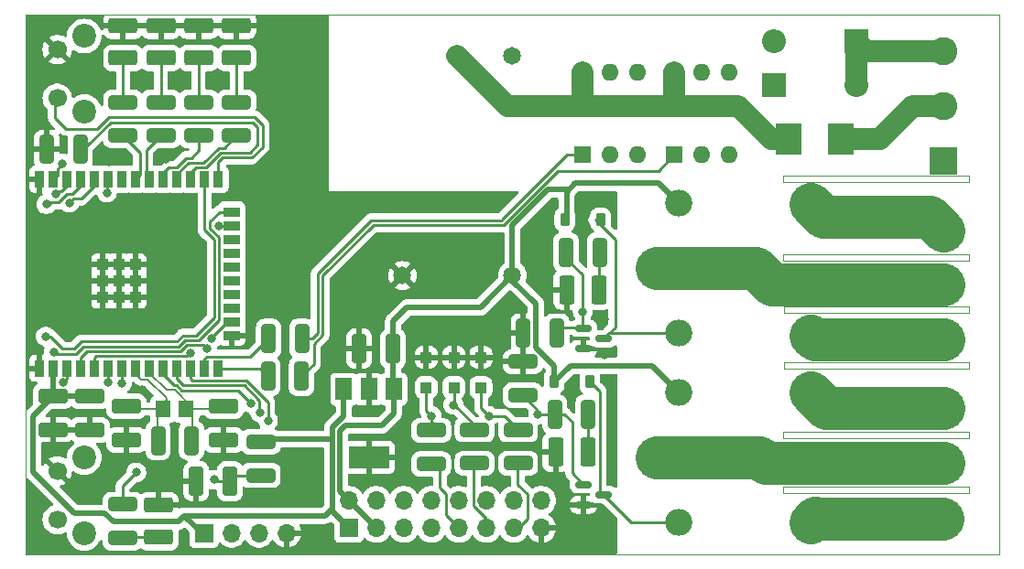
<source format=gtl>
G04 #@! TF.GenerationSoftware,KiCad,Pcbnew,7.0.5-0*
G04 #@! TF.CreationDate,2023-06-24T20:16:37+02:00*
G04 #@! TF.ProjectId,CaptorBoard,43617074-6f72-4426-9f61-72642e6b6963,rev?*
G04 #@! TF.SameCoordinates,Original*
G04 #@! TF.FileFunction,Copper,L1,Top*
G04 #@! TF.FilePolarity,Positive*
%FSLAX46Y46*%
G04 Gerber Fmt 4.6, Leading zero omitted, Abs format (unit mm)*
G04 Created by KiCad (PCBNEW 7.0.5-0) date 2023-06-24 20:16:37*
%MOMM*%
%LPD*%
G01*
G04 APERTURE LIST*
G04 Aperture macros list*
%AMRoundRect*
0 Rectangle with rounded corners*
0 $1 Rounding radius*
0 $2 $3 $4 $5 $6 $7 $8 $9 X,Y pos of 4 corners*
0 Add a 4 corners polygon primitive as box body*
4,1,4,$2,$3,$4,$5,$6,$7,$8,$9,$2,$3,0*
0 Add four circle primitives for the rounded corners*
1,1,$1+$1,$2,$3*
1,1,$1+$1,$4,$5*
1,1,$1+$1,$6,$7*
1,1,$1+$1,$8,$9*
0 Add four rect primitives between the rounded corners*
20,1,$1+$1,$2,$3,$4,$5,0*
20,1,$1+$1,$4,$5,$6,$7,0*
20,1,$1+$1,$6,$7,$8,$9,0*
20,1,$1+$1,$8,$9,$2,$3,0*%
G04 Aperture macros list end*
G04 #@! TA.AperFunction,SMDPad,CuDef*
%ADD10R,0.900000X1.500000*%
G04 #@! TD*
G04 #@! TA.AperFunction,SMDPad,CuDef*
%ADD11R,1.500000X0.900000*%
G04 #@! TD*
G04 #@! TA.AperFunction,SMDPad,CuDef*
%ADD12R,1.050000X1.050000*%
G04 #@! TD*
G04 #@! TA.AperFunction,ComponentPad*
%ADD13R,2.200000X2.200000*%
G04 #@! TD*
G04 #@! TA.AperFunction,ComponentPad*
%ADD14O,2.200000X2.200000*%
G04 #@! TD*
G04 #@! TA.AperFunction,SMDPad,CuDef*
%ADD15RoundRect,0.250000X1.075000X-0.400000X1.075000X0.400000X-1.075000X0.400000X-1.075000X-0.400000X0*%
G04 #@! TD*
G04 #@! TA.AperFunction,SMDPad,CuDef*
%ADD16RoundRect,0.250000X-1.075000X0.400000X-1.075000X-0.400000X1.075000X-0.400000X1.075000X0.400000X0*%
G04 #@! TD*
G04 #@! TA.AperFunction,SMDPad,CuDef*
%ADD17RoundRect,0.250001X1.074999X-0.462499X1.074999X0.462499X-1.074999X0.462499X-1.074999X-0.462499X0*%
G04 #@! TD*
G04 #@! TA.AperFunction,ComponentPad*
%ADD18R,2.600000X2.600000*%
G04 #@! TD*
G04 #@! TA.AperFunction,ComponentPad*
%ADD19C,2.600000*%
G04 #@! TD*
G04 #@! TA.AperFunction,ComponentPad*
%ADD20C,2.200000*%
G04 #@! TD*
G04 #@! TA.AperFunction,ComponentPad*
%ADD21C,1.700000*%
G04 #@! TD*
G04 #@! TA.AperFunction,ComponentPad*
%ADD22R,1.600000X1.600000*%
G04 #@! TD*
G04 #@! TA.AperFunction,ComponentPad*
%ADD23O,1.600000X1.600000*%
G04 #@! TD*
G04 #@! TA.AperFunction,SMDPad,CuDef*
%ADD24RoundRect,0.250000X0.400000X1.075000X-0.400000X1.075000X-0.400000X-1.075000X0.400000X-1.075000X0*%
G04 #@! TD*
G04 #@! TA.AperFunction,SMDPad,CuDef*
%ADD25R,2.400000X3.000000*%
G04 #@! TD*
G04 #@! TA.AperFunction,SMDPad,CuDef*
%ADD26RoundRect,0.250000X-1.100000X0.412500X-1.100000X-0.412500X1.100000X-0.412500X1.100000X0.412500X0*%
G04 #@! TD*
G04 #@! TA.AperFunction,ComponentPad*
%ADD27R,1.700000X1.700000*%
G04 #@! TD*
G04 #@! TA.AperFunction,ComponentPad*
%ADD28O,1.700000X1.700000*%
G04 #@! TD*
G04 #@! TA.AperFunction,SMDPad,CuDef*
%ADD29R,1.400000X1.500000*%
G04 #@! TD*
G04 #@! TA.AperFunction,SMDPad,CuDef*
%ADD30RoundRect,0.250000X0.412500X1.100000X-0.412500X1.100000X-0.412500X-1.100000X0.412500X-1.100000X0*%
G04 #@! TD*
G04 #@! TA.AperFunction,SMDPad,CuDef*
%ADD31RoundRect,0.250000X-0.400000X-1.075000X0.400000X-1.075000X0.400000X1.075000X-0.400000X1.075000X0*%
G04 #@! TD*
G04 #@! TA.AperFunction,SMDPad,CuDef*
%ADD32RoundRect,0.150000X-0.587500X-0.150000X0.587500X-0.150000X0.587500X0.150000X-0.587500X0.150000X0*%
G04 #@! TD*
G04 #@! TA.AperFunction,SMDPad,CuDef*
%ADD33RoundRect,0.250000X1.100000X-0.412500X1.100000X0.412500X-1.100000X0.412500X-1.100000X-0.412500X0*%
G04 #@! TD*
G04 #@! TA.AperFunction,ComponentPad*
%ADD34R,2.500000X2.500000*%
G04 #@! TD*
G04 #@! TA.AperFunction,ComponentPad*
%ADD35O,2.500000X2.500000*%
G04 #@! TD*
G04 #@! TA.AperFunction,SMDPad,CuDef*
%ADD36RoundRect,0.225000X-0.225000X-0.375000X0.225000X-0.375000X0.225000X0.375000X-0.225000X0.375000X0*%
G04 #@! TD*
G04 #@! TA.AperFunction,SMDPad,CuDef*
%ADD37RoundRect,0.250001X-0.462499X-1.074999X0.462499X-1.074999X0.462499X1.074999X-0.462499X1.074999X0*%
G04 #@! TD*
G04 #@! TA.AperFunction,SMDPad,CuDef*
%ADD38RoundRect,0.250000X0.300000X-0.300000X0.300000X0.300000X-0.300000X0.300000X-0.300000X-0.300000X0*%
G04 #@! TD*
G04 #@! TA.AperFunction,SMDPad,CuDef*
%ADD39R,1.500000X2.000000*%
G04 #@! TD*
G04 #@! TA.AperFunction,SMDPad,CuDef*
%ADD40R,3.800000X2.000000*%
G04 #@! TD*
G04 #@! TA.AperFunction,ComponentPad*
%ADD41C,1.650000*%
G04 #@! TD*
G04 #@! TA.AperFunction,ViaPad*
%ADD42C,0.820000*%
G04 #@! TD*
G04 #@! TA.AperFunction,Conductor*
%ADD43C,0.250000*%
G04 #@! TD*
G04 #@! TA.AperFunction,Conductor*
%ADD44C,2.000000*%
G04 #@! TD*
G04 #@! TA.AperFunction,Conductor*
%ADD45C,0.500000*%
G04 #@! TD*
G04 #@! TA.AperFunction,Conductor*
%ADD46C,4.000000*%
G04 #@! TD*
G04 #@! TA.AperFunction,Conductor*
%ADD47C,0.200000*%
G04 #@! TD*
G04 #@! TA.AperFunction,Profile*
%ADD48C,0.100000*%
G04 #@! TD*
G04 APERTURE END LIST*
D10*
X96293000Y-82746000D03*
X97563000Y-82746000D03*
X98833000Y-82746000D03*
X100103000Y-82746000D03*
X101373000Y-82746000D03*
X102643000Y-82746000D03*
X103913000Y-82746000D03*
X105183000Y-82746000D03*
X106453000Y-82746000D03*
X107723000Y-82746000D03*
X108993000Y-82746000D03*
X110263000Y-82746000D03*
X111533000Y-82746000D03*
X112803000Y-82746000D03*
D11*
X114053000Y-79716000D03*
X114053000Y-78446000D03*
X114053000Y-77176000D03*
X114053000Y-75906000D03*
X114053000Y-74636000D03*
X114053000Y-73366000D03*
X114053000Y-72096000D03*
X114053000Y-70826000D03*
X114053000Y-69556000D03*
X114053000Y-68286000D03*
D10*
X112803000Y-65246000D03*
X111533000Y-65246000D03*
X110263000Y-65246000D03*
X108993000Y-65246000D03*
X107723000Y-65246000D03*
X106453000Y-65246000D03*
X105183000Y-65246000D03*
X103913000Y-65246000D03*
X102643000Y-65246000D03*
X101373000Y-65246000D03*
X100103000Y-65246000D03*
X98833000Y-65246000D03*
X97563000Y-65246000D03*
X96293000Y-65246000D03*
D12*
X102108000Y-76201000D03*
X103633000Y-76201000D03*
X105158000Y-76201000D03*
X102108000Y-74676000D03*
X103633000Y-74676000D03*
X105158000Y-74676000D03*
X102108000Y-73151000D03*
X103633000Y-73151000D03*
X105158000Y-73151000D03*
D13*
X164190000Y-56500000D03*
D14*
X171810000Y-56500000D03*
D13*
X171810000Y-52500000D03*
D14*
X164190000Y-52500000D03*
D15*
X103962200Y-98451000D03*
X103962200Y-95351000D03*
D16*
X114500000Y-58114000D03*
X114500000Y-61214000D03*
X104000000Y-58114000D03*
X104000000Y-61214000D03*
X111000000Y-58114000D03*
X111000000Y-61214000D03*
X107500000Y-58114000D03*
X107500000Y-61214000D03*
D17*
X107289600Y-98388500D03*
X107289600Y-95413500D03*
X114500000Y-54029000D03*
X114500000Y-51054000D03*
X104000000Y-54029000D03*
X104000000Y-51054000D03*
X111000000Y-54029000D03*
X111000000Y-51054000D03*
X107500000Y-54029000D03*
X107500000Y-51054000D03*
D18*
X179805000Y-63585000D03*
D19*
X179805000Y-58505000D03*
X179805000Y-53425000D03*
D20*
X100425000Y-98000000D03*
X100425000Y-91000000D03*
D21*
X97925000Y-96750000D03*
X97925000Y-92250000D03*
D20*
X100425000Y-59000000D03*
X100425000Y-52000000D03*
D21*
X97925000Y-57750000D03*
X97925000Y-53250000D03*
D22*
X154975000Y-63000000D03*
D23*
X157515000Y-63000000D03*
X160055000Y-63000000D03*
X160055000Y-55380000D03*
X157515000Y-55380000D03*
X154975000Y-55380000D03*
D22*
X146475000Y-63000000D03*
D23*
X149015000Y-63000000D03*
X151555000Y-63000000D03*
X151555000Y-55380000D03*
X149015000Y-55380000D03*
X146475000Y-55380000D03*
D24*
X120500000Y-83500000D03*
X117400000Y-83500000D03*
X120550000Y-80000000D03*
X117450000Y-80000000D03*
D25*
X165500000Y-61500000D03*
X170360000Y-61500000D03*
D26*
X100914200Y-85318600D03*
X100914200Y-88443600D03*
D27*
X111490600Y-97993200D03*
D28*
X114030600Y-97993200D03*
X116570600Y-97993200D03*
X119110600Y-97993200D03*
D15*
X116738400Y-92660400D03*
X116738400Y-89560400D03*
D29*
X109837600Y-86537800D03*
X107737600Y-86537800D03*
D27*
X124891800Y-97536000D03*
D28*
X124891800Y-94996000D03*
X127431800Y-97536000D03*
X127431800Y-94996000D03*
X129971800Y-97536000D03*
X129971800Y-94996000D03*
X132511800Y-97536000D03*
X132511800Y-94996000D03*
X135051800Y-97536000D03*
X135051800Y-94996000D03*
X137591800Y-97536000D03*
X137591800Y-94996000D03*
X140131800Y-97536000D03*
X140131800Y-94996000D03*
X142671800Y-97536000D03*
X142671800Y-94996000D03*
D16*
X132500000Y-88500000D03*
X132500000Y-91600000D03*
D30*
X113894400Y-93218000D03*
X110769400Y-93218000D03*
D31*
X143900000Y-87000000D03*
X147000000Y-87000000D03*
D32*
X146562500Y-79050000D03*
X146562500Y-80950000D03*
X148437500Y-80000000D03*
D33*
X104292400Y-89383400D03*
X104292400Y-86258400D03*
D32*
X146562500Y-93500000D03*
X146562500Y-95400000D03*
X148437500Y-94450000D03*
D34*
X153372500Y-73500000D03*
D35*
X155372500Y-79500000D03*
X167572500Y-79500000D03*
X167572500Y-67500000D03*
X155372500Y-67500000D03*
D36*
X143850000Y-84000000D03*
X147150000Y-84000000D03*
D18*
X179805000Y-96585000D03*
D19*
X179805000Y-91505000D03*
X179805000Y-86425000D03*
D37*
X145012500Y-75500000D03*
X147987500Y-75500000D03*
D16*
X136500000Y-88441600D03*
X136500000Y-91541600D03*
D24*
X100050000Y-62500000D03*
X96950000Y-62500000D03*
D30*
X128956600Y-80949800D03*
X125831600Y-80949800D03*
D38*
X137083800Y-84531200D03*
X137083800Y-81731200D03*
X134594600Y-84531200D03*
X134594600Y-81731200D03*
D15*
X140970000Y-85243600D03*
X140970000Y-82143600D03*
D31*
X107238200Y-89433400D03*
X110338200Y-89433400D03*
X144950000Y-72000000D03*
X148050000Y-72000000D03*
D33*
X113309400Y-89383400D03*
X113309400Y-86258400D03*
D24*
X144100000Y-79500000D03*
X141000000Y-79500000D03*
D39*
X129020600Y-84682800D03*
X126720600Y-84682800D03*
D40*
X126720600Y-90982800D03*
D39*
X124420600Y-84682800D03*
D41*
X140000000Y-53840000D03*
X134920000Y-53840000D03*
X129840000Y-74160000D03*
X140000000Y-74160000D03*
D36*
X144850000Y-69000000D03*
X148150000Y-69000000D03*
D26*
X97536000Y-85305500D03*
X97536000Y-88430500D03*
D18*
X179805000Y-80085000D03*
D19*
X179805000Y-75005000D03*
X179805000Y-69925000D03*
D16*
X140538200Y-88441600D03*
X140538200Y-91541600D03*
D34*
X153372500Y-91000000D03*
D35*
X155372500Y-97000000D03*
X167572500Y-97000000D03*
X167572500Y-85000000D03*
X155372500Y-85000000D03*
D38*
X132029200Y-84534200D03*
X132029200Y-81734200D03*
D37*
X144000000Y-90500000D03*
X146975000Y-90500000D03*
D42*
X149000000Y-84500000D03*
X148513800Y-78232000D03*
X107950000Y-63398400D03*
X148500000Y-81500000D03*
X145465800Y-85293200D03*
X96012000Y-95250000D03*
X113131600Y-87833200D03*
X100838000Y-71882000D03*
X100838000Y-77470000D03*
X142500000Y-75500000D03*
X109270800Y-56083200D03*
X105714800Y-56083200D03*
X106426000Y-71882000D03*
X106426000Y-77470000D03*
X102717600Y-63627000D03*
X146532600Y-69037200D03*
X112776000Y-56083200D03*
X105765600Y-84759800D03*
X98500500Y-84033500D03*
X112420400Y-93065600D03*
X105228819Y-92385281D03*
X97585782Y-81235000D03*
X97777572Y-66605500D03*
X102500000Y-66500000D03*
X115837331Y-85991069D03*
X132511800Y-87156200D03*
X96867236Y-79815164D03*
X111746071Y-80936500D03*
X134543447Y-86131753D03*
X137845800Y-87156700D03*
X110210600Y-81350700D03*
X98425000Y-63804800D03*
X102616000Y-84074000D03*
X99029430Y-67431830D03*
X96919168Y-67556768D03*
X103911400Y-84099400D03*
X146500000Y-77500000D03*
X112826447Y-69545553D03*
X142372000Y-87000000D03*
X112196071Y-80021688D03*
X116637622Y-86844950D03*
X117399872Y-87607200D03*
D43*
X147000000Y-90475000D02*
X146975000Y-90500000D01*
X147000000Y-87000000D02*
X147000000Y-90475000D01*
X148056600Y-94069100D02*
X148437500Y-94450000D01*
X147150000Y-84000000D02*
X148056600Y-84906600D01*
X150987500Y-97000000D02*
X155372500Y-97000000D01*
X148437500Y-94450000D02*
X150987500Y-97000000D01*
X148056600Y-84906600D02*
X148056600Y-94069100D01*
X104024700Y-98388500D02*
X103962200Y-98451000D01*
X107289600Y-98388500D02*
X104024700Y-98388500D01*
X114500000Y-54610000D02*
X114500000Y-58114000D01*
X104000000Y-54029000D02*
X104000000Y-58114000D01*
D44*
X145500000Y-58500000D02*
X146500000Y-58500000D01*
X163885051Y-61500000D02*
X160885051Y-58500000D01*
X145500000Y-58500000D02*
X139500000Y-58500000D01*
X165500000Y-61500000D02*
X163885051Y-61500000D01*
X139500000Y-58500000D02*
X134840000Y-53840000D01*
X155000000Y-58500000D02*
X154975000Y-58475000D01*
X146500000Y-58500000D02*
X146500000Y-55405000D01*
X146500000Y-55405000D02*
X146475000Y-55380000D01*
X160885051Y-58500000D02*
X155000000Y-58500000D01*
X155000000Y-58500000D02*
X145500000Y-58500000D01*
X154975000Y-58475000D02*
X154975000Y-55380000D01*
D43*
X116890800Y-60223400D02*
X116890800Y-62255400D01*
X98687000Y-60579000D02*
X101632827Y-60579000D01*
X102674227Y-59537600D02*
X116205000Y-59537600D01*
X112803000Y-63650800D02*
X112803000Y-65246000D01*
X101632827Y-60579000D02*
X102674227Y-59537600D01*
X116205000Y-59537600D02*
X116890800Y-60223400D01*
X97703000Y-59595000D02*
X98687000Y-60579000D01*
X115900200Y-63246000D02*
X113207800Y-63246000D01*
X113207800Y-63246000D02*
X112803000Y-63650800D01*
X116890800Y-62255400D02*
X115900200Y-63246000D01*
X97703000Y-57805000D02*
X97703000Y-59595000D01*
D45*
X114053000Y-79763000D02*
X114053000Y-79716000D01*
D43*
X98833000Y-83701000D02*
X98833000Y-82746000D01*
X98500500Y-84033500D02*
X98833000Y-83701000D01*
X116738400Y-92660400D02*
X114452000Y-92660400D01*
X112572800Y-93218000D02*
X112420400Y-93065600D01*
X114452000Y-92660400D02*
X113894400Y-93218000D01*
X113894400Y-93218000D02*
X112572800Y-93218000D01*
X110994700Y-80165700D02*
X112877600Y-78282800D01*
X105228819Y-92385281D02*
X103962200Y-93651900D01*
X103962200Y-93651900D02*
X103962200Y-95351000D01*
X112943000Y-68286000D02*
X114053000Y-68286000D01*
X97585782Y-81235000D02*
X97750582Y-81399800D01*
X99655557Y-81399800D02*
X100319657Y-80735700D01*
X112877600Y-78282800D02*
X112877600Y-70635447D01*
X100319657Y-80735700D02*
X109149757Y-80735700D01*
X97750582Y-81399800D02*
X99655557Y-81399800D01*
X112041000Y-69798847D02*
X112041000Y-69188000D01*
X112041000Y-69188000D02*
X112943000Y-68286000D01*
X109149757Y-80735700D02*
X109719757Y-80165700D01*
X112877600Y-70635447D02*
X112041000Y-69798847D01*
X109719757Y-80165700D02*
X110994700Y-80165700D01*
X112835008Y-62346000D02*
X111460008Y-63721000D01*
X111460008Y-63721000D02*
X110040400Y-63721000D01*
X108993000Y-64768400D02*
X110040400Y-63721000D01*
X113368000Y-62346000D02*
X112835008Y-62346000D01*
X108993000Y-65246000D02*
X108993000Y-64768400D01*
X114500000Y-61214000D02*
X113368000Y-62346000D01*
X104000000Y-61214000D02*
X105562400Y-62776400D01*
X105562400Y-64866600D02*
X105183000Y-65246000D01*
X105562400Y-62776400D02*
X105562400Y-64866600D01*
X111000000Y-61214000D02*
X111000000Y-62583600D01*
X108954004Y-64171000D02*
X108218000Y-64171000D01*
X108218000Y-64171000D02*
X107723000Y-64666000D01*
X107723000Y-64666000D02*
X107723000Y-65246000D01*
X109854004Y-63271000D02*
X108954004Y-64171000D01*
X111000000Y-62583600D02*
X110312600Y-63271000D01*
X110312600Y-63271000D02*
X109854004Y-63271000D01*
X106146600Y-64939600D02*
X106453000Y-65246000D01*
X107500000Y-61214000D02*
X106146600Y-62567400D01*
X106146600Y-62567400D02*
X106146600Y-64939600D01*
X153475000Y-64500000D02*
X154975000Y-63000000D01*
X120500000Y-83500000D02*
X121666000Y-82334000D01*
X127136396Y-69500000D02*
X139186828Y-69500000D01*
X122450000Y-79686396D02*
X122450000Y-74186396D01*
X121666000Y-80470396D02*
X122450000Y-79686396D01*
X121666000Y-82334000D02*
X121666000Y-80470396D01*
X144186828Y-64500000D02*
X153475000Y-64500000D01*
X122450000Y-74186396D02*
X127136396Y-69500000D01*
X139186828Y-69500000D02*
X144186828Y-64500000D01*
X115307796Y-82778600D02*
X116678600Y-82778600D01*
X116678600Y-82778600D02*
X117400000Y-83500000D01*
X115275196Y-82746000D02*
X112803000Y-82746000D01*
X115307796Y-82778600D02*
X115275196Y-82746000D01*
X122000000Y-79500000D02*
X122000000Y-74000000D01*
X126950000Y-69050000D02*
X139000000Y-69050000D01*
X122000000Y-74000000D02*
X126950000Y-69050000D01*
X121500000Y-80000000D02*
X122000000Y-79500000D01*
X145025000Y-63000000D02*
X146475000Y-63000000D01*
X120550000Y-80000000D02*
X121500000Y-80000000D01*
X139000000Y-69025000D02*
X145025000Y-63000000D01*
X111533000Y-81888000D02*
X111533000Y-82746000D01*
X117450000Y-80000000D02*
X115779000Y-81671000D01*
X111750000Y-81671000D02*
X111533000Y-81888000D01*
X115779000Y-81671000D02*
X111750000Y-81671000D01*
D45*
X140000000Y-74620400D02*
X140000000Y-74160000D01*
X142163800Y-80872451D02*
X142163800Y-76784200D01*
X143850000Y-84000000D02*
X143850000Y-82558651D01*
X128982000Y-84644200D02*
X129020600Y-84682800D01*
X128982000Y-81534000D02*
X128982000Y-84644200D01*
X143850000Y-82558651D02*
X142163800Y-80872451D01*
X143282200Y-66217800D02*
X140000000Y-69500000D01*
X152872500Y-82500000D02*
X155372500Y-85000000D01*
X145000000Y-67500000D02*
X145000000Y-66217800D01*
X153480700Y-65608200D02*
X145796000Y-65608200D01*
X145000000Y-66404200D02*
X145000000Y-67500000D01*
X128982000Y-78383600D02*
X128982000Y-81534000D01*
X124891800Y-94996000D02*
X127431800Y-97536000D01*
X145000000Y-68850000D02*
X145000000Y-67500000D01*
X130251200Y-77114400D02*
X128982000Y-78383600D01*
X145350000Y-82500000D02*
X152872500Y-82500000D01*
X140000000Y-69500000D02*
X140000000Y-74160000D01*
X145796000Y-65608200D02*
X145000000Y-66404200D01*
X142163800Y-76784200D02*
X140000000Y-74620400D01*
X143850000Y-84000000D02*
X145350000Y-82500000D01*
X129020600Y-86930200D02*
X127914400Y-88036400D01*
X124536200Y-88036400D02*
X124041800Y-88530800D01*
X124041800Y-94146000D02*
X124891800Y-94996000D01*
X127914400Y-88036400D02*
X124536200Y-88036400D01*
X137045600Y-77114400D02*
X130251200Y-77114400D01*
X145000000Y-66217800D02*
X143282200Y-66217800D01*
X155372500Y-67500000D02*
X153480700Y-65608200D01*
X140000000Y-74160000D02*
X137045600Y-77114400D01*
X129020600Y-84682800D02*
X129020600Y-86930200D01*
X144850000Y-69000000D02*
X145000000Y-68850000D01*
X124041800Y-88530800D02*
X124041800Y-94146000D01*
D43*
X98062072Y-66321000D02*
X98338000Y-66321000D01*
X97777572Y-66605500D02*
X98062072Y-66321000D01*
X98833000Y-65826000D02*
X98833000Y-65246000D01*
X98338000Y-66321000D02*
X98833000Y-65826000D01*
X102643000Y-65826000D02*
X102643000Y-65246000D01*
X102500000Y-65969000D02*
X102643000Y-65826000D01*
X102500000Y-66500000D02*
X102500000Y-65969000D01*
X132511800Y-87156200D02*
X132029200Y-86673600D01*
X132029200Y-86673600D02*
X132029200Y-84534200D01*
X132511800Y-87679600D02*
X133299200Y-88467000D01*
X108947957Y-84346917D02*
X108743917Y-84346917D01*
X108743917Y-84346917D02*
X107723000Y-83326000D01*
X114642462Y-84796200D02*
X109397240Y-84796200D01*
X115837331Y-85991069D02*
X114642462Y-84796200D01*
X107723000Y-83326000D02*
X107723000Y-82746000D01*
X132511800Y-87156200D02*
X132511800Y-87679600D01*
X109397240Y-84796200D02*
X108947957Y-84346917D01*
X99469161Y-80949800D02*
X100133261Y-80285700D01*
X112427600Y-70821843D02*
X111533000Y-69927243D01*
X109533361Y-79715700D02*
X110758900Y-79715700D01*
X98399600Y-80949800D02*
X99469161Y-80949800D01*
X111533000Y-69927243D02*
X111533000Y-65246000D01*
X96867236Y-79815164D02*
X97264964Y-79815164D01*
X110758900Y-79715700D02*
X112427600Y-78047000D01*
X112427600Y-78047000D02*
X112427600Y-70821843D01*
X100133261Y-80285700D02*
X108963361Y-80285700D01*
X108963361Y-80285700D02*
X109533361Y-79715700D01*
X97264964Y-79815164D02*
X98399600Y-80949800D01*
D44*
X172735000Y-53425000D02*
X171810000Y-52500000D01*
X179805000Y-53425000D02*
X172735000Y-53425000D01*
X171810000Y-52500000D02*
X171810000Y-56500000D01*
X176995000Y-58505000D02*
X174000000Y-61500000D01*
X179805000Y-58505000D02*
X176995000Y-58505000D01*
X174000000Y-61500000D02*
X170360000Y-61500000D01*
D43*
X111000000Y-54029000D02*
X111000000Y-58114000D01*
X107500000Y-54029000D02*
X107500000Y-58114000D01*
X148000000Y-72500000D02*
X148000000Y-74975000D01*
X148437500Y-80000000D02*
X149500000Y-78937500D01*
X149500000Y-70850000D02*
X147650000Y-69000000D01*
X149500000Y-78937500D02*
X149500000Y-70850000D01*
X148437500Y-80000000D02*
X148937500Y-79500000D01*
X148937500Y-79500000D02*
X155372500Y-79500000D01*
D45*
X97536000Y-85305500D02*
X95681800Y-87159700D01*
X102285251Y-96139000D02*
X103114251Y-96968000D01*
X116983000Y-89315800D02*
X116738400Y-89560400D01*
X97536000Y-85305500D02*
X97536000Y-82773000D01*
X119787600Y-89315800D02*
X116983000Y-89315800D01*
X109689900Y-96380300D02*
X119336178Y-96380300D01*
X123341800Y-95733200D02*
X123341800Y-95986000D01*
X124420600Y-84682800D02*
X124420600Y-87162051D01*
X109102200Y-96968000D02*
X109689900Y-96380300D01*
X123341800Y-89315800D02*
X123341800Y-95733200D01*
X123341800Y-95986000D02*
X124891800Y-97536000D01*
X111302800Y-97993200D02*
X111490600Y-97993200D01*
X103114251Y-96968000D02*
X109102200Y-96968000D01*
X122694700Y-96380300D02*
X119336178Y-96380300D01*
X124420600Y-87162051D02*
X123341800Y-88240851D01*
X95681800Y-87159700D02*
X95681800Y-92329000D01*
X95681800Y-92329000D02*
X99491800Y-96139000D01*
X97536000Y-82773000D02*
X97563000Y-82746000D01*
X97549100Y-85318600D02*
X97536000Y-85305500D01*
X99491800Y-96139000D02*
X102285251Y-96139000D01*
X109689900Y-96380300D02*
X111302800Y-97993200D01*
X100914200Y-85318600D02*
X97549100Y-85318600D01*
X119787600Y-89315800D02*
X123341800Y-89315800D01*
X123341800Y-95733200D02*
X122694700Y-96380300D01*
X100278549Y-85305500D02*
X97536000Y-85305500D01*
X123341800Y-88240851D02*
X123341800Y-89315800D01*
D43*
X100791611Y-62056611D02*
X102860623Y-59987600D01*
X102860623Y-59987600D02*
X116018604Y-59987600D01*
X100491223Y-62357000D02*
X100791611Y-62056611D01*
X115713804Y-62796000D02*
X113021404Y-62796000D01*
X111646404Y-64171000D02*
X110758000Y-64171000D01*
X110263000Y-64666000D02*
X110263000Y-65246000D01*
X116440800Y-62069004D02*
X115713804Y-62796000D01*
X113021404Y-62796000D02*
X111646404Y-64171000D01*
X100348222Y-62500000D02*
X100791611Y-62056611D01*
X116018604Y-59987600D02*
X116440800Y-60409796D01*
X116440800Y-60409796D02*
X116440800Y-62069004D01*
X100050000Y-62500000D02*
X100348222Y-62500000D01*
X110758000Y-64171000D02*
X110263000Y-64666000D01*
X109906153Y-80615700D02*
X109336153Y-81185700D01*
X100103000Y-81746000D02*
X100103000Y-82746000D01*
X100663300Y-81185700D02*
X100103000Y-81746000D01*
X109336153Y-81185700D02*
X100663300Y-81185700D01*
X134594600Y-86080600D02*
X134543447Y-86131753D01*
X134594600Y-84531200D02*
X134594600Y-86080600D01*
X111746071Y-80936500D02*
X111425271Y-80615700D01*
X134646953Y-86131753D02*
X134543447Y-86131753D01*
X111425271Y-80615700D02*
X109906153Y-80615700D01*
X136956800Y-88441600D02*
X134646953Y-86131753D01*
D46*
X169000000Y-86425000D02*
X167575000Y-85000000D01*
X179807500Y-86425000D02*
X169000000Y-86425000D01*
X179805000Y-91505000D02*
X163387000Y-91505000D01*
X162839400Y-90957400D02*
X162796800Y-91000000D01*
X163387000Y-91505000D02*
X162839400Y-90957400D01*
X162796800Y-91000000D02*
X153372500Y-91000000D01*
X167987500Y-96585000D02*
X167572500Y-97000000D01*
X179720950Y-96697800D02*
X167903450Y-96697800D01*
X168757800Y-68757800D02*
X167575000Y-67575000D01*
X178565300Y-68757800D02*
X168757800Y-68757800D01*
X179807500Y-70000000D02*
X178565300Y-68757800D01*
D43*
X139253300Y-87156700D02*
X137845800Y-87156700D01*
X101373000Y-81746000D02*
X101483300Y-81635700D01*
X101373000Y-82746000D02*
X101373000Y-81746000D01*
X137083800Y-86394700D02*
X137845800Y-87156700D01*
X101483300Y-81635700D02*
X109925600Y-81635700D01*
X140538200Y-88441600D02*
X139253300Y-87156700D01*
X109925600Y-81635700D02*
X110210600Y-81350700D01*
X137083800Y-84531200D02*
X137083800Y-86394700D01*
D46*
X179805000Y-75000000D02*
X164005000Y-75000000D01*
X162500000Y-73495000D02*
X153372500Y-73495000D01*
X164005000Y-75000000D02*
X162500000Y-73495000D01*
X179805000Y-80085000D02*
X167952500Y-80085000D01*
X167952500Y-80085000D02*
X167572500Y-79705000D01*
D43*
X97925000Y-64304800D02*
X97925000Y-64884000D01*
X98425000Y-63804800D02*
X97925000Y-64304800D01*
X97925000Y-64884000D02*
X97563000Y-65246000D01*
X102616000Y-84074000D02*
X102616000Y-83353000D01*
X102643000Y-83326000D02*
X102643000Y-82746000D01*
X102616000Y-83353000D02*
X102643000Y-83326000D01*
X101373000Y-65826000D02*
X101373000Y-65246000D01*
X99405758Y-67055502D02*
X100143498Y-67055502D01*
X100143498Y-67055502D02*
X101373000Y-65826000D01*
X99029430Y-67431830D02*
X99405758Y-67055502D01*
X97228649Y-67556768D02*
X97373817Y-67411600D01*
X100103000Y-65826000D02*
X100103000Y-65246000D01*
X98816311Y-66605502D02*
X99323498Y-66605502D01*
X96919168Y-67556768D02*
X97228649Y-67556768D01*
X97373817Y-67411600D02*
X98010213Y-67411600D01*
X98010213Y-67411600D02*
X98816311Y-66605502D01*
X99323498Y-66605502D02*
X100103000Y-65826000D01*
X103913000Y-83326000D02*
X103913000Y-82746000D01*
X103911400Y-84099400D02*
X103911400Y-83327600D01*
X103911400Y-83327600D02*
X103913000Y-83326000D01*
D47*
X108000000Y-85700400D02*
X107162600Y-86537800D01*
X108000000Y-85500000D02*
X108000000Y-85700400D01*
X105703000Y-83796000D02*
X106296000Y-83796000D01*
X106296000Y-83796000D02*
X108000000Y-85500000D01*
X107188200Y-89383400D02*
X107238200Y-89433400D01*
X107162600Y-89357800D02*
X107238200Y-89433400D01*
X105183000Y-82746000D02*
X105183000Y-83276000D01*
X104292400Y-86258400D02*
X104571800Y-86537800D01*
X107162600Y-86537800D02*
X107162600Y-89357800D01*
X104571800Y-86537800D02*
X107162600Y-86537800D01*
X105183000Y-83276000D02*
X105703000Y-83796000D01*
X110388200Y-89383400D02*
X110338200Y-89433400D01*
X106453000Y-83202349D02*
X108022568Y-84771917D01*
X108771917Y-84771917D02*
X110412600Y-86412600D01*
X110412600Y-89359000D02*
X110338200Y-89433400D01*
X110412600Y-86537800D02*
X110412600Y-89359000D01*
X110412600Y-86412600D02*
X110412600Y-86537800D01*
X108022568Y-84771917D02*
X108771917Y-84771917D01*
X113309400Y-86258400D02*
X113030000Y-86537800D01*
X113030000Y-86537800D02*
X110412600Y-86537800D01*
X106453000Y-82746000D02*
X106453000Y-83202349D01*
D43*
X113411400Y-69494400D02*
X113473000Y-69556000D01*
X144600000Y-79000000D02*
X144100000Y-79500000D01*
X146562500Y-79050000D02*
X146512500Y-79000000D01*
X146500000Y-77500000D02*
X146500000Y-74100000D01*
X146512500Y-79000000D02*
X144600000Y-79000000D01*
X146562500Y-79050000D02*
X146500000Y-78987500D01*
X146500000Y-74100000D02*
X144400000Y-72000000D01*
X112836894Y-69556000D02*
X112826447Y-69545553D01*
X113473000Y-69556000D02*
X114053000Y-69556000D01*
X146500000Y-78987500D02*
X146500000Y-77500000D01*
X114053000Y-69556000D02*
X112836894Y-69556000D01*
X142372000Y-87000000D02*
X143900000Y-87000000D01*
X145542000Y-92479500D02*
X146562500Y-93500000D01*
X142372000Y-86645600D02*
X141172000Y-85445600D01*
X112196071Y-79878729D02*
X113628800Y-78446000D01*
X144810400Y-87000000D02*
X143900000Y-87000000D01*
X145542000Y-87731600D02*
X145542000Y-92479500D01*
X142372000Y-87000000D02*
X142372000Y-86645600D01*
X144810400Y-87000000D02*
X145542000Y-87731600D01*
X113628800Y-78446000D02*
X114053000Y-78446000D01*
X112196071Y-80021688D02*
X112196071Y-79878729D01*
X141172000Y-85445600D02*
X140817600Y-85445600D01*
X116611400Y-86818728D02*
X116611400Y-85726396D01*
X109593200Y-84346200D02*
X108993000Y-83746000D01*
X115231204Y-84346200D02*
X109593200Y-84346200D01*
X116611400Y-85726396D02*
X115231204Y-84346200D01*
X116637622Y-86844950D02*
X116611400Y-86818728D01*
X108993000Y-83746000D02*
X108993000Y-82746000D01*
X117399872Y-85878472D02*
X115417600Y-83896200D01*
X110413200Y-83896200D02*
X110263000Y-83746000D01*
X117399872Y-87607200D02*
X117399872Y-85878472D01*
X115417600Y-83896200D02*
X110413200Y-83896200D01*
X110263000Y-83746000D02*
X110263000Y-82746000D01*
X133299200Y-93799200D02*
X133876800Y-94376800D01*
X133876800Y-96361000D02*
X135051800Y-97536000D01*
X133876800Y-94376800D02*
X133876800Y-96361000D01*
X133299200Y-91567000D02*
X133299200Y-93799200D01*
X137591800Y-96657701D02*
X137591800Y-97536000D01*
X136416800Y-95482701D02*
X137591800Y-96657701D01*
X136416800Y-92081600D02*
X136416800Y-95482701D01*
X136956800Y-91541600D02*
X136416800Y-92081600D01*
X141425600Y-94425600D02*
X141425600Y-96646647D01*
X140500000Y-93500000D02*
X141425600Y-94425600D01*
X141425600Y-96646647D02*
X140536247Y-97536000D01*
X140500000Y-91579800D02*
X140500000Y-93500000D01*
X140538200Y-91541600D02*
X140500000Y-91579800D01*
X140536247Y-97536000D02*
X140131800Y-97536000D01*
G04 #@! TA.AperFunction,Conductor*
G36*
X139813831Y-75523014D02*
G01*
X139858894Y-75551975D01*
X141368395Y-77061475D01*
X141402420Y-77123787D01*
X141405300Y-77150570D01*
X141405300Y-77541000D01*
X141385298Y-77609121D01*
X141331642Y-77655614D01*
X141279300Y-77667000D01*
X141254000Y-77667000D01*
X141254000Y-81290808D01*
X141233998Y-81358929D01*
X141224000Y-81371335D01*
X141224000Y-83301600D01*
X142095517Y-83301600D01*
X142095516Y-83301599D01*
X142199318Y-83290994D01*
X142199321Y-83290993D01*
X142367525Y-83235257D01*
X142518339Y-83142234D01*
X142518345Y-83142229D01*
X142643629Y-83016945D01*
X142643634Y-83016939D01*
X142736658Y-82866123D01*
X142759050Y-82798546D01*
X142799463Y-82740174D01*
X142865019Y-82712917D01*
X142934904Y-82725429D01*
X142967750Y-82749082D01*
X143054595Y-82835927D01*
X143088621Y-82898239D01*
X143091500Y-82925022D01*
X143091500Y-83068984D01*
X143071498Y-83137105D01*
X143054595Y-83158079D01*
X143045720Y-83166953D01*
X143045715Y-83166959D01*
X142955698Y-83312899D01*
X142901763Y-83475666D01*
X142891500Y-83576119D01*
X142891500Y-84326870D01*
X142871498Y-84394991D01*
X142817842Y-84441484D01*
X142747568Y-84451588D01*
X142682988Y-84422094D01*
X142658260Y-84393018D01*
X142644031Y-84369949D01*
X142644024Y-84369941D01*
X142518658Y-84244575D01*
X142518652Y-84244570D01*
X142495009Y-84229987D01*
X142367738Y-84151485D01*
X142210852Y-84099499D01*
X142199427Y-84095713D01*
X142199420Y-84095712D01*
X142095553Y-84085100D01*
X139844455Y-84085100D01*
X139740574Y-84095712D01*
X139572261Y-84151485D01*
X139421347Y-84244570D01*
X139421341Y-84244575D01*
X139295975Y-84369941D01*
X139295970Y-84369947D01*
X139202885Y-84520862D01*
X139147113Y-84689172D01*
X139147112Y-84689179D01*
X139136500Y-84793046D01*
X139136500Y-85694144D01*
X139147112Y-85798025D01*
X139202885Y-85966338D01*
X139295970Y-86117252D01*
X139295975Y-86117258D01*
X139421341Y-86242624D01*
X139421347Y-86242629D01*
X139421348Y-86242630D01*
X139541969Y-86317030D01*
X139548276Y-86320920D01*
X139576814Y-86352648D01*
X139613572Y-86350111D01*
X139626099Y-86353554D01*
X139740574Y-86391487D01*
X139844455Y-86402100D01*
X141180405Y-86402099D01*
X141248526Y-86422101D01*
X141269500Y-86439004D01*
X141455679Y-86625183D01*
X141489705Y-86687495D01*
X141486418Y-86753212D01*
X141475745Y-86786062D01*
X141468622Y-86807984D01*
X141448441Y-87000000D01*
X141463568Y-87143930D01*
X141450796Y-87213768D01*
X141402293Y-87265615D01*
X141338258Y-87283100D01*
X140327795Y-87283100D01*
X140259674Y-87263098D01*
X140238700Y-87246195D01*
X139760544Y-86768039D01*
X139750579Y-86755601D01*
X139750352Y-86755790D01*
X139745301Y-86749684D01*
X139745300Y-86749682D01*
X139715230Y-86721445D01*
X139694926Y-86702378D01*
X139693536Y-86701031D01*
X139680000Y-86687495D01*
X139673076Y-86680570D01*
X139673072Y-86680566D01*
X139667525Y-86676263D01*
X139663017Y-86672412D01*
X139628625Y-86640117D01*
X139628619Y-86640113D01*
X139610863Y-86630351D01*
X139594347Y-86619502D01*
X139578341Y-86607086D01*
X139574891Y-86605593D01*
X139535051Y-86588352D01*
X139529740Y-86585752D01*
X139526637Y-86584048D01*
X139525826Y-86583602D01*
X139491302Y-86548907D01*
X139448875Y-86549693D01*
X139432087Y-86543797D01*
X139431447Y-86543520D01*
X139431442Y-86543518D01*
X139384842Y-86536137D01*
X139379029Y-86534933D01*
X139333330Y-86523200D01*
X139313076Y-86523200D01*
X139293366Y-86521649D01*
X139273357Y-86518480D01*
X139273356Y-86518480D01*
X139226383Y-86522920D01*
X139220450Y-86523200D01*
X138567456Y-86523200D01*
X138499335Y-86503198D01*
X138473820Y-86481510D01*
X138463780Y-86470359D01*
X138307580Y-86356874D01*
X138131195Y-86278343D01*
X137942338Y-86238200D01*
X137875395Y-86238200D01*
X137807274Y-86218198D01*
X137786300Y-86201295D01*
X137754205Y-86169200D01*
X137720179Y-86106888D01*
X137717300Y-86080105D01*
X137717300Y-85586999D01*
X137737302Y-85518878D01*
X137777154Y-85479758D01*
X137781816Y-85476881D01*
X137857452Y-85430230D01*
X137982830Y-85304852D01*
X138075915Y-85153938D01*
X138131687Y-84985626D01*
X138142300Y-84881745D01*
X138142299Y-84180656D01*
X138131687Y-84076774D01*
X138075915Y-83908462D01*
X137982830Y-83757548D01*
X137982829Y-83757547D01*
X137982824Y-83757541D01*
X137857458Y-83632175D01*
X137857452Y-83632170D01*
X137857452Y-83632169D01*
X137706538Y-83539085D01*
X137581647Y-83497701D01*
X137538227Y-83483313D01*
X137538220Y-83483312D01*
X137434353Y-83472700D01*
X136733255Y-83472700D01*
X136629374Y-83483312D01*
X136461061Y-83539085D01*
X136310147Y-83632170D01*
X136310141Y-83632175D01*
X136184775Y-83757541D01*
X136184770Y-83757547D01*
X136091685Y-83908462D01*
X136035913Y-84076772D01*
X136035912Y-84076779D01*
X136025300Y-84180646D01*
X136025300Y-84881744D01*
X136035912Y-84985625D01*
X136091685Y-85153938D01*
X136184770Y-85304852D01*
X136184775Y-85304858D01*
X136310141Y-85430224D01*
X136310145Y-85430227D01*
X136310148Y-85430230D01*
X136341717Y-85449702D01*
X136390446Y-85479758D01*
X136437925Y-85532543D01*
X136450300Y-85586999D01*
X136450300Y-86310846D01*
X136448551Y-86326688D01*
X136448844Y-86326716D01*
X136448098Y-86334608D01*
X136450269Y-86403674D01*
X136450300Y-86405653D01*
X136450300Y-86434551D01*
X136450301Y-86434572D01*
X136451178Y-86441520D01*
X136451644Y-86447432D01*
X136453126Y-86494588D01*
X136453127Y-86494593D01*
X136458777Y-86514039D01*
X136462786Y-86533397D01*
X136465325Y-86553493D01*
X136465326Y-86553499D01*
X136482693Y-86597362D01*
X136484616Y-86602979D01*
X136497782Y-86648293D01*
X136508094Y-86665731D01*
X136516788Y-86683479D01*
X136524244Y-86702309D01*
X136524250Y-86702320D01*
X136551977Y-86740483D01*
X136555237Y-86745446D01*
X136579260Y-86786065D01*
X136593579Y-86800384D01*
X136606417Y-86815414D01*
X136613619Y-86825326D01*
X136618328Y-86831807D01*
X136646594Y-86855191D01*
X136654686Y-86861885D01*
X136659067Y-86865871D01*
X136767235Y-86974039D01*
X136861201Y-87068005D01*
X136895227Y-87130317D01*
X136890162Y-87201132D01*
X136847615Y-87257968D01*
X136781095Y-87282779D01*
X136772106Y-87283100D01*
X136746394Y-87283100D01*
X136678273Y-87263098D01*
X136657299Y-87246195D01*
X135489648Y-86078543D01*
X135455622Y-86016231D01*
X135453433Y-86002617D01*
X135446824Y-85939733D01*
X135387162Y-85756113D01*
X135387159Y-85756106D01*
X135349842Y-85691472D01*
X135304648Y-85613194D01*
X135287911Y-85544200D01*
X135311131Y-85477108D01*
X135347622Y-85442954D01*
X135368252Y-85430230D01*
X135493630Y-85304852D01*
X135586715Y-85153938D01*
X135642487Y-84985626D01*
X135653100Y-84881745D01*
X135653099Y-84180656D01*
X135642487Y-84076774D01*
X135586715Y-83908462D01*
X135493630Y-83757548D01*
X135493629Y-83757547D01*
X135493624Y-83757541D01*
X135368258Y-83632175D01*
X135368252Y-83632170D01*
X135217338Y-83539085D01*
X135092447Y-83497701D01*
X135049027Y-83483313D01*
X135049020Y-83483312D01*
X134945153Y-83472700D01*
X134244055Y-83472700D01*
X134140174Y-83483312D01*
X133971861Y-83539085D01*
X133820947Y-83632170D01*
X133820941Y-83632175D01*
X133695575Y-83757541D01*
X133695570Y-83757547D01*
X133602485Y-83908462D01*
X133546713Y-84076772D01*
X133546712Y-84076779D01*
X133536100Y-84180646D01*
X133536100Y-84881744D01*
X133546712Y-84985625D01*
X133602485Y-85153938D01*
X133695570Y-85304852D01*
X133695575Y-85304858D01*
X133798591Y-85407874D01*
X133832617Y-85470186D01*
X133827552Y-85541001D01*
X133803137Y-85581274D01*
X133796271Y-85588899D01*
X133796270Y-85588901D01*
X133699734Y-85756106D01*
X133699731Y-85756113D01*
X133640069Y-85939733D01*
X133622501Y-86106888D01*
X133619888Y-86131753D01*
X133621514Y-86147221D01*
X133640069Y-86323772D01*
X133699731Y-86507392D01*
X133699735Y-86507400D01*
X133796269Y-86674603D01*
X133796270Y-86674605D01*
X133796272Y-86674607D01*
X133925465Y-86818091D01*
X134081667Y-86931579D01*
X134258052Y-87010110D01*
X134446909Y-87050253D01*
X134617359Y-87050253D01*
X134685480Y-87070255D01*
X134706454Y-87087158D01*
X134917511Y-87298215D01*
X134951537Y-87360527D01*
X134946472Y-87431342D01*
X134917512Y-87476405D01*
X134825970Y-87567947D01*
X134732885Y-87718862D01*
X134677113Y-87887172D01*
X134677112Y-87887179D01*
X134666500Y-87991046D01*
X134666500Y-88892144D01*
X134677112Y-88996025D01*
X134732885Y-89164338D01*
X134825970Y-89315252D01*
X134825975Y-89315258D01*
X134951341Y-89440624D01*
X134951347Y-89440629D01*
X134951348Y-89440630D01*
X135102262Y-89533715D01*
X135270574Y-89589487D01*
X135374455Y-89600100D01*
X137625544Y-89600099D01*
X137729426Y-89589487D01*
X137897738Y-89533715D01*
X138048652Y-89440630D01*
X138174030Y-89315252D01*
X138267115Y-89164338D01*
X138322887Y-88996026D01*
X138333500Y-88892145D01*
X138333499Y-88001893D01*
X138353501Y-87933773D01*
X138385438Y-87899958D01*
X138387814Y-87898232D01*
X138463782Y-87843038D01*
X138470108Y-87836011D01*
X138473820Y-87831890D01*
X138534266Y-87794650D01*
X138567456Y-87790200D01*
X138585692Y-87790200D01*
X138653813Y-87810202D01*
X138700306Y-87863858D01*
X138711039Y-87929008D01*
X138704700Y-87991047D01*
X138704700Y-88892144D01*
X138715312Y-88996025D01*
X138771085Y-89164338D01*
X138864170Y-89315252D01*
X138864175Y-89315258D01*
X138989541Y-89440624D01*
X138989547Y-89440629D01*
X138989548Y-89440630D01*
X139140462Y-89533715D01*
X139308774Y-89589487D01*
X139412655Y-89600100D01*
X141663744Y-89600099D01*
X141767626Y-89589487D01*
X141935938Y-89533715D01*
X142086852Y-89440630D01*
X142212230Y-89315252D01*
X142305315Y-89164338D01*
X142361087Y-88996026D01*
X142371700Y-88892145D01*
X142371699Y-88041116D01*
X142391701Y-87972996D01*
X142445357Y-87926503D01*
X142471502Y-87917871D01*
X142589303Y-87892831D01*
X142660093Y-87898232D01*
X142716726Y-87941048D01*
X142741220Y-88007686D01*
X142741500Y-88016076D01*
X142741500Y-88125543D01*
X142752112Y-88229425D01*
X142807885Y-88397738D01*
X142900970Y-88548652D01*
X142900975Y-88548658D01*
X143031537Y-88679220D01*
X143029398Y-88681358D01*
X143062513Y-88728149D01*
X143065684Y-88799075D01*
X143032419Y-88858107D01*
X142938866Y-88951660D01*
X142845842Y-89102474D01*
X142790106Y-89270678D01*
X142790105Y-89270681D01*
X142779500Y-89374484D01*
X142779500Y-90246000D01*
X144128000Y-90246000D01*
X144196121Y-90266002D01*
X144242614Y-90319658D01*
X144254000Y-90372000D01*
X144254000Y-92332999D01*
X144513007Y-92332999D01*
X144616818Y-92322394D01*
X144741885Y-92280952D01*
X144812840Y-92278512D01*
X144873850Y-92314820D01*
X144905545Y-92378349D01*
X144906959Y-92412413D01*
X144906298Y-92419406D01*
X144908469Y-92488474D01*
X144908500Y-92490453D01*
X144908500Y-92519351D01*
X144908501Y-92519372D01*
X144909378Y-92526320D01*
X144909844Y-92532232D01*
X144911326Y-92579388D01*
X144911327Y-92579393D01*
X144916977Y-92598839D01*
X144920986Y-92618197D01*
X144923525Y-92638293D01*
X144923526Y-92638299D01*
X144940893Y-92682162D01*
X144942816Y-92687779D01*
X144955982Y-92733093D01*
X144966294Y-92750531D01*
X144974988Y-92768279D01*
X144982444Y-92787109D01*
X144982450Y-92787120D01*
X145010177Y-92825283D01*
X145013437Y-92830246D01*
X145037460Y-92870865D01*
X145051779Y-92885184D01*
X145064617Y-92900214D01*
X145076526Y-92916604D01*
X145076530Y-92916609D01*
X145112880Y-92946680D01*
X145117273Y-92950677D01*
X145287757Y-93121162D01*
X145321782Y-93183474D01*
X145319857Y-93239702D01*
X145320595Y-93239837D01*
X145319682Y-93244836D01*
X145319663Y-93245392D01*
X145319440Y-93246157D01*
X145319437Y-93246175D01*
X145316500Y-93283488D01*
X145316500Y-93716511D01*
X145319437Y-93753828D01*
X145319437Y-93753829D01*
X145365856Y-93913605D01*
X145450544Y-94056803D01*
X145450549Y-94056810D01*
X145568189Y-94174450D01*
X145568196Y-94174455D01*
X145711394Y-94259143D01*
X145711397Y-94259143D01*
X145711399Y-94259145D01*
X145871169Y-94305562D01*
X145908488Y-94308499D01*
X145908489Y-94308500D01*
X145908498Y-94308500D01*
X147065500Y-94308500D01*
X147133621Y-94328502D01*
X147180114Y-94382158D01*
X147191500Y-94434500D01*
X147191500Y-94466000D01*
X147171498Y-94534121D01*
X147117842Y-94580614D01*
X147065500Y-94592000D01*
X146816500Y-94592000D01*
X146816500Y-95146000D01*
X147445158Y-95146000D01*
X147509296Y-95163546D01*
X147586399Y-95209145D01*
X147746169Y-95255562D01*
X147783488Y-95258499D01*
X147783489Y-95258500D01*
X147783498Y-95258500D01*
X148297906Y-95258500D01*
X148366027Y-95278502D01*
X148387001Y-95295405D01*
X149633074Y-96541478D01*
X149667100Y-96603790D01*
X149669979Y-96630572D01*
X149669999Y-99822999D01*
X149649997Y-99891120D01*
X149596342Y-99937613D01*
X149543999Y-99949000D01*
X95136500Y-99949000D01*
X95068379Y-99928998D01*
X95021886Y-99875342D01*
X95010500Y-99823000D01*
X95010500Y-93034571D01*
X95030502Y-92966450D01*
X95084158Y-92919957D01*
X95154432Y-92909853D01*
X95219012Y-92939347D01*
X95225595Y-92945476D01*
X97535710Y-95255591D01*
X97569736Y-95317903D01*
X97564671Y-95388718D01*
X97522124Y-95445554D01*
X97487528Y-95463859D01*
X97377425Y-95501657D01*
X97377426Y-95501658D01*
X97207085Y-95593842D01*
X97179426Y-95608810D01*
X97179424Y-95608811D01*
X97001762Y-95747091D01*
X96849279Y-95912729D01*
X96849275Y-95912734D01*
X96726141Y-96101206D01*
X96635703Y-96307386D01*
X96635702Y-96307387D01*
X96580437Y-96525624D01*
X96580436Y-96525630D01*
X96580436Y-96525632D01*
X96561844Y-96750000D01*
X96580193Y-96971438D01*
X96580437Y-96974375D01*
X96635702Y-97192612D01*
X96635703Y-97192613D01*
X96635704Y-97192616D01*
X96683847Y-97302371D01*
X96726141Y-97398793D01*
X96849275Y-97587265D01*
X96849279Y-97587270D01*
X97001762Y-97752908D01*
X97040882Y-97783356D01*
X97179424Y-97891189D01*
X97377426Y-97998342D01*
X97377427Y-97998342D01*
X97377428Y-97998343D01*
X97487120Y-98036000D01*
X97590365Y-98071444D01*
X97812431Y-98108500D01*
X97812435Y-98108500D01*
X98037565Y-98108500D01*
X98037569Y-98108500D01*
X98259635Y-98071444D01*
X98472574Y-97998342D01*
X98627175Y-97914676D01*
X98696602Y-97899846D01*
X98763029Y-97924906D01*
X98805362Y-97981901D01*
X98812754Y-98015604D01*
X98831391Y-98252402D01*
X98890494Y-98498589D01*
X98971477Y-98694098D01*
X98987384Y-98732502D01*
X99119672Y-98948376D01*
X99284102Y-99140898D01*
X99476624Y-99305328D01*
X99692498Y-99437616D01*
X99926409Y-99534505D01*
X100172597Y-99593609D01*
X100425000Y-99613474D01*
X100677403Y-99593609D01*
X100923591Y-99534505D01*
X101157502Y-99437616D01*
X101373376Y-99305328D01*
X101565898Y-99140898D01*
X101730328Y-98948376D01*
X101862616Y-98732502D01*
X101886293Y-98675339D01*
X101930838Y-98620062D01*
X101998201Y-98597640D01*
X102066992Y-98615197D01*
X102115372Y-98667159D01*
X102128700Y-98723559D01*
X102128700Y-98901544D01*
X102139312Y-99005425D01*
X102195085Y-99173738D01*
X102288170Y-99324652D01*
X102288175Y-99324658D01*
X102413541Y-99450024D01*
X102413547Y-99450029D01*
X102413548Y-99450030D01*
X102564462Y-99543115D01*
X102732774Y-99598887D01*
X102836655Y-99609500D01*
X105087744Y-99609499D01*
X105191626Y-99598887D01*
X105359938Y-99543115D01*
X105510852Y-99450030D01*
X105536804Y-99424077D01*
X105599115Y-99390052D01*
X105669931Y-99395116D01*
X105714995Y-99424077D01*
X105740942Y-99450024D01*
X105740948Y-99450029D01*
X105740949Y-99450030D01*
X105891862Y-99543115D01*
X106060175Y-99598887D01*
X106088506Y-99601781D01*
X106164048Y-99609500D01*
X106164056Y-99609500D01*
X108415152Y-99609500D01*
X108484397Y-99602424D01*
X108519025Y-99598887D01*
X108687338Y-99543115D01*
X108838251Y-99450030D01*
X108963630Y-99324651D01*
X109056715Y-99173738D01*
X109112487Y-99005425D01*
X109117905Y-98952396D01*
X109123100Y-98901552D01*
X109123100Y-97875451D01*
X109121119Y-97856067D01*
X109134092Y-97786266D01*
X109182743Y-97734559D01*
X109235483Y-97717736D01*
X109256626Y-97715887D01*
X109256630Y-97715885D01*
X109263818Y-97714402D01*
X109263831Y-97714468D01*
X109271187Y-97712836D01*
X109271172Y-97712771D01*
X109278302Y-97711080D01*
X109278313Y-97711079D01*
X109350439Y-97684826D01*
X109352062Y-97684261D01*
X109424938Y-97660114D01*
X109424947Y-97660108D01*
X109431589Y-97657012D01*
X109431618Y-97657074D01*
X109438403Y-97653789D01*
X109438373Y-97653729D01*
X109444924Y-97650437D01*
X109444932Y-97650435D01*
X109509083Y-97608240D01*
X109510548Y-97607307D01*
X109575851Y-97567030D01*
X109575859Y-97567021D01*
X109581608Y-97562477D01*
X109581650Y-97562531D01*
X109587489Y-97557775D01*
X109587446Y-97557723D01*
X109593068Y-97553004D01*
X109593074Y-97553001D01*
X109599612Y-97546070D01*
X109660905Y-97510246D01*
X109731838Y-97513246D01*
X109780358Y-97543439D01*
X110095195Y-97858276D01*
X110129221Y-97920588D01*
X110132100Y-97947371D01*
X110132099Y-98891832D01*
X110132100Y-98891849D01*
X110138609Y-98952396D01*
X110138611Y-98952404D01*
X110189710Y-99089402D01*
X110189712Y-99089407D01*
X110277338Y-99206461D01*
X110394392Y-99294087D01*
X110394394Y-99294088D01*
X110394396Y-99294089D01*
X110448200Y-99314157D01*
X110531395Y-99345188D01*
X110531403Y-99345190D01*
X110591950Y-99351699D01*
X110591955Y-99351699D01*
X110591962Y-99351700D01*
X110591968Y-99351700D01*
X112389232Y-99351700D01*
X112389238Y-99351700D01*
X112389245Y-99351699D01*
X112389249Y-99351699D01*
X112449796Y-99345190D01*
X112449799Y-99345189D01*
X112449801Y-99345189D01*
X112586804Y-99294089D01*
X112656999Y-99241542D01*
X112703861Y-99206461D01*
X112791486Y-99089408D01*
X112791485Y-99089408D01*
X112791489Y-99089404D01*
X112835599Y-98971139D01*
X112878145Y-98914307D01*
X112944666Y-98889496D01*
X113014040Y-98904588D01*
X113046353Y-98929835D01*
X113067129Y-98952404D01*
X113107362Y-98996108D01*
X113119334Y-99005426D01*
X113285024Y-99134389D01*
X113483026Y-99241542D01*
X113483027Y-99241542D01*
X113483028Y-99241543D01*
X113594827Y-99279923D01*
X113695965Y-99314644D01*
X113918031Y-99351700D01*
X113918035Y-99351700D01*
X114143165Y-99351700D01*
X114143169Y-99351700D01*
X114365235Y-99314644D01*
X114578174Y-99241542D01*
X114776176Y-99134389D01*
X114953840Y-98996106D01*
X115106322Y-98830468D01*
X115195118Y-98694554D01*
X115249120Y-98648468D01*
X115319468Y-98638892D01*
X115383825Y-98668869D01*
X115406080Y-98694553D01*
X115430874Y-98732502D01*
X115494875Y-98830465D01*
X115494879Y-98830470D01*
X115647362Y-98996108D01*
X115659334Y-99005426D01*
X115825024Y-99134389D01*
X116023026Y-99241542D01*
X116023027Y-99241542D01*
X116023028Y-99241543D01*
X116134827Y-99279923D01*
X116235965Y-99314644D01*
X116458031Y-99351700D01*
X116458035Y-99351700D01*
X116683165Y-99351700D01*
X116683169Y-99351700D01*
X116905235Y-99314644D01*
X117118174Y-99241542D01*
X117316176Y-99134389D01*
X117493840Y-98996106D01*
X117646322Y-98830468D01*
X117735416Y-98694098D01*
X117789419Y-98648010D01*
X117859767Y-98638435D01*
X117924124Y-98668412D01*
X117946382Y-98694098D01*
X118035274Y-98830158D01*
X118187697Y-98995734D01*
X118365298Y-99133967D01*
X118365299Y-99133968D01*
X118563228Y-99241082D01*
X118563230Y-99241083D01*
X118776083Y-99314155D01*
X118776090Y-99314157D01*
X118856599Y-99327591D01*
X118856599Y-98426874D01*
X118968285Y-98477880D01*
X119074837Y-98493200D01*
X119146363Y-98493200D01*
X119252915Y-98477880D01*
X119364600Y-98426874D01*
X119364600Y-99327590D01*
X119445107Y-99314157D01*
X119445116Y-99314155D01*
X119657969Y-99241083D01*
X119657971Y-99241082D01*
X119855900Y-99133968D01*
X119855901Y-99133967D01*
X120033502Y-98995734D01*
X120185925Y-98830158D01*
X120309019Y-98641748D01*
X120399420Y-98435656D01*
X120399423Y-98435649D01*
X120447144Y-98247200D01*
X119541716Y-98247200D01*
X119570093Y-98203044D01*
X119610600Y-98065089D01*
X119610600Y-97921311D01*
X119570093Y-97783356D01*
X119541716Y-97739200D01*
X120447144Y-97739200D01*
X120447144Y-97739199D01*
X120399423Y-97550750D01*
X120399420Y-97550743D01*
X120309019Y-97344650D01*
X120301876Y-97333717D01*
X120281362Y-97265749D01*
X120300850Y-97197479D01*
X120354154Y-97150584D01*
X120407358Y-97138800D01*
X122630259Y-97138800D01*
X122648519Y-97140130D01*
X122653415Y-97140847D01*
X122672489Y-97143641D01*
X122705846Y-97140722D01*
X122725085Y-97139040D01*
X122730578Y-97138800D01*
X122738875Y-97138800D01*
X122738880Y-97138800D01*
X122760930Y-97136222D01*
X122770882Y-97135059D01*
X122772685Y-97134874D01*
X122849126Y-97128187D01*
X122849130Y-97128185D01*
X122856318Y-97126702D01*
X122856331Y-97126768D01*
X122863687Y-97125136D01*
X122863672Y-97125071D01*
X122870802Y-97123380D01*
X122870813Y-97123379D01*
X122942939Y-97097126D01*
X122944562Y-97096561D01*
X123017438Y-97072414D01*
X123017447Y-97072408D01*
X123024089Y-97069312D01*
X123024118Y-97069374D01*
X123030903Y-97066089D01*
X123030873Y-97066029D01*
X123037434Y-97062734D01*
X123054787Y-97051320D01*
X123101611Y-97020522D01*
X123103078Y-97019589D01*
X123141760Y-96995730D01*
X123210235Y-96976995D01*
X123277974Y-96998254D01*
X123296997Y-97013878D01*
X123496395Y-97213276D01*
X123530421Y-97275588D01*
X123533300Y-97302371D01*
X123533299Y-98434632D01*
X123533300Y-98434649D01*
X123539809Y-98495196D01*
X123539811Y-98495204D01*
X123590910Y-98632202D01*
X123590912Y-98632207D01*
X123678538Y-98749261D01*
X123795592Y-98836887D01*
X123795594Y-98836888D01*
X123795596Y-98836889D01*
X123849400Y-98856957D01*
X123932595Y-98887988D01*
X123932603Y-98887990D01*
X123993150Y-98894499D01*
X123993155Y-98894499D01*
X123993162Y-98894500D01*
X123993168Y-98894500D01*
X125790432Y-98894500D01*
X125790438Y-98894500D01*
X125790445Y-98894499D01*
X125790449Y-98894499D01*
X125850996Y-98887990D01*
X125850999Y-98887989D01*
X125851001Y-98887989D01*
X125988004Y-98836889D01*
X125996582Y-98830468D01*
X126105061Y-98749261D01*
X126192686Y-98632208D01*
X126192685Y-98632208D01*
X126192689Y-98632204D01*
X126236799Y-98513939D01*
X126279345Y-98457107D01*
X126345866Y-98432296D01*
X126415240Y-98447388D01*
X126447553Y-98472635D01*
X126471447Y-98498591D01*
X126508562Y-98538908D01*
X126563131Y-98581381D01*
X126686224Y-98677189D01*
X126884226Y-98784342D01*
X126884227Y-98784342D01*
X126884228Y-98784343D01*
X126996027Y-98822723D01*
X127097165Y-98857444D01*
X127319231Y-98894500D01*
X127319235Y-98894500D01*
X127544365Y-98894500D01*
X127544369Y-98894500D01*
X127766435Y-98857444D01*
X127979374Y-98784342D01*
X128177376Y-98677189D01*
X128355040Y-98538906D01*
X128507522Y-98373268D01*
X128596318Y-98237354D01*
X128650320Y-98191268D01*
X128720668Y-98181692D01*
X128785025Y-98211669D01*
X128807280Y-98237353D01*
X128817113Y-98252403D01*
X128896075Y-98373265D01*
X128896079Y-98373270D01*
X129048562Y-98538908D01*
X129103131Y-98581381D01*
X129226224Y-98677189D01*
X129424226Y-98784342D01*
X129424227Y-98784342D01*
X129424228Y-98784343D01*
X129536027Y-98822723D01*
X129637165Y-98857444D01*
X129859231Y-98894500D01*
X129859235Y-98894500D01*
X130084365Y-98894500D01*
X130084369Y-98894500D01*
X130306435Y-98857444D01*
X130519374Y-98784342D01*
X130717376Y-98677189D01*
X130895040Y-98538906D01*
X131047522Y-98373268D01*
X131136318Y-98237356D01*
X131190320Y-98191268D01*
X131260668Y-98181693D01*
X131325026Y-98211670D01*
X131347283Y-98237357D01*
X131436075Y-98373265D01*
X131436079Y-98373270D01*
X131588562Y-98538908D01*
X131643131Y-98581381D01*
X131766224Y-98677189D01*
X131964226Y-98784342D01*
X131964227Y-98784342D01*
X131964228Y-98784343D01*
X132076027Y-98822723D01*
X132177165Y-98857444D01*
X132399231Y-98894500D01*
X132399235Y-98894500D01*
X132624365Y-98894500D01*
X132624369Y-98894500D01*
X132846435Y-98857444D01*
X133059374Y-98784342D01*
X133257376Y-98677189D01*
X133435040Y-98538906D01*
X133587522Y-98373268D01*
X133676318Y-98237354D01*
X133730320Y-98191268D01*
X133800668Y-98181692D01*
X133865025Y-98211669D01*
X133887280Y-98237353D01*
X133897113Y-98252403D01*
X133976075Y-98373265D01*
X133976079Y-98373270D01*
X134128562Y-98538908D01*
X134183131Y-98581381D01*
X134306224Y-98677189D01*
X134504226Y-98784342D01*
X134504227Y-98784342D01*
X134504228Y-98784343D01*
X134616027Y-98822723D01*
X134717165Y-98857444D01*
X134939231Y-98894500D01*
X134939235Y-98894500D01*
X135164365Y-98894500D01*
X135164369Y-98894500D01*
X135386435Y-98857444D01*
X135599374Y-98784342D01*
X135797376Y-98677189D01*
X135975040Y-98538906D01*
X136127522Y-98373268D01*
X136216318Y-98237354D01*
X136270320Y-98191268D01*
X136340668Y-98181692D01*
X136405025Y-98211669D01*
X136427280Y-98237353D01*
X136437113Y-98252403D01*
X136516075Y-98373265D01*
X136516079Y-98373270D01*
X136668562Y-98538908D01*
X136723131Y-98581381D01*
X136846224Y-98677189D01*
X137044226Y-98784342D01*
X137044227Y-98784342D01*
X137044228Y-98784343D01*
X137156027Y-98822723D01*
X137257165Y-98857444D01*
X137479231Y-98894500D01*
X137479235Y-98894500D01*
X137704365Y-98894500D01*
X137704369Y-98894500D01*
X137926435Y-98857444D01*
X138139374Y-98784342D01*
X138337376Y-98677189D01*
X138515040Y-98538906D01*
X138667522Y-98373268D01*
X138756318Y-98237354D01*
X138810320Y-98191268D01*
X138880668Y-98181692D01*
X138945025Y-98211669D01*
X138967280Y-98237353D01*
X138977113Y-98252403D01*
X139056075Y-98373265D01*
X139056079Y-98373270D01*
X139208562Y-98538908D01*
X139263131Y-98581381D01*
X139386224Y-98677189D01*
X139584226Y-98784342D01*
X139584227Y-98784342D01*
X139584228Y-98784343D01*
X139696027Y-98822723D01*
X139797165Y-98857444D01*
X140019231Y-98894500D01*
X140019235Y-98894500D01*
X140244365Y-98894500D01*
X140244369Y-98894500D01*
X140466435Y-98857444D01*
X140679374Y-98784342D01*
X140877376Y-98677189D01*
X141055040Y-98538906D01*
X141207522Y-98373268D01*
X141296616Y-98236898D01*
X141350619Y-98190810D01*
X141420967Y-98181235D01*
X141485324Y-98211212D01*
X141507582Y-98236898D01*
X141596474Y-98372958D01*
X141748897Y-98538534D01*
X141926498Y-98676767D01*
X141926499Y-98676768D01*
X142124428Y-98783882D01*
X142124430Y-98783883D01*
X142337283Y-98856955D01*
X142337292Y-98856957D01*
X142417800Y-98870391D01*
X142417800Y-97969674D01*
X142529485Y-98020680D01*
X142636037Y-98036000D01*
X142707563Y-98036000D01*
X142814115Y-98020680D01*
X142925800Y-97969674D01*
X142925800Y-98870390D01*
X143006307Y-98856957D01*
X143006316Y-98856955D01*
X143219169Y-98783883D01*
X143219171Y-98783882D01*
X143417100Y-98676768D01*
X143417101Y-98676767D01*
X143594702Y-98538534D01*
X143747125Y-98372958D01*
X143870219Y-98184548D01*
X143960620Y-97978456D01*
X143960623Y-97978449D01*
X144008344Y-97790000D01*
X143102916Y-97790000D01*
X143131293Y-97745844D01*
X143171800Y-97607889D01*
X143171800Y-97464111D01*
X143131293Y-97326156D01*
X143102916Y-97282000D01*
X144008344Y-97282000D01*
X144008344Y-97281999D01*
X143960623Y-97093550D01*
X143960620Y-97093543D01*
X143870219Y-96887451D01*
X143747125Y-96699041D01*
X143594702Y-96533465D01*
X143417101Y-96395232D01*
X143417100Y-96395231D01*
X143383591Y-96377097D01*
X143333201Y-96327083D01*
X143317850Y-96257766D01*
X143342412Y-96191153D01*
X143383590Y-96155472D01*
X143417376Y-96137189D01*
X143595040Y-95998906D01*
X143747522Y-95833268D01*
X143864643Y-95654000D01*
X145320007Y-95654000D01*
X145366318Y-95813401D01*
X145450948Y-95956501D01*
X145450949Y-95956503D01*
X145568496Y-96074050D01*
X145568498Y-96074051D01*
X145711598Y-96158681D01*
X145871251Y-96205065D01*
X145871249Y-96205065D01*
X145908543Y-96207999D01*
X146308500Y-96207999D01*
X146308500Y-95654000D01*
X146816500Y-95654000D01*
X146816500Y-96207999D01*
X147216456Y-96207999D01*
X147253750Y-96205065D01*
X147413400Y-96158681D01*
X147556501Y-96074051D01*
X147556503Y-96074050D01*
X147674050Y-95956503D01*
X147674051Y-95956501D01*
X147758681Y-95813401D01*
X147804993Y-95654000D01*
X146816500Y-95654000D01*
X146308500Y-95654000D01*
X145320007Y-95654000D01*
X143864643Y-95654000D01*
X143870660Y-95644791D01*
X143961096Y-95438616D01*
X144016364Y-95220368D01*
X144022526Y-95146000D01*
X145320007Y-95146000D01*
X146308500Y-95146000D01*
X146308500Y-94592000D01*
X145908544Y-94592000D01*
X145871249Y-94594934D01*
X145711599Y-94641318D01*
X145568498Y-94725948D01*
X145568496Y-94725949D01*
X145450949Y-94843496D01*
X145450948Y-94843498D01*
X145366318Y-94986598D01*
X145320007Y-95146000D01*
X144022526Y-95146000D01*
X144034956Y-94996000D01*
X144016364Y-94771632D01*
X144016362Y-94771624D01*
X143961097Y-94553387D01*
X143961096Y-94553386D01*
X143961096Y-94553384D01*
X143870660Y-94347209D01*
X143858438Y-94328502D01*
X143747524Y-94158734D01*
X143747520Y-94158729D01*
X143595037Y-93993091D01*
X143493812Y-93914304D01*
X143417376Y-93854811D01*
X143219374Y-93747658D01*
X143219372Y-93747657D01*
X143219371Y-93747656D01*
X143006439Y-93674557D01*
X143006430Y-93674555D01*
X142962276Y-93667187D01*
X142784369Y-93637500D01*
X142559231Y-93637500D01*
X142427847Y-93659424D01*
X142337169Y-93674555D01*
X142337160Y-93674557D01*
X142124228Y-93747656D01*
X142124226Y-93747658D01*
X141926224Y-93854810D01*
X141926216Y-93854816D01*
X141915337Y-93863284D01*
X141849294Y-93889340D01*
X141779649Y-93875554D01*
X141748851Y-93852947D01*
X141475525Y-93579621D01*
X141170404Y-93274499D01*
X141136379Y-93212187D01*
X141133500Y-93185404D01*
X141133500Y-92826099D01*
X141153502Y-92757978D01*
X141207158Y-92711485D01*
X141259500Y-92700099D01*
X141663744Y-92700099D01*
X141767626Y-92689487D01*
X141935938Y-92633715D01*
X142086852Y-92540630D01*
X142212230Y-92415252D01*
X142305315Y-92264338D01*
X142361087Y-92096026D01*
X142371700Y-91992145D01*
X142371699Y-91091056D01*
X142361087Y-90987174D01*
X142305315Y-90818862D01*
X142265308Y-90754000D01*
X142779501Y-90754000D01*
X142779501Y-91625507D01*
X142790105Y-91729318D01*
X142845842Y-91897525D01*
X142938866Y-92048339D01*
X142938871Y-92048345D01*
X143064154Y-92173628D01*
X143064160Y-92173633D01*
X143214974Y-92266657D01*
X143383178Y-92322393D01*
X143383182Y-92322394D01*
X143486984Y-92332999D01*
X143746000Y-92332999D01*
X143746000Y-90754000D01*
X142779501Y-90754000D01*
X142265308Y-90754000D01*
X142212230Y-90667948D01*
X142212229Y-90667947D01*
X142212224Y-90667941D01*
X142086858Y-90542575D01*
X142086852Y-90542570D01*
X142020121Y-90501410D01*
X141935938Y-90449485D01*
X141851781Y-90421598D01*
X141767627Y-90393713D01*
X141767620Y-90393712D01*
X141663753Y-90383100D01*
X139412655Y-90383100D01*
X139308774Y-90393712D01*
X139140461Y-90449485D01*
X138989547Y-90542570D01*
X138989541Y-90542575D01*
X138864175Y-90667941D01*
X138864170Y-90667947D01*
X138771085Y-90818862D01*
X138715313Y-90987172D01*
X138715312Y-90987179D01*
X138704700Y-91091046D01*
X138704700Y-91992144D01*
X138715312Y-92096025D01*
X138771085Y-92264338D01*
X138864170Y-92415252D01*
X138864175Y-92415258D01*
X138989541Y-92540624D01*
X138989547Y-92540629D01*
X138989548Y-92540630D01*
X139140462Y-92633715D01*
X139308774Y-92689487D01*
X139412655Y-92700100D01*
X139740500Y-92700099D01*
X139808620Y-92720101D01*
X139855113Y-92773756D01*
X139866500Y-92826099D01*
X139866500Y-93416146D01*
X139864751Y-93431988D01*
X139865044Y-93432016D01*
X139864298Y-93439908D01*
X139866469Y-93508974D01*
X139866500Y-93510953D01*
X139866500Y-93539851D01*
X139866501Y-93539869D01*
X139867380Y-93546832D01*
X139867846Y-93552770D01*
X139867957Y-93556359D01*
X139850079Y-93625068D01*
X139797892Y-93673203D01*
X139782931Y-93679442D01*
X139584225Y-93747658D01*
X139452584Y-93818899D01*
X139389669Y-93852947D01*
X139386226Y-93854810D01*
X139386224Y-93854811D01*
X139208562Y-93993091D01*
X139056079Y-94158729D01*
X139056079Y-94158730D01*
X138967282Y-94294643D01*
X138913278Y-94340731D01*
X138842930Y-94350306D01*
X138778573Y-94320328D01*
X138756316Y-94294642D01*
X138667524Y-94158734D01*
X138667520Y-94158729D01*
X138515037Y-93993091D01*
X138413812Y-93914304D01*
X138337376Y-93854811D01*
X138139374Y-93747658D01*
X138139372Y-93747657D01*
X138139371Y-93747656D01*
X137926439Y-93674557D01*
X137926430Y-93674555D01*
X137882276Y-93667187D01*
X137704369Y-93637500D01*
X137479231Y-93637500D01*
X137347847Y-93659424D01*
X137257169Y-93674555D01*
X137257166Y-93674555D01*
X137257165Y-93674556D01*
X137257162Y-93674556D01*
X137257162Y-93674557D01*
X137217210Y-93688272D01*
X137146285Y-93691471D01*
X137084890Y-93655817D01*
X137052517Y-93592631D01*
X137050300Y-93569098D01*
X137050300Y-92826099D01*
X137070302Y-92757978D01*
X137123958Y-92711485D01*
X137176300Y-92700099D01*
X137625544Y-92700099D01*
X137729426Y-92689487D01*
X137897738Y-92633715D01*
X138048652Y-92540630D01*
X138174030Y-92415252D01*
X138267115Y-92264338D01*
X138322887Y-92096026D01*
X138333500Y-91992145D01*
X138333499Y-91091056D01*
X138322887Y-90987174D01*
X138267115Y-90818862D01*
X138174030Y-90667948D01*
X138174029Y-90667947D01*
X138174024Y-90667941D01*
X138048658Y-90542575D01*
X138048652Y-90542570D01*
X137981921Y-90501410D01*
X137897738Y-90449485D01*
X137813581Y-90421598D01*
X137729427Y-90393713D01*
X137729420Y-90393712D01*
X137625553Y-90383100D01*
X135374455Y-90383100D01*
X135270574Y-90393712D01*
X135102261Y-90449485D01*
X134951347Y-90542570D01*
X134951341Y-90542575D01*
X134825975Y-90667941D01*
X134825970Y-90667947D01*
X134732885Y-90818862D01*
X134677113Y-90987172D01*
X134677112Y-90987179D01*
X134666500Y-91091046D01*
X134666500Y-91992144D01*
X134677112Y-92096025D01*
X134732885Y-92264338D01*
X134825970Y-92415252D01*
X134825975Y-92415258D01*
X134951341Y-92540624D01*
X134951347Y-92540629D01*
X134951348Y-92540630D01*
X135102262Y-92633715D01*
X135270574Y-92689487D01*
X135374455Y-92700100D01*
X135657301Y-92700099D01*
X135725420Y-92720101D01*
X135771913Y-92773756D01*
X135783300Y-92826099D01*
X135783300Y-93635738D01*
X135763298Y-93703859D01*
X135709642Y-93750352D01*
X135639368Y-93760456D01*
X135604505Y-93748928D01*
X135604145Y-93749751D01*
X135599371Y-93747656D01*
X135386439Y-93674557D01*
X135386430Y-93674555D01*
X135342276Y-93667187D01*
X135164369Y-93637500D01*
X134939231Y-93637500D01*
X134807847Y-93659424D01*
X134717169Y-93674555D01*
X134717160Y-93674557D01*
X134504228Y-93747656D01*
X134504220Y-93747660D01*
X134352834Y-93829585D01*
X134283404Y-93844415D01*
X134216978Y-93819354D01*
X134203771Y-93807866D01*
X133969605Y-93573700D01*
X133935579Y-93511388D01*
X133932700Y-93484605D01*
X133932700Y-92740873D01*
X133952702Y-92672752D01*
X133992553Y-92633632D01*
X134048652Y-92599030D01*
X134174030Y-92473652D01*
X134267115Y-92322738D01*
X134322887Y-92154426D01*
X134333500Y-92050545D01*
X134333499Y-91149456D01*
X134322887Y-91045574D01*
X134267115Y-90877262D01*
X134174030Y-90726348D01*
X134174029Y-90726347D01*
X134174024Y-90726341D01*
X134048658Y-90600975D01*
X134048652Y-90600970D01*
X133981305Y-90559430D01*
X133897738Y-90507885D01*
X133751312Y-90459365D01*
X133729427Y-90452113D01*
X133729420Y-90452112D01*
X133625553Y-90441500D01*
X131374455Y-90441500D01*
X131270574Y-90452112D01*
X131102261Y-90507885D01*
X130951347Y-90600970D01*
X130951341Y-90600975D01*
X130825975Y-90726341D01*
X130825970Y-90726347D01*
X130732885Y-90877262D01*
X130677113Y-91045572D01*
X130677112Y-91045579D01*
X130666500Y-91149446D01*
X130666500Y-92050544D01*
X130677112Y-92154425D01*
X130732885Y-92322738D01*
X130825970Y-92473652D01*
X130825975Y-92473658D01*
X130951341Y-92599024D01*
X130951347Y-92599029D01*
X130951348Y-92599030D01*
X131102262Y-92692115D01*
X131270574Y-92747887D01*
X131374455Y-92758500D01*
X132539699Y-92758499D01*
X132607820Y-92778501D01*
X132654313Y-92832157D01*
X132665699Y-92884499D01*
X132665700Y-93511500D01*
X132645698Y-93579621D01*
X132592042Y-93626114D01*
X132539700Y-93637500D01*
X132399231Y-93637500D01*
X132267847Y-93659424D01*
X132177169Y-93674555D01*
X132177160Y-93674557D01*
X131964228Y-93747656D01*
X131964226Y-93747658D01*
X131769669Y-93852947D01*
X131766226Y-93854810D01*
X131766224Y-93854811D01*
X131588562Y-93993091D01*
X131436079Y-94158729D01*
X131347283Y-94294643D01*
X131293279Y-94340731D01*
X131222931Y-94350306D01*
X131158574Y-94320329D01*
X131136317Y-94294643D01*
X131076839Y-94203605D01*
X131047522Y-94158732D01*
X131047521Y-94158731D01*
X131047520Y-94158729D01*
X130895037Y-93993091D01*
X130793812Y-93914304D01*
X130717376Y-93854811D01*
X130519374Y-93747658D01*
X130519372Y-93747657D01*
X130519371Y-93747656D01*
X130306439Y-93674557D01*
X130306430Y-93674555D01*
X130262276Y-93667187D01*
X130084369Y-93637500D01*
X129859231Y-93637500D01*
X129727847Y-93659424D01*
X129637169Y-93674555D01*
X129637160Y-93674557D01*
X129424228Y-93747656D01*
X129424226Y-93747658D01*
X129229669Y-93852947D01*
X129226226Y-93854810D01*
X129226224Y-93854811D01*
X129048562Y-93993091D01*
X128896079Y-94158729D01*
X128807283Y-94294643D01*
X128753279Y-94340731D01*
X128682931Y-94350306D01*
X128618574Y-94320329D01*
X128596317Y-94294643D01*
X128536839Y-94203605D01*
X128507522Y-94158732D01*
X128507521Y-94158731D01*
X128507520Y-94158729D01*
X128355037Y-93993091D01*
X128253812Y-93914304D01*
X128177376Y-93854811D01*
X127979374Y-93747658D01*
X127979372Y-93747657D01*
X127979371Y-93747656D01*
X127766439Y-93674557D01*
X127766430Y-93674555D01*
X127722276Y-93667187D01*
X127544369Y-93637500D01*
X127319231Y-93637500D01*
X127187847Y-93659424D01*
X127097169Y-93674555D01*
X127097160Y-93674557D01*
X126884228Y-93747656D01*
X126884226Y-93747658D01*
X126689669Y-93852947D01*
X126686226Y-93854810D01*
X126686224Y-93854811D01*
X126508562Y-93993091D01*
X126356079Y-94158729D01*
X126356079Y-94158730D01*
X126267282Y-94294643D01*
X126213278Y-94340731D01*
X126142930Y-94350306D01*
X126078573Y-94320328D01*
X126056316Y-94294642D01*
X125967524Y-94158734D01*
X125967520Y-94158729D01*
X125815037Y-93993091D01*
X125713812Y-93914304D01*
X125637376Y-93854811D01*
X125439374Y-93747658D01*
X125439372Y-93747657D01*
X125439371Y-93747656D01*
X125226439Y-93674557D01*
X125226430Y-93674555D01*
X125182276Y-93667187D01*
X125004369Y-93637500D01*
X125004365Y-93637500D01*
X124926300Y-93637500D01*
X124858179Y-93617498D01*
X124811686Y-93563842D01*
X124800300Y-93511500D01*
X124800300Y-92616800D01*
X124820302Y-92548679D01*
X124873958Y-92502186D01*
X124926300Y-92490800D01*
X126466600Y-92490800D01*
X126466600Y-91236800D01*
X126974600Y-91236800D01*
X126974600Y-92490800D01*
X128669185Y-92490800D01*
X128669197Y-92490799D01*
X128729693Y-92484294D01*
X128866564Y-92433244D01*
X128866565Y-92433244D01*
X128983504Y-92345704D01*
X129071044Y-92228765D01*
X129071044Y-92228764D01*
X129122094Y-92091893D01*
X129128599Y-92031397D01*
X129128600Y-92031385D01*
X129128600Y-91236800D01*
X126974600Y-91236800D01*
X126466600Y-91236800D01*
X126466600Y-89474800D01*
X126974600Y-89474800D01*
X126974600Y-90728800D01*
X129128600Y-90728800D01*
X129128600Y-89934214D01*
X129128599Y-89934202D01*
X129122094Y-89873706D01*
X129071044Y-89736835D01*
X129071044Y-89736834D01*
X128983504Y-89619895D01*
X128866565Y-89532355D01*
X128729693Y-89481305D01*
X128669197Y-89474800D01*
X126974600Y-89474800D01*
X126466600Y-89474800D01*
X124926300Y-89474800D01*
X124858179Y-89454798D01*
X124811686Y-89401142D01*
X124800300Y-89348800D01*
X124800300Y-88950544D01*
X130666500Y-88950544D01*
X130677112Y-89054425D01*
X130732885Y-89222738D01*
X130825970Y-89373652D01*
X130825975Y-89373658D01*
X130951341Y-89499024D01*
X130951347Y-89499029D01*
X130951348Y-89499030D01*
X131102262Y-89592115D01*
X131270574Y-89647887D01*
X131374455Y-89658500D01*
X133625544Y-89658499D01*
X133729426Y-89647887D01*
X133897738Y-89592115D01*
X134048652Y-89499030D01*
X134174030Y-89373652D01*
X134267115Y-89222738D01*
X134322887Y-89054426D01*
X134333500Y-88950545D01*
X134333499Y-88049456D01*
X134322887Y-87945574D01*
X134267115Y-87777262D01*
X134174030Y-87626348D01*
X134174029Y-87626347D01*
X134174024Y-87626341D01*
X134048658Y-87500975D01*
X134048652Y-87500970D01*
X133997312Y-87469303D01*
X133897738Y-87407885D01*
X133762324Y-87363014D01*
X133729427Y-87352113D01*
X133729420Y-87352112D01*
X133625553Y-87341500D01*
X133625545Y-87341500D01*
X133555820Y-87341500D01*
X133487699Y-87321498D01*
X133441206Y-87267842D01*
X133430510Y-87202331D01*
X133435359Y-87156200D01*
X133415177Y-86964181D01*
X133415177Y-86964180D01*
X133355515Y-86780560D01*
X133355511Y-86780552D01*
X133316770Y-86713451D01*
X133293077Y-86672412D01*
X133258977Y-86613349D01*
X133258976Y-86613348D01*
X133258975Y-86613346D01*
X133129782Y-86469862D01*
X133120498Y-86463117D01*
X132973580Y-86356374D01*
X132927179Y-86335715D01*
X132797195Y-86277843D01*
X132797193Y-86277842D01*
X132797192Y-86277842D01*
X132762500Y-86270467D01*
X132700027Y-86236737D01*
X132665708Y-86174587D01*
X132662700Y-86147221D01*
X132662700Y-85589999D01*
X132682702Y-85521878D01*
X132722554Y-85482758D01*
X132748742Y-85466605D01*
X132802852Y-85433230D01*
X132928230Y-85307852D01*
X133021315Y-85156938D01*
X133077087Y-84988626D01*
X133087700Y-84884745D01*
X133087699Y-84183656D01*
X133087392Y-84180655D01*
X133077087Y-84079774D01*
X133075174Y-84074000D01*
X133021315Y-83911462D01*
X132928230Y-83760548D01*
X132928229Y-83760547D01*
X132928224Y-83760541D01*
X132802858Y-83635175D01*
X132802852Y-83635170D01*
X132797988Y-83632170D01*
X132651938Y-83542085D01*
X132567782Y-83514198D01*
X132483627Y-83486313D01*
X132483620Y-83486312D01*
X132379753Y-83475700D01*
X131678655Y-83475700D01*
X131574774Y-83486312D01*
X131406461Y-83542085D01*
X131255547Y-83635170D01*
X131255541Y-83635175D01*
X131130175Y-83760541D01*
X131130170Y-83760547D01*
X131037085Y-83911462D01*
X130981313Y-84079772D01*
X130981312Y-84079779D01*
X130970700Y-84183646D01*
X130970700Y-84884744D01*
X130981312Y-84988625D01*
X131037085Y-85156938D01*
X131130170Y-85307852D01*
X131130175Y-85307858D01*
X131255541Y-85433224D01*
X131255547Y-85433229D01*
X131255548Y-85433230D01*
X131330982Y-85479758D01*
X131335846Y-85482758D01*
X131383324Y-85535544D01*
X131395699Y-85589999D01*
X131395699Y-86589753D01*
X131393951Y-86605593D01*
X131394243Y-86605621D01*
X131393497Y-86613506D01*
X131395669Y-86682573D01*
X131395700Y-86684553D01*
X131395700Y-86713451D01*
X131395701Y-86713472D01*
X131396578Y-86720420D01*
X131397044Y-86726332D01*
X131398526Y-86773488D01*
X131398527Y-86773493D01*
X131404177Y-86792939D01*
X131408186Y-86812297D01*
X131410725Y-86832393D01*
X131410726Y-86832399D01*
X131428093Y-86876262D01*
X131430016Y-86881879D01*
X131443182Y-86927193D01*
X131453494Y-86944631D01*
X131462188Y-86962379D01*
X131469644Y-86981209D01*
X131469650Y-86981220D01*
X131497377Y-87019383D01*
X131500637Y-87024346D01*
X131512796Y-87044905D01*
X131524658Y-87064962D01*
X131538982Y-87079286D01*
X131551817Y-87094313D01*
X131552498Y-87095250D01*
X131566953Y-87115146D01*
X131590325Y-87176033D01*
X131593089Y-87202328D01*
X131580317Y-87272167D01*
X131531816Y-87324014D01*
X131467780Y-87341500D01*
X131374456Y-87341500D01*
X131270574Y-87352112D01*
X131102261Y-87407885D01*
X130951347Y-87500970D01*
X130951341Y-87500975D01*
X130825975Y-87626341D01*
X130825970Y-87626347D01*
X130732885Y-87777262D01*
X130677113Y-87945572D01*
X130677112Y-87945579D01*
X130666500Y-88049446D01*
X130666500Y-88950544D01*
X124800300Y-88950544D01*
X124800300Y-88920900D01*
X124820302Y-88852779D01*
X124873958Y-88806286D01*
X124926300Y-88794900D01*
X127849959Y-88794900D01*
X127868219Y-88796230D01*
X127873115Y-88796947D01*
X127892189Y-88799741D01*
X127925546Y-88796822D01*
X127944785Y-88795140D01*
X127950278Y-88794900D01*
X127958575Y-88794900D01*
X127958580Y-88794900D01*
X127980630Y-88792322D01*
X127990582Y-88791159D01*
X127992385Y-88790974D01*
X128068826Y-88784287D01*
X128068830Y-88784285D01*
X128076018Y-88782802D01*
X128076031Y-88782868D01*
X128083387Y-88781236D01*
X128083372Y-88781171D01*
X128090502Y-88779480D01*
X128090513Y-88779479D01*
X128162639Y-88753226D01*
X128164262Y-88752661D01*
X128237138Y-88728514D01*
X128237147Y-88728508D01*
X128243789Y-88725412D01*
X128243818Y-88725474D01*
X128250603Y-88722189D01*
X128250573Y-88722129D01*
X128257124Y-88718837D01*
X128257132Y-88718835D01*
X128321283Y-88676640D01*
X128322748Y-88675707D01*
X128388051Y-88635430D01*
X128388059Y-88635421D01*
X128393808Y-88630877D01*
X128393850Y-88630931D01*
X128399689Y-88626175D01*
X128399646Y-88626123D01*
X128405264Y-88621407D01*
X128405274Y-88621401D01*
X128457968Y-88565547D01*
X128459166Y-88564313D01*
X129511378Y-87512101D01*
X129525217Y-87500141D01*
X129544658Y-87485669D01*
X129578601Y-87445215D01*
X129582300Y-87441179D01*
X129588180Y-87435301D01*
X129608221Y-87409953D01*
X129609274Y-87408661D01*
X129658632Y-87349840D01*
X129658633Y-87349837D01*
X129658637Y-87349833D01*
X129662666Y-87343708D01*
X129662722Y-87343745D01*
X129666773Y-87337387D01*
X129666715Y-87337351D01*
X129670570Y-87331101D01*
X129697615Y-87273100D01*
X129702993Y-87261566D01*
X129703788Y-87259925D01*
X129704806Y-87257898D01*
X129738209Y-87191388D01*
X129738210Y-87191381D01*
X129740719Y-87184491D01*
X129740784Y-87184514D01*
X129743258Y-87177397D01*
X129743194Y-87177376D01*
X129745503Y-87170407D01*
X129750841Y-87144552D01*
X129761032Y-87095193D01*
X129761395Y-87093554D01*
X129779100Y-87018856D01*
X129779100Y-87018855D01*
X129779952Y-87011567D01*
X129780018Y-87011574D01*
X129780784Y-87004076D01*
X129780718Y-87004071D01*
X129781356Y-86996766D01*
X129781358Y-86996758D01*
X129779842Y-86944631D01*
X129779127Y-86920045D01*
X129779100Y-86918213D01*
X129779100Y-86613346D01*
X129779100Y-86308277D01*
X129799101Y-86240160D01*
X129852757Y-86193667D01*
X129876123Y-86185658D01*
X129879792Y-86184789D01*
X129879801Y-86184789D01*
X130016804Y-86133689D01*
X130017399Y-86133244D01*
X130133861Y-86046061D01*
X130221487Y-85929007D01*
X130221487Y-85929006D01*
X130221489Y-85929004D01*
X130272589Y-85792001D01*
X130274032Y-85778584D01*
X130279099Y-85731449D01*
X130279100Y-85731432D01*
X130279100Y-83634167D01*
X130279099Y-83634150D01*
X130272590Y-83573603D01*
X130272588Y-83573595D01*
X130238913Y-83483312D01*
X130221489Y-83436596D01*
X130221488Y-83436594D01*
X130221487Y-83436592D01*
X130133861Y-83319538D01*
X130016807Y-83231912D01*
X130016802Y-83231910D01*
X129879804Y-83180811D01*
X129879797Y-83180810D01*
X129853030Y-83177932D01*
X129787438Y-83150762D01*
X129746948Y-83092444D01*
X129740500Y-83052654D01*
X129740500Y-82782222D01*
X129760502Y-82714101D01*
X129800354Y-82674981D01*
X129842752Y-82648830D01*
X129968130Y-82523452D01*
X130061215Y-82372538D01*
X130116987Y-82204226D01*
X130127600Y-82100345D01*
X130127600Y-81988200D01*
X130971200Y-81988200D01*
X130971200Y-82084716D01*
X130981805Y-82188518D01*
X130981806Y-82188521D01*
X131037542Y-82356725D01*
X131130565Y-82507539D01*
X131130570Y-82507545D01*
X131255854Y-82632829D01*
X131255860Y-82632834D01*
X131406674Y-82725857D01*
X131574878Y-82781593D01*
X131574881Y-82781594D01*
X131678683Y-82792199D01*
X131678683Y-82792200D01*
X131775200Y-82792200D01*
X131775200Y-81988200D01*
X132283200Y-81988200D01*
X132283200Y-82792200D01*
X132379717Y-82792200D01*
X132379716Y-82792199D01*
X132483518Y-82781594D01*
X132483521Y-82781593D01*
X132651725Y-82725857D01*
X132802539Y-82632834D01*
X132802545Y-82632829D01*
X132927829Y-82507545D01*
X132927834Y-82507539D01*
X133020857Y-82356725D01*
X133076593Y-82188521D01*
X133076594Y-82188518D01*
X133087199Y-82084716D01*
X133087200Y-82084716D01*
X133087200Y-81988200D01*
X132283200Y-81988200D01*
X131775200Y-81988200D01*
X130971200Y-81988200D01*
X130127600Y-81988200D01*
X130127600Y-81985200D01*
X133536600Y-81985200D01*
X133536600Y-82081716D01*
X133547205Y-82185518D01*
X133547206Y-82185521D01*
X133602942Y-82353725D01*
X133695965Y-82504539D01*
X133695970Y-82504545D01*
X133821254Y-82629829D01*
X133821260Y-82629834D01*
X133972074Y-82722857D01*
X134140278Y-82778593D01*
X134140281Y-82778594D01*
X134244083Y-82789199D01*
X134244083Y-82789200D01*
X134340600Y-82789200D01*
X134340600Y-81985200D01*
X134848600Y-81985200D01*
X134848600Y-82789200D01*
X134945117Y-82789200D01*
X134945116Y-82789199D01*
X135048918Y-82778594D01*
X135048921Y-82778593D01*
X135217125Y-82722857D01*
X135367939Y-82629834D01*
X135367945Y-82629829D01*
X135493229Y-82504545D01*
X135493234Y-82504539D01*
X135586257Y-82353725D01*
X135641993Y-82185521D01*
X135641994Y-82185518D01*
X135652599Y-82081716D01*
X135652600Y-82081716D01*
X135652600Y-81985200D01*
X136025800Y-81985200D01*
X136025800Y-82081716D01*
X136036405Y-82185518D01*
X136036406Y-82185521D01*
X136092142Y-82353725D01*
X136185165Y-82504539D01*
X136185170Y-82504545D01*
X136310454Y-82629829D01*
X136310460Y-82629834D01*
X136461274Y-82722857D01*
X136629478Y-82778593D01*
X136629481Y-82778594D01*
X136733283Y-82789199D01*
X136733283Y-82789200D01*
X136829800Y-82789200D01*
X136829800Y-81985200D01*
X137337800Y-81985200D01*
X137337800Y-82789200D01*
X137434317Y-82789200D01*
X137434316Y-82789199D01*
X137538118Y-82778594D01*
X137538121Y-82778593D01*
X137706325Y-82722857D01*
X137857139Y-82629834D01*
X137857145Y-82629829D01*
X137982429Y-82504545D01*
X137982434Y-82504539D01*
X138048395Y-82397600D01*
X139137000Y-82397600D01*
X139137000Y-82594116D01*
X139147605Y-82697918D01*
X139147606Y-82697921D01*
X139203342Y-82866125D01*
X139296365Y-83016939D01*
X139296370Y-83016945D01*
X139421654Y-83142229D01*
X139421660Y-83142234D01*
X139572474Y-83235257D01*
X139740678Y-83290993D01*
X139740681Y-83290994D01*
X139844483Y-83301599D01*
X139844483Y-83301600D01*
X140716000Y-83301600D01*
X140716000Y-82397600D01*
X139137000Y-82397600D01*
X138048395Y-82397600D01*
X138075457Y-82353725D01*
X138131193Y-82185521D01*
X138131194Y-82185518D01*
X138141799Y-82081716D01*
X138141800Y-82081716D01*
X138141800Y-81985200D01*
X137337800Y-81985200D01*
X136829800Y-81985200D01*
X136025800Y-81985200D01*
X135652600Y-81985200D01*
X134848600Y-81985200D01*
X134340600Y-81985200D01*
X133536600Y-81985200D01*
X130127600Y-81985200D01*
X130127600Y-81889600D01*
X139137000Y-81889600D01*
X140716000Y-81889600D01*
X140716000Y-81027791D01*
X140736002Y-80959670D01*
X140746000Y-80947264D01*
X140746000Y-79754000D01*
X139842000Y-79754000D01*
X139842000Y-80625516D01*
X139852605Y-80729318D01*
X139852606Y-80729325D01*
X139885099Y-80827382D01*
X139887539Y-80898336D01*
X139851230Y-80959346D01*
X139787701Y-80991042D01*
X139778303Y-80992361D01*
X139740680Y-80996205D01*
X139740678Y-80996206D01*
X139572474Y-81051942D01*
X139421660Y-81144965D01*
X139421654Y-81144970D01*
X139296370Y-81270254D01*
X139296365Y-81270260D01*
X139203342Y-81421074D01*
X139147606Y-81589278D01*
X139147605Y-81589281D01*
X139137000Y-81693083D01*
X139137000Y-81889600D01*
X130127600Y-81889600D01*
X130127600Y-81480200D01*
X130971200Y-81480200D01*
X131775200Y-81480200D01*
X131775200Y-80676200D01*
X132283200Y-80676200D01*
X132283200Y-81480200D01*
X133087200Y-81480200D01*
X133087200Y-81477200D01*
X133536600Y-81477200D01*
X134340600Y-81477200D01*
X134340600Y-80673200D01*
X134848600Y-80673200D01*
X134848600Y-81477200D01*
X135652600Y-81477200D01*
X136025800Y-81477200D01*
X136829800Y-81477200D01*
X136829800Y-80673200D01*
X137337800Y-80673200D01*
X137337800Y-81477200D01*
X138141800Y-81477200D01*
X138141800Y-81380683D01*
X138131194Y-81276881D01*
X138131193Y-81276878D01*
X138075457Y-81108674D01*
X137982434Y-80957860D01*
X137982429Y-80957854D01*
X137857145Y-80832570D01*
X137857139Y-80832565D01*
X137706325Y-80739542D01*
X137538121Y-80683806D01*
X137538118Y-80683805D01*
X137434316Y-80673200D01*
X137337800Y-80673200D01*
X136829800Y-80673200D01*
X136733283Y-80673200D01*
X136629481Y-80683805D01*
X136629478Y-80683806D01*
X136461274Y-80739542D01*
X136310460Y-80832565D01*
X136310454Y-80832570D01*
X136185170Y-80957854D01*
X136185165Y-80957860D01*
X136092142Y-81108674D01*
X136036406Y-81276878D01*
X136036405Y-81276881D01*
X136025800Y-81380683D01*
X136025800Y-81477200D01*
X135652600Y-81477200D01*
X135652600Y-81380683D01*
X135641994Y-81276881D01*
X135641993Y-81276878D01*
X135586257Y-81108674D01*
X135493234Y-80957860D01*
X135493229Y-80957854D01*
X135367945Y-80832570D01*
X135367939Y-80832565D01*
X135217125Y-80739542D01*
X135048921Y-80683806D01*
X135048918Y-80683805D01*
X134945116Y-80673200D01*
X134848600Y-80673200D01*
X134340600Y-80673200D01*
X134244083Y-80673200D01*
X134140281Y-80683805D01*
X134140278Y-80683806D01*
X133972074Y-80739542D01*
X133821260Y-80832565D01*
X133821254Y-80832570D01*
X133695970Y-80957854D01*
X133695965Y-80957860D01*
X133602942Y-81108674D01*
X133547206Y-81276878D01*
X133547205Y-81276881D01*
X133536600Y-81380683D01*
X133536600Y-81477200D01*
X133087200Y-81477200D01*
X133087200Y-81383683D01*
X133076594Y-81279881D01*
X133076593Y-81279878D01*
X133020857Y-81111674D01*
X132927834Y-80960860D01*
X132927829Y-80960854D01*
X132802545Y-80835570D01*
X132802539Y-80835565D01*
X132651725Y-80742542D01*
X132483521Y-80686806D01*
X132483518Y-80686805D01*
X132379716Y-80676200D01*
X132283200Y-80676200D01*
X131775200Y-80676200D01*
X131678683Y-80676200D01*
X131574881Y-80686805D01*
X131574878Y-80686806D01*
X131406674Y-80742542D01*
X131255860Y-80835565D01*
X131255854Y-80835570D01*
X131130570Y-80960854D01*
X131130565Y-80960860D01*
X131037542Y-81111674D01*
X130981806Y-81279878D01*
X130981805Y-81279881D01*
X130971200Y-81383683D01*
X130971200Y-81480200D01*
X130127600Y-81480200D01*
X130127599Y-79799256D01*
X130116987Y-79695374D01*
X130061215Y-79527062D01*
X129968130Y-79376148D01*
X129968129Y-79376147D01*
X129968124Y-79376141D01*
X129842758Y-79250775D01*
X129842750Y-79250768D01*
X129835020Y-79246000D01*
X139842000Y-79246000D01*
X140746000Y-79246000D01*
X140746000Y-77667000D01*
X140549483Y-77667000D01*
X140445681Y-77677605D01*
X140445678Y-77677606D01*
X140277474Y-77733342D01*
X140126660Y-77826365D01*
X140126654Y-77826370D01*
X140001370Y-77951654D01*
X140001365Y-77951660D01*
X139908342Y-78102474D01*
X139852606Y-78270678D01*
X139852605Y-78270681D01*
X139842000Y-78374483D01*
X139842000Y-79246000D01*
X129835020Y-79246000D01*
X129800352Y-79224617D01*
X129752875Y-79171831D01*
X129740500Y-79117377D01*
X129740500Y-78749970D01*
X129760502Y-78681849D01*
X129777396Y-78660884D01*
X130528478Y-77909802D01*
X130590788Y-77875779D01*
X130617571Y-77872900D01*
X136981159Y-77872900D01*
X136999419Y-77874230D01*
X137004315Y-77874947D01*
X137023389Y-77877741D01*
X137056746Y-77874822D01*
X137075985Y-77873140D01*
X137081478Y-77872900D01*
X137089775Y-77872900D01*
X137089780Y-77872900D01*
X137111830Y-77870322D01*
X137121782Y-77869159D01*
X137123585Y-77868974D01*
X137200026Y-77862287D01*
X137200030Y-77862285D01*
X137207218Y-77860802D01*
X137207231Y-77860868D01*
X137214587Y-77859236D01*
X137214572Y-77859171D01*
X137221702Y-77857480D01*
X137221713Y-77857479D01*
X137293839Y-77831226D01*
X137295462Y-77830661D01*
X137368338Y-77806514D01*
X137368347Y-77806508D01*
X137374989Y-77803412D01*
X137375018Y-77803474D01*
X137381803Y-77800189D01*
X137381773Y-77800129D01*
X137388324Y-77796837D01*
X137388332Y-77796835D01*
X137452483Y-77754640D01*
X137453948Y-77753707D01*
X137519251Y-77713430D01*
X137519259Y-77713421D01*
X137525008Y-77708877D01*
X137525050Y-77708931D01*
X137530889Y-77704175D01*
X137530846Y-77704123D01*
X137536464Y-77699407D01*
X137536474Y-77699401D01*
X137589168Y-77643547D01*
X137590366Y-77642313D01*
X139680706Y-75551973D01*
X139743016Y-75517949D01*
X139813831Y-75523014D01*
G37*
G04 #@! TD.AperFunction*
G04 #@! TA.AperFunction,Conductor*
G36*
X99262580Y-86268265D02*
G01*
X99307644Y-86297226D01*
X99340548Y-86330130D01*
X99491462Y-86423215D01*
X99659774Y-86478987D01*
X99763655Y-86489600D01*
X102064744Y-86489599D01*
X102168626Y-86478987D01*
X102168629Y-86478986D01*
X102168631Y-86478986D01*
X102268267Y-86445970D01*
X102339222Y-86443529D01*
X102400232Y-86479837D01*
X102431927Y-86543366D01*
X102433900Y-86565573D01*
X102433900Y-86721444D01*
X102444512Y-86825325D01*
X102500285Y-86993638D01*
X102593370Y-87144552D01*
X102593375Y-87144558D01*
X102718741Y-87269924D01*
X102718746Y-87269928D01*
X102718748Y-87269930D01*
X102869662Y-87363015D01*
X103037974Y-87418787D01*
X103141855Y-87429400D01*
X105442944Y-87429399D01*
X105546826Y-87418787D01*
X105715138Y-87363015D01*
X105866052Y-87269930D01*
X105952778Y-87183203D01*
X106015088Y-87149180D01*
X106041872Y-87146300D01*
X106403100Y-87146300D01*
X106471221Y-87166302D01*
X106517714Y-87219958D01*
X106529100Y-87272300D01*
X106529100Y-87336449D01*
X106535609Y-87396996D01*
X106535610Y-87396997D01*
X106535610Y-87396999D01*
X106535611Y-87397001D01*
X106546155Y-87425271D01*
X106554100Y-87469303D01*
X106554100Y-87572130D01*
X106534098Y-87640251D01*
X106494248Y-87679369D01*
X106448169Y-87707792D01*
X106364547Y-87759370D01*
X106364541Y-87759375D01*
X106239175Y-87884741D01*
X106239170Y-87884747D01*
X106146085Y-88035662D01*
X106090313Y-88203972D01*
X106090312Y-88203979D01*
X106080845Y-88296640D01*
X106054023Y-88362375D01*
X105995919Y-88403173D01*
X105924982Y-88406082D01*
X105872047Y-88376122D01*
X105871497Y-88376818D01*
X105867015Y-88373274D01*
X105866403Y-88372928D01*
X105865745Y-88372270D01*
X105865739Y-88372265D01*
X105714925Y-88279242D01*
X105546721Y-88223506D01*
X105546718Y-88223505D01*
X105442916Y-88212900D01*
X104546400Y-88212900D01*
X104546400Y-90553900D01*
X105442917Y-90553900D01*
X105442916Y-90553899D01*
X105546718Y-90543294D01*
X105546721Y-90543293D01*
X105714925Y-90487557D01*
X105865739Y-90394534D01*
X105871497Y-90389982D01*
X105872561Y-90391328D01*
X105926902Y-90361647D01*
X105997718Y-90366703D01*
X106054559Y-90409243D01*
X106079378Y-90475760D01*
X106079700Y-90484762D01*
X106079700Y-90558943D01*
X106090312Y-90662825D01*
X106146085Y-90831138D01*
X106239170Y-90982052D01*
X106239175Y-90982058D01*
X106364541Y-91107424D01*
X106364545Y-91107427D01*
X106364548Y-91107430D01*
X106515462Y-91200515D01*
X106683774Y-91256287D01*
X106787655Y-91266900D01*
X107688744Y-91266899D01*
X107792626Y-91256287D01*
X107960938Y-91200515D01*
X108111852Y-91107430D01*
X108237230Y-90982052D01*
X108330315Y-90831138D01*
X108386087Y-90662826D01*
X108387141Y-90652515D01*
X108392406Y-90600975D01*
X108396700Y-90558945D01*
X108396699Y-88307856D01*
X108386087Y-88203974D01*
X108330315Y-88035662D01*
X108301191Y-87988445D01*
X108282455Y-87919967D01*
X108303714Y-87852229D01*
X108358222Y-87806737D01*
X108408433Y-87796300D01*
X108486232Y-87796300D01*
X108486238Y-87796300D01*
X108486245Y-87796299D01*
X108486249Y-87796299D01*
X108546796Y-87789790D01*
X108546799Y-87789789D01*
X108546801Y-87789789D01*
X108683804Y-87738689D01*
X108712089Y-87717514D01*
X108778608Y-87692702D01*
X108847983Y-87707792D01*
X108863111Y-87717515D01*
X108891391Y-87738686D01*
X108891393Y-87738687D01*
X108891396Y-87738689D01*
X108929599Y-87752938D01*
X109028395Y-87789788D01*
X109028403Y-87789790D01*
X109088950Y-87796299D01*
X109088955Y-87796299D01*
X109088962Y-87796300D01*
X109167967Y-87796300D01*
X109236088Y-87816302D01*
X109282581Y-87869958D01*
X109292685Y-87940232D01*
X109275208Y-87988445D01*
X109263341Y-88007686D01*
X109246085Y-88035662D01*
X109190313Y-88203972D01*
X109190312Y-88203979D01*
X109179700Y-88307846D01*
X109179700Y-90558944D01*
X109190312Y-90662825D01*
X109246085Y-90831138D01*
X109339170Y-90982052D01*
X109339175Y-90982058D01*
X109464541Y-91107424D01*
X109464545Y-91107427D01*
X109464548Y-91107430D01*
X109615462Y-91200515D01*
X109783774Y-91256287D01*
X109824460Y-91260443D01*
X109866028Y-91264691D01*
X109931763Y-91291513D01*
X109972561Y-91349616D01*
X109975470Y-91420553D01*
X109939566Y-91481802D01*
X109919369Y-91497278D01*
X109883562Y-91519363D01*
X109883554Y-91519370D01*
X109758270Y-91644654D01*
X109758265Y-91644660D01*
X109665242Y-91795474D01*
X109609506Y-91963678D01*
X109609505Y-91963681D01*
X109598900Y-92067483D01*
X109598900Y-92964000D01*
X110897400Y-92964000D01*
X110965521Y-92984002D01*
X111012014Y-93037658D01*
X111023400Y-93090000D01*
X111023400Y-95076000D01*
X111232417Y-95076000D01*
X111232416Y-95075999D01*
X111336218Y-95065394D01*
X111336221Y-95065393D01*
X111504425Y-95009657D01*
X111655239Y-94916634D01*
X111655245Y-94916629D01*
X111780529Y-94791345D01*
X111780534Y-94791339D01*
X111873557Y-94640525D01*
X111929293Y-94472321D01*
X111929294Y-94472318D01*
X111939899Y-94368516D01*
X111939900Y-94368516D01*
X111939900Y-94051113D01*
X111959902Y-93982992D01*
X112013558Y-93936499D01*
X112083832Y-93926395D01*
X112117147Y-93936006D01*
X112135005Y-93943957D01*
X112323862Y-93984100D01*
X112516942Y-93984100D01*
X112571202Y-93972566D01*
X112641993Y-93977967D01*
X112698626Y-94020783D01*
X112723120Y-94087420D01*
X112723400Y-94095812D01*
X112723400Y-94368544D01*
X112734012Y-94472425D01*
X112789785Y-94640738D01*
X112882870Y-94791652D01*
X112882875Y-94791658D01*
X113008241Y-94917024D01*
X113008247Y-94917029D01*
X113008248Y-94917030D01*
X113159162Y-95010115D01*
X113327474Y-95065887D01*
X113431355Y-95076500D01*
X114357444Y-95076499D01*
X114461326Y-95065887D01*
X114629638Y-95010115D01*
X114780552Y-94917030D01*
X114905930Y-94791652D01*
X114999015Y-94640738D01*
X115054787Y-94472426D01*
X115065400Y-94368545D01*
X115065399Y-93808487D01*
X115085401Y-93740368D01*
X115139057Y-93693875D01*
X115209330Y-93683771D01*
X115257544Y-93701247D01*
X115340662Y-93752515D01*
X115508974Y-93808287D01*
X115612855Y-93818900D01*
X117863944Y-93818899D01*
X117967826Y-93808287D01*
X118136138Y-93752515D01*
X118287052Y-93659430D01*
X118412430Y-93534052D01*
X118505515Y-93383138D01*
X118561287Y-93214826D01*
X118571900Y-93110945D01*
X118571899Y-92209856D01*
X118566236Y-92154425D01*
X118561287Y-92105974D01*
X118552706Y-92080078D01*
X118505515Y-91937662D01*
X118412430Y-91786748D01*
X118412429Y-91786747D01*
X118412424Y-91786741D01*
X118287058Y-91661375D01*
X118287052Y-91661370D01*
X118189908Y-91601451D01*
X118136138Y-91568285D01*
X118051981Y-91540398D01*
X117967827Y-91512513D01*
X117967820Y-91512512D01*
X117863953Y-91501900D01*
X115612855Y-91501900D01*
X115508974Y-91512512D01*
X115340661Y-91568285D01*
X115189747Y-91661370D01*
X115133378Y-91717739D01*
X115071065Y-91751764D01*
X115000250Y-91746698D01*
X114943414Y-91704151D01*
X114937042Y-91694789D01*
X114905931Y-91644350D01*
X114905930Y-91644348D01*
X114905927Y-91644345D01*
X114905924Y-91644341D01*
X114780558Y-91518975D01*
X114780552Y-91518970D01*
X114752877Y-91501900D01*
X114629638Y-91425885D01*
X114545482Y-91397998D01*
X114461327Y-91370113D01*
X114461320Y-91370112D01*
X114357453Y-91359500D01*
X113431355Y-91359500D01*
X113327474Y-91370112D01*
X113159161Y-91425885D01*
X113008247Y-91518970D01*
X113008241Y-91518975D01*
X112882875Y-91644341D01*
X112882870Y-91644347D01*
X112789785Y-91795262D01*
X112734013Y-91963572D01*
X112734012Y-91963579D01*
X112725311Y-92048740D01*
X112698489Y-92114474D01*
X112640385Y-92155272D01*
X112573768Y-92159179D01*
X112516940Y-92147100D01*
X112516938Y-92147100D01*
X112323862Y-92147100D01*
X112135004Y-92187243D01*
X112117146Y-92195194D01*
X112046779Y-92204627D01*
X111982482Y-92174519D01*
X111944670Y-92114430D01*
X111939899Y-92080078D01*
X111939899Y-92067481D01*
X111929294Y-91963681D01*
X111929293Y-91963678D01*
X111873557Y-91795474D01*
X111780534Y-91644660D01*
X111780529Y-91644654D01*
X111655245Y-91519370D01*
X111655239Y-91519365D01*
X111504425Y-91426342D01*
X111336221Y-91370606D01*
X111336218Y-91370605D01*
X111232741Y-91360033D01*
X111167006Y-91333211D01*
X111126208Y-91275108D01*
X111123299Y-91204171D01*
X111159203Y-91142922D01*
X111179392Y-91127451D01*
X111211852Y-91107430D01*
X111337230Y-90982052D01*
X111430315Y-90831138D01*
X111486087Y-90662826D01*
X111487141Y-90652515D01*
X111492406Y-90600975D01*
X111496700Y-90558945D01*
X111496699Y-90459361D01*
X111516700Y-90391244D01*
X111570356Y-90344751D01*
X111640629Y-90334646D01*
X111705211Y-90364139D01*
X111711794Y-90370269D01*
X111736054Y-90394529D01*
X111736060Y-90394534D01*
X111886874Y-90487557D01*
X112055078Y-90543293D01*
X112055081Y-90543294D01*
X112158883Y-90553899D01*
X112158883Y-90553900D01*
X113055400Y-90553900D01*
X113055400Y-88212900D01*
X112158883Y-88212900D01*
X112055081Y-88223505D01*
X112055078Y-88223506D01*
X111886874Y-88279242D01*
X111736060Y-88372265D01*
X111736054Y-88372270D01*
X111711794Y-88396531D01*
X111649482Y-88430557D01*
X111578667Y-88425492D01*
X111521831Y-88382945D01*
X111497020Y-88316425D01*
X111496748Y-88308819D01*
X111496699Y-88307862D01*
X111496699Y-88307856D01*
X111486087Y-88203974D01*
X111430315Y-88035662D01*
X111337230Y-87884748D01*
X111337229Y-87884747D01*
X111337224Y-87884741D01*
X111211858Y-87759375D01*
X111211854Y-87759372D01*
X111211852Y-87759370D01*
X111211846Y-87759366D01*
X111080953Y-87678629D01*
X111033475Y-87625843D01*
X111021100Y-87571389D01*
X111021100Y-87469303D01*
X111029044Y-87425271D01*
X111039589Y-87397001D01*
X111040579Y-87387800D01*
X111046099Y-87336449D01*
X111046100Y-87336432D01*
X111046100Y-87272300D01*
X111066102Y-87204179D01*
X111119758Y-87157686D01*
X111172100Y-87146300D01*
X111559928Y-87146300D01*
X111628049Y-87166302D01*
X111649018Y-87183200D01*
X111735748Y-87269930D01*
X111886662Y-87363015D01*
X112054974Y-87418787D01*
X112158855Y-87429400D01*
X114459944Y-87429399D01*
X114563826Y-87418787D01*
X114732138Y-87363015D01*
X114883052Y-87269930D01*
X115008430Y-87144552D01*
X115101515Y-86993638D01*
X115154617Y-86833382D01*
X115195029Y-86775014D01*
X115260585Y-86747758D01*
X115330470Y-86760271D01*
X115348280Y-86771081D01*
X115375551Y-86790895D01*
X115551936Y-86869426D01*
X115630854Y-86886200D01*
X115693327Y-86919928D01*
X115727648Y-86982077D01*
X115729967Y-86996274D01*
X115734245Y-87036970D01*
X115793906Y-87220589D01*
X115793910Y-87220597D01*
X115890444Y-87387800D01*
X115890445Y-87387802D01*
X115890447Y-87387804D01*
X116019640Y-87531288D01*
X116175842Y-87644776D01*
X116319136Y-87708574D01*
X116352227Y-87723307D01*
X116409544Y-87735490D01*
X116472018Y-87769218D01*
X116503181Y-87819800D01*
X116556157Y-87982842D01*
X116556160Y-87982847D01*
X116652694Y-88150050D01*
X116652695Y-88150052D01*
X116652697Y-88150054D01*
X116661189Y-88159485D01*
X116690096Y-88191590D01*
X116720813Y-88255598D01*
X116712048Y-88326051D01*
X116666585Y-88380582D01*
X116598857Y-88401877D01*
X116596459Y-88401900D01*
X115612855Y-88401900D01*
X115508974Y-88412512D01*
X115340661Y-88468285D01*
X115193866Y-88558830D01*
X115125386Y-88577567D01*
X115057648Y-88556308D01*
X115020477Y-88517734D01*
X115008034Y-88497560D01*
X115008029Y-88497554D01*
X114882745Y-88372270D01*
X114882739Y-88372265D01*
X114731925Y-88279242D01*
X114563721Y-88223506D01*
X114563718Y-88223505D01*
X114459916Y-88212900D01*
X113563400Y-88212900D01*
X113563400Y-90553900D01*
X114459917Y-90553900D01*
X114459916Y-90553899D01*
X114563718Y-90543294D01*
X114563721Y-90543293D01*
X114731925Y-90487557D01*
X114888985Y-90390682D01*
X114890690Y-90393446D01*
X114942969Y-90372235D01*
X115012745Y-90385346D01*
X115059562Y-90428500D01*
X115059820Y-90428297D01*
X115061104Y-90429921D01*
X115062767Y-90431454D01*
X115064367Y-90434048D01*
X115064375Y-90434058D01*
X115189741Y-90559424D01*
X115189747Y-90559429D01*
X115189748Y-90559430D01*
X115340662Y-90652515D01*
X115508974Y-90708287D01*
X115612855Y-90718900D01*
X117863944Y-90718899D01*
X117967826Y-90708287D01*
X118136138Y-90652515D01*
X118287052Y-90559430D01*
X118412430Y-90434052D01*
X118505515Y-90283138D01*
X118546097Y-90160665D01*
X118586510Y-90102296D01*
X118652066Y-90075040D01*
X118665701Y-90074300D01*
X119698944Y-90074300D01*
X122457300Y-90074300D01*
X122525421Y-90094302D01*
X122571914Y-90147958D01*
X122583300Y-90200300D01*
X122583300Y-95366827D01*
X122563298Y-95434948D01*
X122546396Y-95455922D01*
X122417424Y-95584895D01*
X122355112Y-95618920D01*
X122328328Y-95621800D01*
X109780273Y-95621800D01*
X109763776Y-95620114D01*
X109763771Y-95620181D01*
X109756452Y-95619540D01*
X109745172Y-95619868D01*
X109723267Y-95618592D01*
X109712113Y-95616959D01*
X109712111Y-95616959D01*
X109701767Y-95617863D01*
X109659514Y-95621560D01*
X109654021Y-95621800D01*
X109645714Y-95621800D01*
X109637482Y-95622762D01*
X109632005Y-95623161D01*
X109580955Y-95624647D01*
X109579221Y-95624698D01*
X109579220Y-95624698D01*
X109579211Y-95624699D01*
X109568319Y-95627618D01*
X109546699Y-95631430D01*
X109535480Y-95632411D01*
X109528288Y-95633897D01*
X109528274Y-95633832D01*
X109520908Y-95635465D01*
X109520924Y-95635529D01*
X109513788Y-95637220D01*
X109464196Y-95655269D01*
X109458955Y-95656921D01*
X109410853Y-95669811D01*
X109407950Y-95670590D01*
X109407948Y-95670590D01*
X109407945Y-95670592D01*
X109398011Y-95675948D01*
X109377861Y-95684639D01*
X109367166Y-95688183D01*
X109360511Y-95691287D01*
X109360482Y-95691226D01*
X109353701Y-95694510D01*
X109353731Y-95694569D01*
X109347168Y-95697865D01*
X109315769Y-95718516D01*
X109247863Y-95739236D01*
X109179535Y-95719954D01*
X109157437Y-95702338D01*
X109122599Y-95667500D01*
X107161600Y-95667500D01*
X107093479Y-95647498D01*
X107046986Y-95593842D01*
X107035600Y-95541500D01*
X107035600Y-94193000D01*
X107543600Y-94193000D01*
X107543600Y-95159500D01*
X109122599Y-95159500D01*
X109122599Y-94900492D01*
X109111994Y-94796681D01*
X109056257Y-94628474D01*
X108963233Y-94477660D01*
X108963228Y-94477654D01*
X108837945Y-94352371D01*
X108837939Y-94352366D01*
X108687125Y-94259342D01*
X108518921Y-94203606D01*
X108518918Y-94203605D01*
X108415115Y-94193000D01*
X107543600Y-94193000D01*
X107035600Y-94193000D01*
X106164092Y-94193000D01*
X106060281Y-94203605D01*
X105892074Y-94259342D01*
X105741260Y-94352366D01*
X105715348Y-94378278D01*
X105653035Y-94412302D01*
X105582220Y-94407236D01*
X105537159Y-94378276D01*
X105510858Y-94351975D01*
X105510852Y-94351970D01*
X105492631Y-94340731D01*
X105359938Y-94258885D01*
X105275782Y-94230998D01*
X105191627Y-94203113D01*
X105191620Y-94203112D01*
X105087753Y-94192500D01*
X105087745Y-94192500D01*
X104721700Y-94192500D01*
X104653579Y-94172498D01*
X104607086Y-94118842D01*
X104595700Y-94066500D01*
X104595700Y-93966495D01*
X104615702Y-93898374D01*
X104632605Y-93877399D01*
X105038005Y-93472000D01*
X109598900Y-93472000D01*
X109598900Y-94368516D01*
X109609505Y-94472318D01*
X109609506Y-94472321D01*
X109665242Y-94640525D01*
X109758265Y-94791339D01*
X109758270Y-94791345D01*
X109883554Y-94916629D01*
X109883560Y-94916634D01*
X110034374Y-95009657D01*
X110202578Y-95065393D01*
X110202581Y-95065394D01*
X110306383Y-95075999D01*
X110306383Y-95076000D01*
X110515400Y-95076000D01*
X110515400Y-93472000D01*
X109598900Y-93472000D01*
X105038005Y-93472000D01*
X105169320Y-93340685D01*
X105231632Y-93306660D01*
X105258415Y-93303781D01*
X105325357Y-93303781D01*
X105514214Y-93263638D01*
X105690599Y-93185107D01*
X105846801Y-93071619D01*
X105975994Y-92928135D01*
X106072532Y-92760926D01*
X106079054Y-92740855D01*
X106132196Y-92577300D01*
X106138286Y-92519356D01*
X106152378Y-92385281D01*
X106132196Y-92193262D01*
X106132196Y-92193261D01*
X106072534Y-92009641D01*
X106072530Y-92009633D01*
X106062433Y-91992145D01*
X105975994Y-91842427D01*
X105846801Y-91698943D01*
X105795093Y-91661375D01*
X105690599Y-91585455D01*
X105514214Y-91506924D01*
X105325357Y-91466781D01*
X105132281Y-91466781D01*
X104943423Y-91506924D01*
X104767035Y-91585457D01*
X104610837Y-91698942D01*
X104481641Y-91842430D01*
X104385107Y-92009633D01*
X104385103Y-92009641D01*
X104325441Y-92193261D01*
X104306676Y-92371807D01*
X104279663Y-92437464D01*
X104270461Y-92447733D01*
X103573533Y-93144660D01*
X103561101Y-93154621D01*
X103561289Y-93154848D01*
X103555179Y-93159902D01*
X103507894Y-93210255D01*
X103506519Y-93211674D01*
X103486063Y-93232131D01*
X103481760Y-93237677D01*
X103477914Y-93242179D01*
X103445617Y-93276574D01*
X103445611Y-93276583D01*
X103435851Y-93294335D01*
X103425003Y-93310850D01*
X103412586Y-93326858D01*
X103393845Y-93370164D01*
X103391234Y-93375494D01*
X103368505Y-93416839D01*
X103368503Y-93416844D01*
X103363467Y-93436459D01*
X103357064Y-93455162D01*
X103349019Y-93473752D01*
X103341637Y-93520356D01*
X103340433Y-93526168D01*
X103328700Y-93571868D01*
X103328700Y-93592123D01*
X103327149Y-93611833D01*
X103323980Y-93631842D01*
X103323980Y-93631843D01*
X103328420Y-93678817D01*
X103328700Y-93684750D01*
X103328700Y-94066500D01*
X103308698Y-94134621D01*
X103255042Y-94181114D01*
X103202700Y-94192500D01*
X102836655Y-94192500D01*
X102732774Y-94203112D01*
X102564461Y-94258885D01*
X102413547Y-94351970D01*
X102413541Y-94351975D01*
X102288175Y-94477341D01*
X102288170Y-94477347D01*
X102195085Y-94628262D01*
X102139313Y-94796572D01*
X102139312Y-94796579D01*
X102128700Y-94900446D01*
X102128700Y-94900454D01*
X102128700Y-94900455D01*
X102128700Y-95124453D01*
X102128701Y-95254500D01*
X102108699Y-95322620D01*
X102055044Y-95369113D01*
X102002701Y-95380500D01*
X99858171Y-95380500D01*
X99790050Y-95360498D01*
X99769076Y-95343595D01*
X98206398Y-93780917D01*
X98172372Y-93718605D01*
X98177437Y-93647790D01*
X98219984Y-93590954D01*
X98256226Y-93577436D01*
X98254583Y-93572649D01*
X98472369Y-93497883D01*
X98472371Y-93497882D01*
X98670298Y-93390768D01*
X98670302Y-93390766D01*
X98690688Y-93374898D01*
X98052587Y-92736797D01*
X98067315Y-92734680D01*
X98198100Y-92674952D01*
X98306761Y-92580798D01*
X98384493Y-92459844D01*
X98409360Y-92375151D01*
X99048076Y-93013867D01*
X99048077Y-93013866D01*
X99123419Y-92898551D01*
X99213820Y-92692456D01*
X99213823Y-92692449D01*
X99269067Y-92474292D01*
X99275569Y-92395826D01*
X99301128Y-92329590D01*
X99358439Y-92287686D01*
X99429307Y-92283419D01*
X99472269Y-92302959D01*
X99472403Y-92302741D01*
X99474169Y-92303823D01*
X99475195Y-92304290D01*
X99476619Y-92305324D01*
X99476624Y-92305328D01*
X99692498Y-92437616D01*
X99926409Y-92534505D01*
X100172597Y-92593609D01*
X100425000Y-92613474D01*
X100677403Y-92593609D01*
X100923591Y-92534505D01*
X101157502Y-92437616D01*
X101373376Y-92305328D01*
X101565898Y-92140898D01*
X101730328Y-91948376D01*
X101862616Y-91732502D01*
X101959505Y-91498591D01*
X102018609Y-91252403D01*
X102038474Y-91000000D01*
X102018609Y-90747597D01*
X101959505Y-90501409D01*
X101862616Y-90267498D01*
X101730328Y-90051624D01*
X101565898Y-89859102D01*
X101538745Y-89835911D01*
X101499936Y-89776460D01*
X101499430Y-89705465D01*
X101537386Y-89645467D01*
X101601755Y-89615514D01*
X101620576Y-89614100D01*
X102064717Y-89614100D01*
X102064716Y-89614099D01*
X102168518Y-89603494D01*
X102168530Y-89603492D01*
X102268767Y-89570277D01*
X102339722Y-89567836D01*
X102400732Y-89604144D01*
X102432427Y-89667673D01*
X102434400Y-89689881D01*
X102434400Y-89846416D01*
X102445005Y-89950218D01*
X102445006Y-89950221D01*
X102500742Y-90118425D01*
X102593765Y-90269239D01*
X102593770Y-90269245D01*
X102719054Y-90394529D01*
X102719060Y-90394534D01*
X102869874Y-90487557D01*
X103038078Y-90543293D01*
X103038081Y-90543294D01*
X103141883Y-90553899D01*
X103141883Y-90553900D01*
X104038400Y-90553900D01*
X104038400Y-88212900D01*
X103141883Y-88212900D01*
X103038081Y-88223505D01*
X103038074Y-88223506D01*
X102937832Y-88256723D01*
X102866877Y-88259163D01*
X102805867Y-88222854D01*
X102774172Y-88159325D01*
X102772200Y-88137118D01*
X102772200Y-87980583D01*
X102761594Y-87876781D01*
X102761593Y-87876778D01*
X102705857Y-87708574D01*
X102612834Y-87557760D01*
X102612829Y-87557754D01*
X102487545Y-87432470D01*
X102487539Y-87432465D01*
X102336725Y-87339442D01*
X102168521Y-87283706D01*
X102168518Y-87283705D01*
X102064716Y-87273100D01*
X101168200Y-87273100D01*
X101168200Y-88571600D01*
X101148198Y-88639721D01*
X101094542Y-88686214D01*
X101042200Y-88697600D01*
X99081491Y-88697600D01*
X99036876Y-88684500D01*
X97790000Y-88684500D01*
X97790000Y-89601000D01*
X98686517Y-89601000D01*
X98686516Y-89600999D01*
X98790318Y-89590394D01*
X98790321Y-89590393D01*
X98958525Y-89534657D01*
X99109339Y-89441634D01*
X99129453Y-89421520D01*
X99191764Y-89387494D01*
X99262580Y-89392557D01*
X99307647Y-89421520D01*
X99340860Y-89454734D01*
X99435663Y-89513209D01*
X99483141Y-89565995D01*
X99494544Y-89636070D01*
X99466252Y-89701185D01*
X99451347Y-89716261D01*
X99284102Y-89859102D01*
X99119671Y-90051625D01*
X98987383Y-90267499D01*
X98890494Y-90501410D01*
X98831391Y-90747597D01*
X98812711Y-90984941D01*
X98787425Y-91051283D01*
X98730287Y-91093422D01*
X98659437Y-91097981D01*
X98627130Y-91085869D01*
X98472371Y-91002118D01*
X98472369Y-91002116D01*
X98259516Y-90929044D01*
X98259509Y-90929042D01*
X98037523Y-90892000D01*
X97812477Y-90892000D01*
X97590490Y-90929042D01*
X97590483Y-90929044D01*
X97377630Y-91002116D01*
X97377628Y-91002118D01*
X97179700Y-91109230D01*
X97159310Y-91125099D01*
X97159310Y-91125100D01*
X97797412Y-91763202D01*
X97782685Y-91765320D01*
X97651900Y-91825048D01*
X97543239Y-91919202D01*
X97465507Y-92040156D01*
X97440639Y-92124849D01*
X96801922Y-91486132D01*
X96726580Y-91601451D01*
X96681687Y-91703796D01*
X96636006Y-91758144D01*
X96568193Y-91779168D01*
X96499780Y-91760191D01*
X96452486Y-91707240D01*
X96440300Y-91653182D01*
X96440300Y-89727000D01*
X96460302Y-89658879D01*
X96513958Y-89612386D01*
X96566300Y-89601000D01*
X97282000Y-89601000D01*
X97282000Y-87260000D01*
X97790000Y-87260000D01*
X97790000Y-88176500D01*
X99368709Y-88176500D01*
X99413324Y-88189600D01*
X100660200Y-88189600D01*
X100660200Y-87273100D01*
X99763683Y-87273100D01*
X99659881Y-87283705D01*
X99659878Y-87283706D01*
X99491674Y-87339442D01*
X99340860Y-87432465D01*
X99320743Y-87452582D01*
X99258430Y-87486606D01*
X99187614Y-87481540D01*
X99142552Y-87452579D01*
X99109339Y-87419365D01*
X98958525Y-87326342D01*
X98790321Y-87270606D01*
X98790318Y-87270605D01*
X98686516Y-87260000D01*
X97790000Y-87260000D01*
X97282000Y-87260000D01*
X96958370Y-87260000D01*
X96890249Y-87239998D01*
X96843756Y-87186342D01*
X96833652Y-87116068D01*
X96863146Y-87051488D01*
X96869275Y-87044905D01*
X97400776Y-86513404D01*
X97463088Y-86479378D01*
X97489871Y-86476499D01*
X98686544Y-86476499D01*
X98790426Y-86465887D01*
X98958738Y-86410115D01*
X99109652Y-86317030D01*
X99129455Y-86297226D01*
X99191764Y-86263202D01*
X99262580Y-86268265D01*
G37*
G04 #@! TD.AperFunction*
G04 #@! TA.AperFunction,Conductor*
G36*
X149612023Y-83278502D02*
G01*
X149658516Y-83332158D01*
X149669901Y-83384496D01*
X149669926Y-87435299D01*
X149669962Y-93709510D01*
X149649960Y-93777631D01*
X149596305Y-93824124D01*
X149526031Y-93834229D01*
X149461450Y-93804736D01*
X149454867Y-93798606D01*
X149431810Y-93775549D01*
X149431803Y-93775544D01*
X149288605Y-93690856D01*
X149128829Y-93644437D01*
X149091511Y-93641500D01*
X149091502Y-93641500D01*
X148816100Y-93641500D01*
X148747979Y-93621498D01*
X148701486Y-93567842D01*
X148690100Y-93515500D01*
X148690100Y-84990455D01*
X148691849Y-84974614D01*
X148691556Y-84974587D01*
X148692301Y-84966694D01*
X148692302Y-84966691D01*
X148690181Y-84899226D01*
X148690131Y-84897624D01*
X148690100Y-84895645D01*
X148690100Y-84866749D01*
X148690100Y-84866744D01*
X148689219Y-84859778D01*
X148688755Y-84853882D01*
X148687273Y-84806711D01*
X148681622Y-84787264D01*
X148677612Y-84767900D01*
X148676604Y-84759917D01*
X148675074Y-84747803D01*
X148657697Y-84703914D01*
X148655783Y-84698323D01*
X148642618Y-84653007D01*
X148632306Y-84635570D01*
X148623610Y-84617821D01*
X148616152Y-84598983D01*
X148588412Y-84560803D01*
X148585164Y-84555858D01*
X148561142Y-84515238D01*
X148546814Y-84500910D01*
X148533984Y-84485889D01*
X148522072Y-84469493D01*
X148522069Y-84469491D01*
X148522069Y-84469490D01*
X148485713Y-84439413D01*
X148481321Y-84435417D01*
X148145404Y-84099499D01*
X148111379Y-84037187D01*
X148108500Y-84010404D01*
X148108500Y-83576119D01*
X148098240Y-83475701D01*
X148098236Y-83475664D01*
X148081159Y-83424131D01*
X148078720Y-83353177D01*
X148115029Y-83292167D01*
X148178558Y-83260472D01*
X148200765Y-83258500D01*
X149543902Y-83258500D01*
X149612023Y-83278502D01*
G37*
G04 #@! TD.AperFunction*
G04 #@! TA.AperFunction,Conductor*
G36*
X102218172Y-50058002D02*
G01*
X102264665Y-50111658D01*
X102274769Y-50181932D01*
X102257292Y-50230147D01*
X102233342Y-50268974D01*
X102177606Y-50437178D01*
X102177605Y-50437181D01*
X102167000Y-50540984D01*
X102167000Y-50800000D01*
X116332999Y-50800000D01*
X116332999Y-50540992D01*
X116322394Y-50437181D01*
X116266657Y-50268974D01*
X116242708Y-50230147D01*
X116223971Y-50161668D01*
X116245230Y-50093929D01*
X116299737Y-50048437D01*
X116349949Y-50038000D01*
X122874290Y-50038000D01*
X122942411Y-50058002D01*
X122988904Y-50111658D01*
X123000289Y-50163708D01*
X123005671Y-52498589D01*
X123037599Y-66351799D01*
X123037600Y-66351800D01*
X140473105Y-66351800D01*
X140541226Y-66371802D01*
X140587719Y-66425458D01*
X140597823Y-66495732D01*
X140568329Y-66560312D01*
X140562200Y-66566895D01*
X138749500Y-68379595D01*
X138687188Y-68413621D01*
X138660405Y-68416500D01*
X127033853Y-68416500D01*
X127018011Y-68414750D01*
X127017984Y-68415044D01*
X127010091Y-68414298D01*
X126941024Y-68416469D01*
X126939045Y-68416500D01*
X126910144Y-68416500D01*
X126910140Y-68416500D01*
X126910130Y-68416501D01*
X126903179Y-68417379D01*
X126897267Y-68417844D01*
X126850112Y-68419326D01*
X126850110Y-68419327D01*
X126830655Y-68424978D01*
X126811302Y-68428986D01*
X126791210Y-68431524D01*
X126791202Y-68431526D01*
X126747336Y-68448893D01*
X126741721Y-68450816D01*
X126696407Y-68463982D01*
X126678964Y-68474297D01*
X126661218Y-68482990D01*
X126642382Y-68490448D01*
X126604209Y-68518181D01*
X126599248Y-68521440D01*
X126558638Y-68545458D01*
X126544311Y-68559784D01*
X126529285Y-68572617D01*
X126512895Y-68584525D01*
X126512893Y-68584527D01*
X126482808Y-68620892D01*
X126478812Y-68625283D01*
X121611336Y-73492757D01*
X121598901Y-73502721D01*
X121599089Y-73502948D01*
X121592979Y-73508002D01*
X121545694Y-73558355D01*
X121544319Y-73559774D01*
X121523863Y-73580231D01*
X121519560Y-73585777D01*
X121515714Y-73590279D01*
X121483417Y-73624674D01*
X121483411Y-73624683D01*
X121473651Y-73642435D01*
X121462803Y-73658950D01*
X121450386Y-73674958D01*
X121431645Y-73718264D01*
X121429034Y-73723594D01*
X121406305Y-73764939D01*
X121406303Y-73764944D01*
X121401267Y-73784559D01*
X121394864Y-73803262D01*
X121386819Y-73821852D01*
X121379437Y-73868456D01*
X121378233Y-73874268D01*
X121366500Y-73919968D01*
X121366500Y-73940223D01*
X121364949Y-73959933D01*
X121361780Y-73979942D01*
X121361780Y-73979943D01*
X121366220Y-74026917D01*
X121366500Y-74032850D01*
X121366500Y-78089465D01*
X121346498Y-78157586D01*
X121292842Y-78204079D01*
X121222568Y-78214183D01*
X121200868Y-78209070D01*
X121104427Y-78177113D01*
X121104420Y-78177112D01*
X121000553Y-78166500D01*
X120099455Y-78166500D01*
X119995574Y-78177112D01*
X119827261Y-78232885D01*
X119676347Y-78325970D01*
X119676341Y-78325975D01*
X119550975Y-78451341D01*
X119550970Y-78451347D01*
X119457885Y-78602262D01*
X119402113Y-78770572D01*
X119402112Y-78770579D01*
X119391500Y-78874446D01*
X119391500Y-81125544D01*
X119402112Y-81229425D01*
X119457885Y-81397738D01*
X119550970Y-81548652D01*
X119550975Y-81548658D01*
X119639003Y-81636686D01*
X119673029Y-81698998D01*
X119667964Y-81769813D01*
X119631141Y-81820384D01*
X119631537Y-81820780D01*
X119629024Y-81823292D01*
X119628063Y-81824613D01*
X119626347Y-81825969D01*
X119500975Y-81951341D01*
X119500970Y-81951347D01*
X119407885Y-82102262D01*
X119352113Y-82270572D01*
X119352112Y-82270579D01*
X119341500Y-82374446D01*
X119341500Y-84625544D01*
X119352112Y-84729425D01*
X119407885Y-84897738D01*
X119500970Y-85048652D01*
X119500975Y-85048658D01*
X119626341Y-85174024D01*
X119626347Y-85174029D01*
X119626348Y-85174030D01*
X119777262Y-85267115D01*
X119945574Y-85322887D01*
X120049455Y-85333500D01*
X120950544Y-85333499D01*
X121054426Y-85322887D01*
X121222738Y-85267115D01*
X121373652Y-85174030D01*
X121499030Y-85048652D01*
X121592115Y-84897738D01*
X121647887Y-84729426D01*
X121658500Y-84625545D01*
X121658499Y-83289593D01*
X121678501Y-83221473D01*
X121695399Y-83200504D01*
X122054660Y-82841243D01*
X122067098Y-82831280D01*
X122066910Y-82831053D01*
X122073016Y-82826001D01*
X122073015Y-82826001D01*
X122073018Y-82826000D01*
X122120338Y-82775607D01*
X122121652Y-82774251D01*
X122142135Y-82753770D01*
X122146445Y-82748212D01*
X122150274Y-82743729D01*
X122182586Y-82709321D01*
X122192346Y-82691565D01*
X122203195Y-82675050D01*
X122215614Y-82659041D01*
X122234363Y-82615710D01*
X122236953Y-82610423D01*
X122259695Y-82569060D01*
X122264733Y-82549434D01*
X122271137Y-82530732D01*
X122274288Y-82523452D01*
X122279181Y-82512145D01*
X122286561Y-82465547D01*
X122287762Y-82459740D01*
X122299500Y-82414030D01*
X122299500Y-82393775D01*
X122301051Y-82374063D01*
X122304220Y-82354057D01*
X122301629Y-82326651D01*
X122299780Y-82307080D01*
X122299500Y-82301148D01*
X122299500Y-81203800D01*
X124661100Y-81203800D01*
X124661100Y-82100316D01*
X124671705Y-82204118D01*
X124671706Y-82204121D01*
X124727442Y-82372325D01*
X124820465Y-82523139D01*
X124820470Y-82523145D01*
X124945754Y-82648429D01*
X124945760Y-82648434D01*
X125096574Y-82741457D01*
X125264778Y-82797193D01*
X125264781Y-82797194D01*
X125368583Y-82807799D01*
X125368583Y-82807800D01*
X125577600Y-82807800D01*
X125577600Y-81203800D01*
X126085600Y-81203800D01*
X126085600Y-82807800D01*
X126294617Y-82807800D01*
X126294616Y-82807799D01*
X126398418Y-82797194D01*
X126398421Y-82797193D01*
X126566625Y-82741457D01*
X126717439Y-82648434D01*
X126717445Y-82648429D01*
X126842729Y-82523145D01*
X126842734Y-82523139D01*
X126935757Y-82372325D01*
X126991493Y-82204121D01*
X126991494Y-82204118D01*
X127002099Y-82100316D01*
X127002100Y-82100316D01*
X127002100Y-81203800D01*
X126085600Y-81203800D01*
X125577600Y-81203800D01*
X124661100Y-81203800D01*
X122299500Y-81203800D01*
X122299500Y-80784988D01*
X122319502Y-80716867D01*
X122336400Y-80695898D01*
X122336498Y-80695800D01*
X124661100Y-80695800D01*
X125577600Y-80695800D01*
X125577600Y-79091800D01*
X126085600Y-79091800D01*
X126085600Y-80695800D01*
X127002100Y-80695800D01*
X127002100Y-79799283D01*
X126991494Y-79695481D01*
X126991493Y-79695478D01*
X126935757Y-79527274D01*
X126842734Y-79376460D01*
X126842729Y-79376454D01*
X126717445Y-79251170D01*
X126717439Y-79251165D01*
X126566625Y-79158142D01*
X126398421Y-79102406D01*
X126398418Y-79102405D01*
X126294616Y-79091800D01*
X126085600Y-79091800D01*
X125577600Y-79091800D01*
X125368583Y-79091800D01*
X125264781Y-79102405D01*
X125264778Y-79102406D01*
X125096574Y-79158142D01*
X124945760Y-79251165D01*
X124945754Y-79251170D01*
X124820470Y-79376454D01*
X124820465Y-79376460D01*
X124727442Y-79527274D01*
X124671706Y-79695478D01*
X124671705Y-79695481D01*
X124661100Y-79799283D01*
X124661100Y-80695800D01*
X122336498Y-80695800D01*
X122838657Y-80193641D01*
X122851092Y-80183680D01*
X122850905Y-80183453D01*
X122857016Y-80178397D01*
X122857015Y-80178397D01*
X122857018Y-80178396D01*
X122904352Y-80127988D01*
X122905667Y-80126631D01*
X122926134Y-80106166D01*
X122930429Y-80100628D01*
X122934271Y-80096127D01*
X122966586Y-80061717D01*
X122976345Y-80043963D01*
X122987197Y-80027442D01*
X122999613Y-80011437D01*
X123018347Y-79968144D01*
X123020961Y-79962808D01*
X123043694Y-79921457D01*
X123043695Y-79921456D01*
X123048733Y-79901831D01*
X123055138Y-79883126D01*
X123057139Y-79878502D01*
X123063181Y-79864541D01*
X123070563Y-79817921D01*
X123071761Y-79812140D01*
X123083500Y-79766426D01*
X123083500Y-79746165D01*
X123085051Y-79726454D01*
X123085100Y-79726149D01*
X123088219Y-79706453D01*
X123086335Y-79686516D01*
X123083780Y-79659485D01*
X123083500Y-79653553D01*
X123083500Y-74500990D01*
X123103502Y-74432869D01*
X123120405Y-74411895D01*
X123372300Y-74160000D01*
X128501908Y-74160000D01*
X128522237Y-74392355D01*
X128582604Y-74617652D01*
X128582606Y-74617657D01*
X128681178Y-74829046D01*
X128734948Y-74905838D01*
X129313096Y-74327690D01*
X129316884Y-74345915D01*
X129386442Y-74480156D01*
X129489638Y-74590652D01*
X129618819Y-74669209D01*
X129674420Y-74684787D01*
X129094160Y-75265048D01*
X129094160Y-75265051D01*
X129170953Y-75318821D01*
X129170955Y-75318822D01*
X129382342Y-75417393D01*
X129382347Y-75417395D01*
X129607644Y-75477762D01*
X129839999Y-75498091D01*
X130072355Y-75477762D01*
X130297652Y-75417395D01*
X130297657Y-75417393D01*
X130509045Y-75318822D01*
X130585838Y-75265050D01*
X130585838Y-75265049D01*
X130007624Y-74686834D01*
X130128458Y-74634349D01*
X130245739Y-74538934D01*
X130332928Y-74415415D01*
X130364838Y-74325628D01*
X130945048Y-74905838D01*
X130945050Y-74905838D01*
X130998822Y-74829045D01*
X131097393Y-74617657D01*
X131097395Y-74617652D01*
X131157762Y-74392355D01*
X131178091Y-74160000D01*
X131157762Y-73927644D01*
X131097395Y-73702347D01*
X131097393Y-73702342D01*
X130998822Y-73490955D01*
X130998821Y-73490953D01*
X130945051Y-73414160D01*
X130945049Y-73414160D01*
X130366902Y-73992305D01*
X130363116Y-73974085D01*
X130293558Y-73839844D01*
X130190362Y-73729348D01*
X130061181Y-73650791D01*
X130005577Y-73635211D01*
X130585838Y-73054950D01*
X130585838Y-73054948D01*
X130509046Y-73001178D01*
X130297657Y-72902606D01*
X130297652Y-72902604D01*
X130072355Y-72842237D01*
X129840000Y-72821908D01*
X129607644Y-72842237D01*
X129382347Y-72902604D01*
X129382342Y-72902606D01*
X129170951Y-73001179D01*
X129094160Y-73054949D01*
X129672375Y-73633165D01*
X129551542Y-73685651D01*
X129434261Y-73781066D01*
X129347072Y-73904585D01*
X129315161Y-73994371D01*
X128734949Y-73414159D01*
X128681179Y-73490951D01*
X128582606Y-73702342D01*
X128582604Y-73702347D01*
X128522237Y-73927644D01*
X128501908Y-74160000D01*
X123372300Y-74160000D01*
X127361896Y-70170405D01*
X127424208Y-70136379D01*
X127450991Y-70133500D01*
X139102975Y-70133500D01*
X139118806Y-70135248D01*
X139118834Y-70134955D01*
X139126732Y-70135700D01*
X139126737Y-70135702D01*
X139126741Y-70135701D01*
X139127347Y-70135759D01*
X139128844Y-70136356D01*
X139130467Y-70136536D01*
X139134479Y-70137433D01*
X139134238Y-70138509D01*
X139193285Y-70162078D01*
X139234527Y-70219867D01*
X139241500Y-70261201D01*
X139241500Y-72997612D01*
X139221498Y-73065733D01*
X139187772Y-73100824D01*
X139139569Y-73134576D01*
X138974575Y-73299571D01*
X138840744Y-73490702D01*
X138742134Y-73702171D01*
X138742132Y-73702175D01*
X138706944Y-73833500D01*
X138681742Y-73927556D01*
X138661406Y-74160000D01*
X138677671Y-74345915D01*
X138677678Y-74345989D01*
X138663689Y-74415593D01*
X138641252Y-74446065D01*
X136768322Y-76318996D01*
X136706012Y-76353020D01*
X136679229Y-76355900D01*
X130315641Y-76355900D01*
X130297382Y-76354570D01*
X130273412Y-76351059D01*
X130273411Y-76351059D01*
X130266973Y-76351622D01*
X130220815Y-76355660D01*
X130215322Y-76355900D01*
X130207017Y-76355900D01*
X130186097Y-76358345D01*
X130174991Y-76359643D01*
X130173204Y-76359825D01*
X130154246Y-76361484D01*
X130096774Y-76366512D01*
X130089589Y-76367996D01*
X130089576Y-76367933D01*
X130082203Y-76369568D01*
X130082218Y-76369631D01*
X130075081Y-76371322D01*
X130002973Y-76397566D01*
X130001245Y-76398167D01*
X129954885Y-76413529D01*
X129928462Y-76422286D01*
X129928460Y-76422286D01*
X129928460Y-76422287D01*
X129921812Y-76425387D01*
X129921783Y-76425326D01*
X129914992Y-76428614D01*
X129915022Y-76428673D01*
X129908469Y-76431963D01*
X129844354Y-76474132D01*
X129842809Y-76475116D01*
X129777551Y-76515368D01*
X129771788Y-76519925D01*
X129771747Y-76519873D01*
X129765904Y-76524633D01*
X129765946Y-76524683D01*
X129760328Y-76529397D01*
X129707658Y-76585222D01*
X129706382Y-76586536D01*
X128491225Y-77801692D01*
X128477376Y-77813662D01*
X128457943Y-77828130D01*
X128424007Y-77868571D01*
X128420300Y-77872617D01*
X128414421Y-77878497D01*
X128414414Y-77878505D01*
X128394430Y-77903777D01*
X128393276Y-77905194D01*
X128343964Y-77963964D01*
X128339935Y-77970091D01*
X128339880Y-77970055D01*
X128335825Y-77976420D01*
X128335882Y-77976455D01*
X128332030Y-77982699D01*
X128299609Y-78052223D01*
X128298812Y-78053870D01*
X128264393Y-78122406D01*
X128261882Y-78129307D01*
X128261820Y-78129284D01*
X128259343Y-78136410D01*
X128259404Y-78136431D01*
X128257096Y-78143395D01*
X128241574Y-78218560D01*
X128241178Y-78220347D01*
X128223500Y-78294941D01*
X128222648Y-78302234D01*
X128222581Y-78302226D01*
X128221814Y-78309726D01*
X128221881Y-78309732D01*
X128221241Y-78317043D01*
X128223473Y-78393774D01*
X128223500Y-78395606D01*
X128223500Y-79086043D01*
X128203498Y-79154164D01*
X128163647Y-79193284D01*
X128070447Y-79250770D01*
X128070441Y-79250775D01*
X127945075Y-79376141D01*
X127945070Y-79376147D01*
X127851985Y-79527062D01*
X127796213Y-79695372D01*
X127796212Y-79695379D01*
X127785600Y-79799246D01*
X127785600Y-82100344D01*
X127796212Y-82204225D01*
X127851985Y-82372538D01*
X127945070Y-82523452D01*
X127945075Y-82523458D01*
X128070441Y-82648824D01*
X128070447Y-82648829D01*
X128070448Y-82648830D01*
X128163648Y-82706317D01*
X128211125Y-82759101D01*
X128223500Y-82813556D01*
X128223500Y-83070165D01*
X128203498Y-83138286D01*
X128149842Y-83184779D01*
X128141533Y-83188220D01*
X128024397Y-83231910D01*
X128024393Y-83231912D01*
X127945690Y-83290828D01*
X127879170Y-83315638D01*
X127809796Y-83300546D01*
X127794673Y-83290827D01*
X127716565Y-83232355D01*
X127579693Y-83181305D01*
X127519197Y-83174800D01*
X126974600Y-83174800D01*
X126974600Y-86190800D01*
X127519185Y-86190800D01*
X127519197Y-86190799D01*
X127579693Y-86184294D01*
X127716564Y-86133244D01*
X127716566Y-86133243D01*
X127794672Y-86074773D01*
X127861192Y-86049961D01*
X127930566Y-86065052D01*
X127945691Y-86074772D01*
X128024392Y-86133687D01*
X128024394Y-86133688D01*
X128024396Y-86133689D01*
X128083475Y-86155724D01*
X128161395Y-86184788D01*
X128165080Y-86185659D01*
X128167641Y-86187118D01*
X128168784Y-86187544D01*
X128168714Y-86187729D01*
X128226773Y-86220793D01*
X128259679Y-86283704D01*
X128262099Y-86308281D01*
X128262099Y-86563827D01*
X128242097Y-86631948D01*
X128225195Y-86652922D01*
X127637124Y-87240995D01*
X127574811Y-87275020D01*
X127548028Y-87277900D01*
X125305181Y-87277900D01*
X125237060Y-87257898D01*
X125190567Y-87204242D01*
X125179236Y-87155624D01*
X125179181Y-87153770D01*
X125179126Y-87151876D01*
X125179100Y-87150124D01*
X125179100Y-86308281D01*
X125199102Y-86240160D01*
X125252758Y-86193667D01*
X125276122Y-86185659D01*
X125279799Y-86184789D01*
X125279801Y-86184789D01*
X125416804Y-86133689D01*
X125495510Y-86074769D01*
X125562025Y-86049960D01*
X125631399Y-86065050D01*
X125646526Y-86074771D01*
X125724636Y-86133245D01*
X125861506Y-86184294D01*
X125922002Y-86190799D01*
X125922015Y-86190800D01*
X126466600Y-86190800D01*
X126466600Y-83174800D01*
X125922002Y-83174800D01*
X125861506Y-83181305D01*
X125724635Y-83232355D01*
X125646524Y-83290828D01*
X125580004Y-83315638D01*
X125510630Y-83300546D01*
X125495507Y-83290827D01*
X125416807Y-83231912D01*
X125416802Y-83231910D01*
X125279804Y-83180811D01*
X125279796Y-83180809D01*
X125219249Y-83174300D01*
X125219238Y-83174300D01*
X123621962Y-83174300D01*
X123621950Y-83174300D01*
X123561403Y-83180809D01*
X123561395Y-83180811D01*
X123424397Y-83231910D01*
X123424392Y-83231912D01*
X123307338Y-83319538D01*
X123219712Y-83436592D01*
X123219710Y-83436597D01*
X123168611Y-83573595D01*
X123168609Y-83573603D01*
X123162100Y-83634150D01*
X123162100Y-85731449D01*
X123168609Y-85791996D01*
X123168611Y-85792004D01*
X123219710Y-85929002D01*
X123219712Y-85929007D01*
X123307338Y-86046061D01*
X123424392Y-86133687D01*
X123424394Y-86133688D01*
X123424396Y-86133689D01*
X123519604Y-86169200D01*
X123561399Y-86184789D01*
X123565078Y-86185659D01*
X123567636Y-86187116D01*
X123568784Y-86187544D01*
X123568714Y-86187729D01*
X123626773Y-86220791D01*
X123659679Y-86283701D01*
X123662100Y-86308281D01*
X123662100Y-86795678D01*
X123642098Y-86863799D01*
X123625195Y-86884774D01*
X122851022Y-87658946D01*
X122837173Y-87670914D01*
X122817748Y-87685376D01*
X122817744Y-87685380D01*
X122783807Y-87725822D01*
X122780100Y-87729868D01*
X122774221Y-87735748D01*
X122774214Y-87735756D01*
X122754230Y-87761028D01*
X122753076Y-87762445D01*
X122703764Y-87821215D01*
X122699735Y-87827342D01*
X122699680Y-87827306D01*
X122695625Y-87833671D01*
X122695682Y-87833706D01*
X122691830Y-87839950D01*
X122659409Y-87909474D01*
X122658612Y-87911121D01*
X122624193Y-87979657D01*
X122621682Y-87986558D01*
X122621620Y-87986535D01*
X122619143Y-87993661D01*
X122619204Y-87993682D01*
X122616896Y-88000646D01*
X122601374Y-88075811D01*
X122600978Y-88077598D01*
X122583300Y-88152192D01*
X122582448Y-88159485D01*
X122582380Y-88159477D01*
X122581614Y-88166976D01*
X122581681Y-88166982D01*
X122581041Y-88174294D01*
X122583272Y-88251023D01*
X122583299Y-88252854D01*
X122583299Y-88403173D01*
X122583300Y-88431299D01*
X122563298Y-88499420D01*
X122509643Y-88545913D01*
X122457300Y-88557300D01*
X118316188Y-88557300D01*
X118250042Y-88538541D01*
X118176786Y-88493357D01*
X118136138Y-88468285D01*
X118106855Y-88458581D01*
X118048485Y-88418169D01*
X118021229Y-88352613D01*
X118033742Y-88282728D01*
X118052853Y-88254668D01*
X118147047Y-88150054D01*
X118147048Y-88150052D01*
X118147049Y-88150050D01*
X118243585Y-87982845D01*
X118292634Y-87831890D01*
X118303249Y-87799219D01*
X118310963Y-87725822D01*
X118323431Y-87607200D01*
X118303249Y-87415181D01*
X118303249Y-87415180D01*
X118243587Y-87231560D01*
X118243583Y-87231552D01*
X118233315Y-87213768D01*
X118187952Y-87135196D01*
X118147049Y-87064349D01*
X118147048Y-87064348D01*
X118147047Y-87064346D01*
X118065735Y-86974039D01*
X118035018Y-86910031D01*
X118033372Y-86889729D01*
X118033372Y-86430467D01*
X118033371Y-85962315D01*
X118035121Y-85946483D01*
X118034828Y-85946456D01*
X118035574Y-85938563D01*
X118033403Y-85869483D01*
X118033372Y-85867504D01*
X118033372Y-85838622D01*
X118033372Y-85838616D01*
X118032492Y-85831654D01*
X118032028Y-85825765D01*
X118030546Y-85778583D01*
X118024889Y-85759114D01*
X118020884Y-85739770D01*
X118018346Y-85719675D01*
X118000972Y-85675794D01*
X117999053Y-85670188D01*
X117985890Y-85624879D01*
X117975578Y-85607442D01*
X117966882Y-85589693D01*
X117959424Y-85570855D01*
X117931684Y-85532675D01*
X117928439Y-85527736D01*
X117910982Y-85498216D01*
X117893525Y-85429399D01*
X117916044Y-85362069D01*
X117971391Y-85317602D01*
X117979779Y-85314485D01*
X118122738Y-85267115D01*
X118273652Y-85174030D01*
X118399030Y-85048652D01*
X118492115Y-84897738D01*
X118547887Y-84729426D01*
X118558500Y-84625545D01*
X118558499Y-82374456D01*
X118547887Y-82270574D01*
X118492115Y-82102262D01*
X118399030Y-81951348D01*
X118399029Y-81951347D01*
X118399024Y-81951341D01*
X118310996Y-81863313D01*
X118276970Y-81801001D01*
X118282035Y-81730186D01*
X118318860Y-81679617D01*
X118318463Y-81679220D01*
X118320991Y-81676691D01*
X118321951Y-81675374D01*
X118323642Y-81674035D01*
X118323652Y-81674030D01*
X118449030Y-81548652D01*
X118542115Y-81397738D01*
X118597887Y-81229426D01*
X118608500Y-81125545D01*
X118608499Y-78874456D01*
X118597887Y-78770574D01*
X118542115Y-78602262D01*
X118449030Y-78451348D01*
X118449029Y-78451347D01*
X118449024Y-78451341D01*
X118323658Y-78325975D01*
X118323652Y-78325970D01*
X118266723Y-78290856D01*
X118172738Y-78232885D01*
X118085806Y-78204079D01*
X118004427Y-78177113D01*
X118004420Y-78177112D01*
X117900553Y-78166500D01*
X116999455Y-78166500D01*
X116895574Y-78177112D01*
X116727261Y-78232885D01*
X116576347Y-78325970D01*
X116576341Y-78325975D01*
X116450975Y-78451341D01*
X116450970Y-78451347D01*
X116357885Y-78602262D01*
X116302113Y-78770572D01*
X116302112Y-78770579D01*
X116291500Y-78874446D01*
X116291500Y-80210403D01*
X116271498Y-80278524D01*
X116254596Y-80299498D01*
X115553500Y-81000595D01*
X115491187Y-81034620D01*
X115464404Y-81037500D01*
X112793696Y-81037500D01*
X112725575Y-81017498D01*
X112679082Y-80963842D01*
X112668386Y-80924669D01*
X112667541Y-80916631D01*
X112665169Y-80894066D01*
X112677943Y-80824227D01*
X112716417Y-80778962D01*
X112814053Y-80708026D01*
X112884135Y-80630190D01*
X112944579Y-80592951D01*
X113015563Y-80594302D01*
X113053283Y-80613635D01*
X113057036Y-80616444D01*
X113193906Y-80667494D01*
X113254402Y-80673999D01*
X113254415Y-80674000D01*
X113799000Y-80674000D01*
X113799000Y-79970000D01*
X114307000Y-79970000D01*
X114307000Y-80674000D01*
X114851585Y-80674000D01*
X114851597Y-80673999D01*
X114912093Y-80667494D01*
X115048964Y-80616444D01*
X115048965Y-80616444D01*
X115165904Y-80528904D01*
X115253444Y-80411965D01*
X115253444Y-80411964D01*
X115304494Y-80275093D01*
X115310999Y-80214597D01*
X115311000Y-80214585D01*
X115311000Y-79970000D01*
X114307000Y-79970000D01*
X113799000Y-79970000D01*
X113799000Y-79588000D01*
X113819002Y-79519879D01*
X113872658Y-79473386D01*
X113925000Y-79462000D01*
X115311000Y-79462000D01*
X115311000Y-79217414D01*
X115310999Y-79217402D01*
X115304494Y-79156906D01*
X115304493Y-79156902D01*
X115292873Y-79125746D01*
X115287809Y-79054930D01*
X115292869Y-79037694D01*
X115304989Y-79005201D01*
X115307332Y-78983414D01*
X115311499Y-78944649D01*
X115311500Y-78944632D01*
X115311500Y-77947367D01*
X115311499Y-77947350D01*
X115304990Y-77886803D01*
X115304989Y-77886801D01*
X115304989Y-77886799D01*
X115293140Y-77855033D01*
X115288074Y-77784221D01*
X115293137Y-77766974D01*
X115304989Y-77735201D01*
X115307330Y-77713433D01*
X115311499Y-77674649D01*
X115311500Y-77674632D01*
X115311500Y-76677367D01*
X115311499Y-76677350D01*
X115304990Y-76616803D01*
X115304989Y-76616801D01*
X115304989Y-76616799D01*
X115293140Y-76585033D01*
X115288074Y-76514221D01*
X115293137Y-76496974D01*
X115304989Y-76465201D01*
X115305392Y-76461461D01*
X115311499Y-76404649D01*
X115311500Y-76404632D01*
X115311500Y-75407367D01*
X115311499Y-75407350D01*
X115304990Y-75346803D01*
X115304989Y-75346801D01*
X115304989Y-75346799D01*
X115293140Y-75315033D01*
X115288074Y-75244221D01*
X115293137Y-75226974D01*
X115304989Y-75195201D01*
X115311500Y-75134638D01*
X115311500Y-74137362D01*
X115309861Y-74122114D01*
X115304990Y-74076804D01*
X115304989Y-74076800D01*
X115293140Y-74045031D01*
X115288076Y-73974215D01*
X115293138Y-73956972D01*
X115304989Y-73925201D01*
X115305552Y-73919970D01*
X115311499Y-73864649D01*
X115311500Y-73864632D01*
X115311500Y-72867367D01*
X115311499Y-72867350D01*
X115304990Y-72806803D01*
X115304989Y-72806801D01*
X115304989Y-72806799D01*
X115293140Y-72775033D01*
X115288074Y-72704221D01*
X115293137Y-72686974D01*
X115304989Y-72655201D01*
X115311500Y-72594638D01*
X115311500Y-71597362D01*
X115311499Y-71597350D01*
X115304990Y-71536803D01*
X115304989Y-71536801D01*
X115304989Y-71536799D01*
X115293140Y-71505033D01*
X115288074Y-71434221D01*
X115293137Y-71416974D01*
X115304989Y-71385201D01*
X115311500Y-71324638D01*
X115311500Y-70327362D01*
X115311351Y-70325975D01*
X115304990Y-70266804D01*
X115304989Y-70266800D01*
X115293140Y-70235031D01*
X115288076Y-70164215D01*
X115293138Y-70146972D01*
X115304989Y-70115201D01*
X115305710Y-70108500D01*
X115311499Y-70054649D01*
X115311500Y-70054632D01*
X115311500Y-69057367D01*
X115311499Y-69057350D01*
X115304990Y-68996803D01*
X115304989Y-68996801D01*
X115304989Y-68996799D01*
X115293140Y-68965033D01*
X115288074Y-68894221D01*
X115293137Y-68876974D01*
X115304989Y-68845201D01*
X115311500Y-68784638D01*
X115311500Y-67787362D01*
X115310866Y-67781461D01*
X115304990Y-67726803D01*
X115304988Y-67726795D01*
X115269336Y-67631210D01*
X115253889Y-67589796D01*
X115253888Y-67589794D01*
X115253887Y-67589792D01*
X115166261Y-67472738D01*
X115049207Y-67385112D01*
X115049202Y-67385110D01*
X114912204Y-67334011D01*
X114912196Y-67334009D01*
X114851649Y-67327500D01*
X114851638Y-67327500D01*
X113254362Y-67327500D01*
X113254350Y-67327500D01*
X113193803Y-67334009D01*
X113193795Y-67334011D01*
X113056797Y-67385110D01*
X113056792Y-67385112D01*
X112939738Y-67472738D01*
X112852110Y-67589796D01*
X112849439Y-67596959D01*
X112806890Y-67653792D01*
X112777766Y-67670074D01*
X112740336Y-67684892D01*
X112734720Y-67686815D01*
X112689413Y-67699978D01*
X112689404Y-67699982D01*
X112671962Y-67710297D01*
X112654215Y-67718991D01*
X112635383Y-67726447D01*
X112635381Y-67726448D01*
X112597214Y-67754178D01*
X112592254Y-67757436D01*
X112551636Y-67781459D01*
X112551633Y-67781461D01*
X112537312Y-67795783D01*
X112522283Y-67808619D01*
X112505893Y-67820527D01*
X112475808Y-67856892D01*
X112471812Y-67861282D01*
X112381593Y-67951501D01*
X112319284Y-67985525D01*
X112248468Y-67980461D01*
X112191632Y-67937915D01*
X112166821Y-67871394D01*
X112166500Y-67862405D01*
X112166500Y-66629950D01*
X112186502Y-66561829D01*
X112240158Y-66515336D01*
X112300925Y-66505505D01*
X112300989Y-66504319D01*
X112304356Y-66504499D01*
X112304362Y-66504500D01*
X112304368Y-66504500D01*
X113301632Y-66504500D01*
X113301638Y-66504500D01*
X113301645Y-66504499D01*
X113301649Y-66504499D01*
X113362196Y-66497990D01*
X113362199Y-66497989D01*
X113362201Y-66497989D01*
X113499204Y-66446889D01*
X113499799Y-66446444D01*
X113616261Y-66359261D01*
X113703887Y-66242207D01*
X113703887Y-66242206D01*
X113703889Y-66242204D01*
X113754989Y-66105201D01*
X113761500Y-66044638D01*
X113761500Y-64447362D01*
X113755001Y-64386906D01*
X113754990Y-64386803D01*
X113754988Y-64386795D01*
X113703978Y-64250035D01*
X113703889Y-64249796D01*
X113703888Y-64249794D01*
X113703887Y-64249792D01*
X113616261Y-64132738D01*
X113581034Y-64106368D01*
X113538487Y-64049532D01*
X113533423Y-63978717D01*
X113567448Y-63916404D01*
X113629760Y-63882379D01*
X113656543Y-63879500D01*
X115816347Y-63879500D01*
X115832188Y-63881249D01*
X115832216Y-63880956D01*
X115840101Y-63881700D01*
X115840109Y-63881702D01*
X115901408Y-63879775D01*
X115909176Y-63879531D01*
X115911155Y-63879500D01*
X115940051Y-63879500D01*
X115940056Y-63879500D01*
X115947018Y-63878619D01*
X115952919Y-63878154D01*
X116000089Y-63876673D01*
X116019547Y-63871019D01*
X116038894Y-63867013D01*
X116058997Y-63864474D01*
X116102879Y-63847099D01*
X116108474Y-63845183D01*
X116137016Y-63836891D01*
X116153791Y-63832019D01*
X116153795Y-63832017D01*
X116171226Y-63821708D01*
X116188980Y-63813009D01*
X116207817Y-63805552D01*
X116245986Y-63777818D01*
X116250944Y-63774562D01*
X116291562Y-63750542D01*
X116305885Y-63736218D01*
X116320924Y-63723374D01*
X116337307Y-63711472D01*
X116367393Y-63675103D01*
X116371361Y-63670741D01*
X117279457Y-62762645D01*
X117291897Y-62752682D01*
X117291708Y-62752454D01*
X117297812Y-62747403D01*
X117297818Y-62747400D01*
X117345138Y-62697007D01*
X117346452Y-62695651D01*
X117366935Y-62675170D01*
X117371245Y-62669612D01*
X117375074Y-62665129D01*
X117407386Y-62630721D01*
X117417146Y-62612965D01*
X117427995Y-62596450D01*
X117440414Y-62580441D01*
X117459163Y-62537110D01*
X117461753Y-62531823D01*
X117484495Y-62490460D01*
X117489533Y-62470834D01*
X117495937Y-62452132D01*
X117498523Y-62446156D01*
X117503981Y-62433545D01*
X117511361Y-62386947D01*
X117512562Y-62381140D01*
X117524300Y-62335430D01*
X117524300Y-62315174D01*
X117525851Y-62295463D01*
X117529020Y-62275457D01*
X117524578Y-62228469D01*
X117524300Y-62222570D01*
X117524300Y-60307254D01*
X117526049Y-60291412D01*
X117525756Y-60291385D01*
X117526502Y-60283492D01*
X117524331Y-60214411D01*
X117524300Y-60212432D01*
X117524300Y-60183550D01*
X117524300Y-60183544D01*
X117523420Y-60176582D01*
X117522956Y-60170693D01*
X117521474Y-60123511D01*
X117515820Y-60104052D01*
X117511812Y-60084697D01*
X117509274Y-60064603D01*
X117491903Y-60020729D01*
X117489989Y-60015140D01*
X117476819Y-59969807D01*
X117466503Y-59952364D01*
X117457805Y-59934609D01*
X117450352Y-59915783D01*
X117422618Y-59877610D01*
X117419358Y-59872647D01*
X117395342Y-59832038D01*
X117381014Y-59817710D01*
X117368184Y-59802689D01*
X117356272Y-59786293D01*
X117356269Y-59786291D01*
X117356269Y-59786290D01*
X117319907Y-59756208D01*
X117315526Y-59752222D01*
X116712247Y-59148943D01*
X116702280Y-59136502D01*
X116702053Y-59136691D01*
X116696999Y-59130581D01*
X116646626Y-59083278D01*
X116645236Y-59081931D01*
X116630202Y-59066897D01*
X116624776Y-59061470D01*
X116624772Y-59061466D01*
X116619225Y-59057163D01*
X116614717Y-59053312D01*
X116580325Y-59021017D01*
X116580319Y-59021013D01*
X116562563Y-59011251D01*
X116546047Y-59000402D01*
X116530041Y-58987986D01*
X116499289Y-58974678D01*
X116486740Y-58969248D01*
X116481408Y-58966636D01*
X116440061Y-58943905D01*
X116420436Y-58938866D01*
X116401736Y-58932464D01*
X116383145Y-58924419D01*
X116383142Y-58924418D01*
X116383141Y-58924418D01*
X116376385Y-58922455D01*
X116316550Y-58884241D01*
X116286875Y-58819743D01*
X116291936Y-58761830D01*
X116322887Y-58668426D01*
X116333500Y-58564545D01*
X116333499Y-57663456D01*
X116322887Y-57559574D01*
X116267115Y-57391262D01*
X116174030Y-57240348D01*
X116174029Y-57240347D01*
X116174024Y-57240341D01*
X116048658Y-57114975D01*
X116048652Y-57114970D01*
X116026337Y-57101206D01*
X115897738Y-57021885D01*
X115813581Y-56993998D01*
X115729427Y-56966113D01*
X115729420Y-56966112D01*
X115625553Y-56955500D01*
X115625545Y-56955500D01*
X115259500Y-56955500D01*
X115191379Y-56935498D01*
X115144886Y-56881842D01*
X115133500Y-56829500D01*
X115133500Y-55376000D01*
X115153502Y-55307879D01*
X115207158Y-55261386D01*
X115259500Y-55250000D01*
X115625552Y-55250000D01*
X115694797Y-55242924D01*
X115729425Y-55239387D01*
X115897738Y-55183615D01*
X116048651Y-55090530D01*
X116174030Y-54965151D01*
X116267115Y-54814238D01*
X116322887Y-54645925D01*
X116326762Y-54608000D01*
X116333500Y-54542052D01*
X116333500Y-53515947D01*
X116322887Y-53412078D01*
X116322887Y-53412075D01*
X116267115Y-53243762D01*
X116174030Y-53092849D01*
X116174029Y-53092848D01*
X116174024Y-53092842D01*
X116048657Y-52967475D01*
X116048651Y-52967470D01*
X115924334Y-52890790D01*
X115897738Y-52874385D01*
X115729425Y-52818613D01*
X115729423Y-52818612D01*
X115729421Y-52818612D01*
X115625552Y-52808000D01*
X115625544Y-52808000D01*
X113374456Y-52808000D01*
X113374448Y-52808000D01*
X113270578Y-52818612D01*
X113102262Y-52874385D01*
X113102260Y-52874386D01*
X112951348Y-52967470D01*
X112839094Y-53079724D01*
X112776782Y-53113749D01*
X112705966Y-53108683D01*
X112660905Y-53079724D01*
X112548651Y-52967470D01*
X112397738Y-52874385D01*
X112229425Y-52818613D01*
X112229423Y-52818612D01*
X112229421Y-52818612D01*
X112125552Y-52808000D01*
X112125544Y-52808000D01*
X109874456Y-52808000D01*
X109874448Y-52808000D01*
X109770578Y-52818612D01*
X109602262Y-52874385D01*
X109602260Y-52874386D01*
X109451348Y-52967470D01*
X109451342Y-52967475D01*
X109339095Y-53079723D01*
X109276783Y-53113749D01*
X109205968Y-53108684D01*
X109160905Y-53079723D01*
X109048657Y-52967475D01*
X109048651Y-52967470D01*
X108924334Y-52890790D01*
X108897738Y-52874385D01*
X108729425Y-52818613D01*
X108729423Y-52818612D01*
X108729421Y-52818612D01*
X108625552Y-52808000D01*
X108625544Y-52808000D01*
X106374456Y-52808000D01*
X106374448Y-52808000D01*
X106270578Y-52818612D01*
X106102262Y-52874385D01*
X106102260Y-52874386D01*
X105951348Y-52967470D01*
X105951342Y-52967475D01*
X105839095Y-53079723D01*
X105776783Y-53113749D01*
X105705968Y-53108684D01*
X105660905Y-53079723D01*
X105548657Y-52967475D01*
X105548651Y-52967470D01*
X105424334Y-52890790D01*
X105397738Y-52874385D01*
X105229425Y-52818613D01*
X105229423Y-52818612D01*
X105229421Y-52818612D01*
X105125552Y-52808000D01*
X105125544Y-52808000D01*
X102874456Y-52808000D01*
X102874448Y-52808000D01*
X102770578Y-52818612D01*
X102602262Y-52874385D01*
X102602260Y-52874386D01*
X102451348Y-52967470D01*
X102451342Y-52967475D01*
X102325975Y-53092842D01*
X102325970Y-53092848D01*
X102232886Y-53243760D01*
X102232885Y-53243762D01*
X102177112Y-53412078D01*
X102166500Y-53515947D01*
X102166500Y-54542052D01*
X102166499Y-54542052D01*
X102177112Y-54645921D01*
X102177112Y-54645923D01*
X102177113Y-54645925D01*
X102232885Y-54814238D01*
X102232886Y-54814239D01*
X102325970Y-54965151D01*
X102325975Y-54965157D01*
X102451342Y-55090524D01*
X102451348Y-55090529D01*
X102451349Y-55090530D01*
X102602262Y-55183615D01*
X102770575Y-55239387D01*
X102798906Y-55242281D01*
X102874448Y-55250000D01*
X102874456Y-55250000D01*
X103240500Y-55250000D01*
X103308621Y-55270002D01*
X103355114Y-55323658D01*
X103366500Y-55376000D01*
X103366499Y-56829500D01*
X103346497Y-56897621D01*
X103292841Y-56944114D01*
X103240499Y-56955500D01*
X102874455Y-56955500D01*
X102770574Y-56966112D01*
X102602261Y-57021885D01*
X102451347Y-57114970D01*
X102451341Y-57114975D01*
X102325975Y-57240341D01*
X102325970Y-57240347D01*
X102232885Y-57391262D01*
X102177113Y-57559572D01*
X102177112Y-57559579D01*
X102166500Y-57663446D01*
X102166500Y-58367697D01*
X102146498Y-58435818D01*
X102092842Y-58482311D01*
X102022568Y-58492415D01*
X101957988Y-58462921D01*
X101924093Y-58415916D01*
X101862616Y-58267498D01*
X101730328Y-58051624D01*
X101565898Y-57859102D01*
X101373376Y-57694672D01*
X101157502Y-57562384D01*
X101150731Y-57559579D01*
X100923589Y-57465494D01*
X100755177Y-57425062D01*
X100677403Y-57406391D01*
X100425000Y-57386526D01*
X100424999Y-57386526D01*
X100172597Y-57406391D01*
X99926410Y-57465494D01*
X99692499Y-57562383D01*
X99476618Y-57694675D01*
X99475674Y-57695362D01*
X99475254Y-57695511D01*
X99472403Y-57697259D01*
X99472035Y-57696660D01*
X99408806Y-57719221D01*
X99339654Y-57703140D01*
X99290174Y-57652226D01*
X99276044Y-57603835D01*
X99269564Y-57525632D01*
X99214296Y-57307384D01*
X99123860Y-57101209D01*
X99072035Y-57021885D01*
X99000724Y-56912734D01*
X99000720Y-56912729D01*
X98848237Y-56747091D01*
X98753743Y-56673543D01*
X98670576Y-56608811D01*
X98472574Y-56501658D01*
X98472572Y-56501657D01*
X98472571Y-56501656D01*
X98259639Y-56428557D01*
X98259630Y-56428555D01*
X98215476Y-56421187D01*
X98037569Y-56391500D01*
X97812431Y-56391500D01*
X97664210Y-56416233D01*
X97590369Y-56428555D01*
X97590360Y-56428557D01*
X97377428Y-56501656D01*
X97377426Y-56501658D01*
X97179426Y-56608810D01*
X97179424Y-56608811D01*
X97001762Y-56747091D01*
X96849279Y-56912729D01*
X96849275Y-56912734D01*
X96726141Y-57101206D01*
X96635703Y-57307386D01*
X96635702Y-57307387D01*
X96580437Y-57525624D01*
X96580436Y-57525630D01*
X96580436Y-57525632D01*
X96561844Y-57750000D01*
X96571420Y-57865567D01*
X96580437Y-57974375D01*
X96635702Y-58192612D01*
X96635703Y-58192613D01*
X96635704Y-58192616D01*
X96684740Y-58304407D01*
X96726141Y-58398793D01*
X96849275Y-58587265D01*
X96849279Y-58587270D01*
X96996873Y-58747597D01*
X97001760Y-58752906D01*
X97020890Y-58767795D01*
X97062361Y-58825418D01*
X97069500Y-58867227D01*
X97069500Y-59511146D01*
X97067751Y-59526988D01*
X97068044Y-59527016D01*
X97067298Y-59534908D01*
X97069469Y-59603974D01*
X97069500Y-59605953D01*
X97069500Y-59634851D01*
X97069501Y-59634872D01*
X97070378Y-59641820D01*
X97070844Y-59647732D01*
X97072326Y-59694888D01*
X97072327Y-59694893D01*
X97077977Y-59714339D01*
X97081986Y-59733697D01*
X97084525Y-59753793D01*
X97084526Y-59753799D01*
X97101893Y-59797662D01*
X97103816Y-59803279D01*
X97116982Y-59848593D01*
X97127294Y-59866031D01*
X97135988Y-59883779D01*
X97143444Y-59902609D01*
X97143450Y-59902620D01*
X97171177Y-59940783D01*
X97174437Y-59945746D01*
X97198460Y-59986365D01*
X97212779Y-60000684D01*
X97225617Y-60015714D01*
X97234845Y-60028414D01*
X97237528Y-60032107D01*
X97253858Y-60045616D01*
X97273886Y-60062185D01*
X97278267Y-60066171D01*
X97495588Y-60283492D01*
X97704766Y-60492670D01*
X97738792Y-60554982D01*
X97733727Y-60625797D01*
X97691180Y-60682633D01*
X97624660Y-60707444D01*
X97576039Y-60701370D01*
X97504324Y-60677606D01*
X97504318Y-60677605D01*
X97400516Y-60667000D01*
X97204000Y-60667000D01*
X97204000Y-62246000D01*
X98108000Y-62246000D01*
X98108000Y-61374483D01*
X98097394Y-61270681D01*
X98097393Y-61270678D01*
X98072680Y-61196096D01*
X98070240Y-61125141D01*
X98106548Y-61064131D01*
X98170077Y-61032436D01*
X98240657Y-61040118D01*
X98269543Y-61056928D01*
X98272787Y-61059446D01*
X98277287Y-61063291D01*
X98311676Y-61095584D01*
X98311682Y-61095588D01*
X98329429Y-61105344D01*
X98345959Y-61116202D01*
X98361959Y-61128613D01*
X98393136Y-61142104D01*
X98405251Y-61147347D01*
X98410585Y-61149959D01*
X98451940Y-61172695D01*
X98471562Y-61177733D01*
X98490263Y-61184135D01*
X98502814Y-61189567D01*
X98508852Y-61192180D01*
X98508853Y-61192180D01*
X98508855Y-61192181D01*
X98555477Y-61199564D01*
X98561262Y-61200763D01*
X98606970Y-61212500D01*
X98627224Y-61212500D01*
X98646934Y-61214051D01*
X98649141Y-61214400D01*
X98666943Y-61217220D01*
X98700870Y-61214012D01*
X98713917Y-61212780D01*
X98719850Y-61212500D01*
X98768517Y-61212500D01*
X98836638Y-61232502D01*
X98883131Y-61286158D01*
X98893865Y-61351306D01*
X98891500Y-61374455D01*
X98891500Y-62813052D01*
X98871498Y-62881173D01*
X98817842Y-62927666D01*
X98747568Y-62937770D01*
X98714260Y-62928162D01*
X98710403Y-62926445D01*
X98710400Y-62926444D01*
X98521538Y-62886300D01*
X98328462Y-62886300D01*
X98328460Y-62886300D01*
X98260195Y-62900810D01*
X98189405Y-62895408D01*
X98132772Y-62852591D01*
X98108279Y-62785953D01*
X98107999Y-62777561D01*
X98107999Y-62754000D01*
X95792000Y-62754000D01*
X95792000Y-63625516D01*
X95802605Y-63729318D01*
X95802606Y-63729325D01*
X95835977Y-63830032D01*
X95838417Y-63900987D01*
X95802108Y-63961996D01*
X95741470Y-63992249D01*
X95741575Y-63992693D01*
X95739687Y-63993139D01*
X95738579Y-63993692D01*
X95735456Y-63994138D01*
X95733908Y-63994504D01*
X95597035Y-64045555D01*
X95597034Y-64045555D01*
X95480095Y-64133095D01*
X95392555Y-64250034D01*
X95392555Y-64250035D01*
X95341505Y-64386906D01*
X95335000Y-64447402D01*
X95335000Y-64992000D01*
X96421000Y-64992000D01*
X96489121Y-65012002D01*
X96535614Y-65065658D01*
X96547000Y-65118000D01*
X96547000Y-66504001D01*
X96564777Y-66521778D01*
X96598803Y-66584090D01*
X96593738Y-66654905D01*
X96551191Y-66711741D01*
X96526931Y-66725980D01*
X96457384Y-66756944D01*
X96301186Y-66870429D01*
X96171990Y-67013917D01*
X96075456Y-67181120D01*
X96075452Y-67181128D01*
X96015790Y-67364748D01*
X95995609Y-67556768D01*
X96015790Y-67748787D01*
X96075452Y-67932407D01*
X96075456Y-67932415D01*
X96171990Y-68099618D01*
X96171991Y-68099620D01*
X96171993Y-68099622D01*
X96301186Y-68243106D01*
X96457388Y-68356594D01*
X96633773Y-68435125D01*
X96822630Y-68475268D01*
X97015706Y-68475268D01*
X97204563Y-68435125D01*
X97380948Y-68356594D01*
X97537150Y-68243106D01*
X97666343Y-68099622D01*
X97666345Y-68099617D01*
X97668221Y-68097038D01*
X97669687Y-68095907D01*
X97670761Y-68094715D01*
X97670979Y-68094911D01*
X97724444Y-68053685D01*
X97770156Y-68045100D01*
X97926360Y-68045100D01*
X97942201Y-68046849D01*
X97942229Y-68046556D01*
X97950114Y-68047300D01*
X97950122Y-68047302D01*
X98011421Y-68045375D01*
X98019189Y-68045131D01*
X98021168Y-68045100D01*
X98050064Y-68045100D01*
X98050069Y-68045100D01*
X98057031Y-68044219D01*
X98062932Y-68043754D01*
X98110102Y-68042273D01*
X98129560Y-68036619D01*
X98148907Y-68032613D01*
X98169010Y-68030074D01*
X98207834Y-68014701D01*
X98278533Y-68008220D01*
X98341514Y-68040990D01*
X98347856Y-68047542D01*
X98411445Y-68118165D01*
X98411450Y-68118170D01*
X98478604Y-68166960D01*
X98567650Y-68231656D01*
X98744035Y-68310187D01*
X98932892Y-68350330D01*
X99125968Y-68350330D01*
X99314825Y-68310187D01*
X99491210Y-68231656D01*
X99647412Y-68118168D01*
X99776605Y-67974684D01*
X99873143Y-67807475D01*
X99876942Y-67795783D01*
X99883349Y-67776066D01*
X99923423Y-67717460D01*
X99988819Y-67689823D01*
X100003182Y-67689002D01*
X100059645Y-67689002D01*
X100075486Y-67690751D01*
X100075514Y-67690458D01*
X100083399Y-67691202D01*
X100083407Y-67691204D01*
X100144706Y-67689277D01*
X100152474Y-67689033D01*
X100154453Y-67689002D01*
X100183349Y-67689002D01*
X100183354Y-67689002D01*
X100190316Y-67688121D01*
X100196217Y-67687656D01*
X100243387Y-67686175D01*
X100262845Y-67680521D01*
X100282192Y-67676515D01*
X100302295Y-67673976D01*
X100346177Y-67656601D01*
X100351772Y-67654685D01*
X100380314Y-67646393D01*
X100397089Y-67641521D01*
X100397093Y-67641519D01*
X100414524Y-67631210D01*
X100432278Y-67622511D01*
X100451115Y-67615054D01*
X100489284Y-67587320D01*
X100494242Y-67584064D01*
X100534860Y-67560044D01*
X100549183Y-67545720D01*
X100564222Y-67532876D01*
X100580605Y-67520974D01*
X100610691Y-67484605D01*
X100614659Y-67480243D01*
X101403722Y-66691180D01*
X101466032Y-66657156D01*
X101536847Y-66662221D01*
X101593683Y-66704768D01*
X101612648Y-66741340D01*
X101656285Y-66875642D01*
X101656288Y-66875647D01*
X101752822Y-67042850D01*
X101752823Y-67042852D01*
X101752825Y-67042854D01*
X101882018Y-67186338D01*
X102038220Y-67299826D01*
X102214605Y-67378357D01*
X102403462Y-67418500D01*
X102596538Y-67418500D01*
X102785395Y-67378357D01*
X102961780Y-67299826D01*
X103117982Y-67186338D01*
X103247175Y-67042854D01*
X103343713Y-66875645D01*
X103345408Y-66870430D01*
X103403377Y-66692019D01*
X103411227Y-66617330D01*
X103438240Y-66551673D01*
X103496461Y-66511043D01*
X103536537Y-66504500D01*
X104411632Y-66504500D01*
X104411638Y-66504500D01*
X104411645Y-66504499D01*
X104411649Y-66504499D01*
X104472196Y-66497990D01*
X104472197Y-66497989D01*
X104472201Y-66497989D01*
X104503966Y-66486140D01*
X104574779Y-66481074D01*
X104592025Y-66486137D01*
X104623799Y-66497989D01*
X104623801Y-66497989D01*
X104623803Y-66497990D01*
X104684350Y-66504499D01*
X104684355Y-66504499D01*
X104684362Y-66504500D01*
X104684368Y-66504500D01*
X105681632Y-66504500D01*
X105681638Y-66504500D01*
X105681645Y-66504499D01*
X105681649Y-66504499D01*
X105742196Y-66497990D01*
X105742196Y-66497989D01*
X105742201Y-66497989D01*
X105773966Y-66486140D01*
X105844780Y-66481075D01*
X105862029Y-66486139D01*
X105893799Y-66497989D01*
X105893800Y-66497989D01*
X105893804Y-66497990D01*
X105954350Y-66504499D01*
X105954355Y-66504499D01*
X105954362Y-66504500D01*
X105954368Y-66504500D01*
X106951632Y-66504500D01*
X106951638Y-66504500D01*
X106951645Y-66504499D01*
X106951649Y-66504499D01*
X107012196Y-66497990D01*
X107012197Y-66497989D01*
X107012201Y-66497989D01*
X107043966Y-66486140D01*
X107114779Y-66481074D01*
X107132025Y-66486137D01*
X107163799Y-66497989D01*
X107163801Y-66497989D01*
X107163803Y-66497990D01*
X107224350Y-66504499D01*
X107224355Y-66504499D01*
X107224362Y-66504500D01*
X107224368Y-66504500D01*
X108221632Y-66504500D01*
X108221638Y-66504500D01*
X108221645Y-66504499D01*
X108221649Y-66504499D01*
X108282196Y-66497990D01*
X108282197Y-66497989D01*
X108282201Y-66497989D01*
X108313966Y-66486140D01*
X108384779Y-66481074D01*
X108402025Y-66486137D01*
X108433799Y-66497989D01*
X108433801Y-66497989D01*
X108433803Y-66497990D01*
X108494350Y-66504499D01*
X108494355Y-66504499D01*
X108494362Y-66504500D01*
X108494368Y-66504500D01*
X109491632Y-66504500D01*
X109491638Y-66504500D01*
X109491645Y-66504499D01*
X109491649Y-66504499D01*
X109552196Y-66497990D01*
X109552197Y-66497989D01*
X109552201Y-66497989D01*
X109583966Y-66486140D01*
X109654779Y-66481074D01*
X109672025Y-66486137D01*
X109703799Y-66497989D01*
X109703801Y-66497989D01*
X109703803Y-66497990D01*
X109764350Y-66504499D01*
X109764355Y-66504499D01*
X109764362Y-66504500D01*
X109764368Y-66504500D01*
X110761632Y-66504500D01*
X110761638Y-66504500D01*
X110761643Y-66504499D01*
X110765011Y-66504319D01*
X110765079Y-66505599D01*
X110829838Y-66517247D01*
X110881827Y-66565597D01*
X110899500Y-66629950D01*
X110899500Y-69843389D01*
X110897751Y-69859231D01*
X110898044Y-69859259D01*
X110897297Y-69867151D01*
X110899468Y-69936216D01*
X110899499Y-69938193D01*
X110899499Y-69967104D01*
X110900378Y-69974064D01*
X110900844Y-69979976D01*
X110902326Y-70027131D01*
X110902327Y-70027136D01*
X110907977Y-70046582D01*
X110911986Y-70065940D01*
X110914525Y-70086036D01*
X110914526Y-70086042D01*
X110931893Y-70129905D01*
X110933816Y-70135522D01*
X110946982Y-70180836D01*
X110957294Y-70198274D01*
X110965988Y-70216022D01*
X110973444Y-70234852D01*
X110973450Y-70234863D01*
X111001177Y-70273026D01*
X111004437Y-70277989D01*
X111028460Y-70318608D01*
X111042779Y-70332927D01*
X111055617Y-70347957D01*
X111065156Y-70361086D01*
X111067528Y-70364350D01*
X111095794Y-70387734D01*
X111103886Y-70394428D01*
X111108267Y-70398414D01*
X111459963Y-70750110D01*
X111757194Y-71047341D01*
X111791220Y-71109653D01*
X111794099Y-71136436D01*
X111794099Y-77732403D01*
X111774097Y-77800524D01*
X111757195Y-77821498D01*
X111449410Y-78129284D01*
X110828725Y-78749970D01*
X110533400Y-79045295D01*
X110471087Y-79079320D01*
X110444304Y-79082200D01*
X109617215Y-79082200D01*
X109601373Y-79080450D01*
X109601346Y-79080744D01*
X109593453Y-79079997D01*
X109524374Y-79082169D01*
X109522395Y-79082200D01*
X109493505Y-79082200D01*
X109493501Y-79082200D01*
X109493490Y-79082201D01*
X109486551Y-79083077D01*
X109480638Y-79083543D01*
X109433475Y-79085025D01*
X109433468Y-79085027D01*
X109414010Y-79090679D01*
X109394665Y-79094685D01*
X109374567Y-79097225D01*
X109374558Y-79097227D01*
X109330692Y-79114594D01*
X109325077Y-79116517D01*
X109279769Y-79129681D01*
X109262325Y-79139997D01*
X109244579Y-79148690D01*
X109225743Y-79156148D01*
X109187570Y-79183881D01*
X109182609Y-79187140D01*
X109141999Y-79211158D01*
X109127672Y-79225484D01*
X109112646Y-79238317D01*
X109096256Y-79250225D01*
X109096254Y-79250227D01*
X109066169Y-79286592D01*
X109062173Y-79290983D01*
X108737859Y-79615296D01*
X108675549Y-79649320D01*
X108648766Y-79652200D01*
X100217114Y-79652200D01*
X100201272Y-79650450D01*
X100201245Y-79650744D01*
X100193352Y-79649998D01*
X100124285Y-79652169D01*
X100122306Y-79652200D01*
X100093405Y-79652200D01*
X100093401Y-79652200D01*
X100093391Y-79652201D01*
X100086440Y-79653079D01*
X100080528Y-79653544D01*
X100033373Y-79655026D01*
X100033371Y-79655027D01*
X100013916Y-79660678D01*
X99994563Y-79664686D01*
X99974471Y-79667224D01*
X99974463Y-79667226D01*
X99930597Y-79684593D01*
X99924982Y-79686516D01*
X99879668Y-79699682D01*
X99879663Y-79699684D01*
X99862224Y-79709997D01*
X99844479Y-79718690D01*
X99825641Y-79726149D01*
X99811742Y-79736248D01*
X99787473Y-79753880D01*
X99782522Y-79757133D01*
X99741901Y-79781155D01*
X99727568Y-79795487D01*
X99712542Y-79808320D01*
X99696156Y-79820226D01*
X99696155Y-79820226D01*
X99666083Y-79856575D01*
X99662088Y-79860966D01*
X99243661Y-80279395D01*
X99181349Y-80313420D01*
X99154565Y-80316300D01*
X98714195Y-80316300D01*
X98646074Y-80296298D01*
X98625099Y-80279395D01*
X98210246Y-79864542D01*
X97772205Y-79426500D01*
X97762243Y-79414065D01*
X97762016Y-79414254D01*
X97756965Y-79408148D01*
X97756964Y-79408146D01*
X97753081Y-79404500D01*
X97706590Y-79360842D01*
X97705200Y-79359495D01*
X97692594Y-79346889D01*
X97684740Y-79339034D01*
X97684735Y-79339030D01*
X97679194Y-79334731D01*
X97674682Y-79330878D01*
X97640285Y-79298578D01*
X97640283Y-79298577D01*
X97634507Y-79293153D01*
X97634910Y-79292723D01*
X97619132Y-79276943D01*
X97618829Y-79277217D01*
X97602661Y-79259261D01*
X97485218Y-79128826D01*
X97468276Y-79116517D01*
X97329016Y-79015338D01*
X97152631Y-78936807D01*
X96963774Y-78896664D01*
X96770698Y-78896664D01*
X96581840Y-78936807D01*
X96405452Y-79015340D01*
X96249254Y-79128825D01*
X96120058Y-79272313D01*
X96023524Y-79439516D01*
X96023520Y-79439524D01*
X95963858Y-79623144D01*
X95943677Y-79815163D01*
X95963858Y-80007183D01*
X96023520Y-80190803D01*
X96023524Y-80190811D01*
X96120058Y-80358014D01*
X96120059Y-80358016D01*
X96120061Y-80358018D01*
X96249254Y-80501502D01*
X96405456Y-80614990D01*
X96581841Y-80693521D01*
X96640919Y-80706078D01*
X96645240Y-80706997D01*
X96707714Y-80740726D01*
X96742035Y-80802875D01*
X96738876Y-80869180D01*
X96682404Y-81042980D01*
X96662223Y-81234999D01*
X96674187Y-81348830D01*
X96661415Y-81418668D01*
X96612913Y-81470515D01*
X96548877Y-81488000D01*
X96547000Y-81488000D01*
X96547000Y-82874000D01*
X96526998Y-82942121D01*
X96473342Y-82988614D01*
X96421000Y-83000000D01*
X95335000Y-83000000D01*
X95335000Y-83544597D01*
X95341505Y-83605093D01*
X95392555Y-83741964D01*
X95392555Y-83741965D01*
X95480095Y-83858904D01*
X95597034Y-83946444D01*
X95733906Y-83997494D01*
X95794402Y-84003999D01*
X95794415Y-84004000D01*
X95988174Y-84004000D01*
X96056295Y-84024002D01*
X96102788Y-84077658D01*
X96112892Y-84147932D01*
X96083398Y-84212512D01*
X96054324Y-84237238D01*
X96029447Y-84252583D01*
X95962347Y-84293970D01*
X95962341Y-84293975D01*
X95836975Y-84419341D01*
X95836970Y-84419347D01*
X95743885Y-84570262D01*
X95688113Y-84738572D01*
X95688112Y-84738579D01*
X95677500Y-84842446D01*
X95677500Y-85768544D01*
X95688113Y-85872427D01*
X95688113Y-85872429D01*
X95715505Y-85955096D01*
X95717944Y-86026051D01*
X95684995Y-86083822D01*
X95225594Y-86543223D01*
X95163282Y-86577249D01*
X95092467Y-86572184D01*
X95035631Y-86529637D01*
X95010820Y-86463117D01*
X95010499Y-86454128D01*
X95010499Y-82492000D01*
X95335000Y-82492000D01*
X96039000Y-82492000D01*
X96039000Y-81488000D01*
X95794402Y-81488000D01*
X95733906Y-81494505D01*
X95597035Y-81545555D01*
X95597034Y-81545555D01*
X95480095Y-81633095D01*
X95392555Y-81750034D01*
X95392555Y-81750035D01*
X95341505Y-81886906D01*
X95335000Y-81947402D01*
X95335000Y-82492000D01*
X95010499Y-82492000D01*
X95010500Y-76455000D01*
X101075000Y-76455000D01*
X101075000Y-76774597D01*
X101081505Y-76835093D01*
X101132555Y-76971964D01*
X101132555Y-76971965D01*
X101220095Y-77088904D01*
X101337034Y-77176444D01*
X101473906Y-77227494D01*
X101534402Y-77233999D01*
X101534415Y-77234000D01*
X101854000Y-77234000D01*
X101854000Y-76455000D01*
X102362000Y-76455000D01*
X102362000Y-77234000D01*
X102681585Y-77234000D01*
X102681597Y-77233999D01*
X102742092Y-77227494D01*
X102826466Y-77196025D01*
X102897282Y-77190960D01*
X102914531Y-77196025D01*
X102998905Y-77227494D01*
X103059402Y-77233999D01*
X103059415Y-77234000D01*
X103379000Y-77234000D01*
X103379000Y-76455000D01*
X103887000Y-76455000D01*
X103887000Y-77234000D01*
X104206585Y-77234000D01*
X104206597Y-77233999D01*
X104267094Y-77227494D01*
X104351468Y-77196025D01*
X104422284Y-77190961D01*
X104439532Y-77196025D01*
X104523905Y-77227494D01*
X104584402Y-77233999D01*
X104584415Y-77234000D01*
X104904000Y-77234000D01*
X104904000Y-76455000D01*
X105412000Y-76455000D01*
X105412000Y-77234000D01*
X105731585Y-77234000D01*
X105731597Y-77233999D01*
X105792093Y-77227494D01*
X105928964Y-77176444D01*
X105928965Y-77176444D01*
X106045904Y-77088904D01*
X106133444Y-76971965D01*
X106133444Y-76971964D01*
X106184494Y-76835093D01*
X106190999Y-76774597D01*
X106191000Y-76774585D01*
X106191000Y-76455000D01*
X105412000Y-76455000D01*
X104904000Y-76455000D01*
X103887000Y-76455000D01*
X103379000Y-76455000D01*
X102362000Y-76455000D01*
X101854000Y-76455000D01*
X101075000Y-76455000D01*
X95010500Y-76455000D01*
X95010500Y-74930000D01*
X101075000Y-74930000D01*
X101075000Y-75249597D01*
X101081505Y-75310095D01*
X101112974Y-75394468D01*
X101118038Y-75465283D01*
X101112974Y-75482530D01*
X101081505Y-75566904D01*
X101075000Y-75627402D01*
X101075000Y-75947000D01*
X101854000Y-75947000D01*
X101854000Y-74930000D01*
X102362000Y-74930000D01*
X102362000Y-75947000D01*
X103379000Y-75947000D01*
X103379000Y-74930000D01*
X103887000Y-74930000D01*
X103887000Y-75947000D01*
X104904000Y-75947000D01*
X104904000Y-74930000D01*
X105412000Y-74930000D01*
X105412000Y-75947000D01*
X106191000Y-75947000D01*
X106191000Y-75627414D01*
X106190999Y-75627402D01*
X106184494Y-75566905D01*
X106153025Y-75482531D01*
X106147961Y-75411715D01*
X106153025Y-75394466D01*
X106184494Y-75310092D01*
X106190999Y-75249597D01*
X106191000Y-75249585D01*
X106191000Y-74930000D01*
X105412000Y-74930000D01*
X104904000Y-74930000D01*
X103887000Y-74930000D01*
X103379000Y-74930000D01*
X102362000Y-74930000D01*
X101854000Y-74930000D01*
X101075000Y-74930000D01*
X95010500Y-74930000D01*
X95010500Y-73405000D01*
X101075000Y-73405000D01*
X101075000Y-73724597D01*
X101081505Y-73785095D01*
X101112974Y-73869469D01*
X101118038Y-73940285D01*
X101112974Y-73957531D01*
X101081505Y-74041904D01*
X101075000Y-74102402D01*
X101075000Y-74422000D01*
X101854000Y-74422000D01*
X101854000Y-73405000D01*
X102362000Y-73405000D01*
X102362000Y-74422000D01*
X103379000Y-74422000D01*
X103379000Y-73405000D01*
X103887000Y-73405000D01*
X103887000Y-74422000D01*
X104904000Y-74422000D01*
X104904000Y-73405000D01*
X105412000Y-73405000D01*
X105412000Y-74422000D01*
X106191000Y-74422000D01*
X106191000Y-74102414D01*
X106190999Y-74102402D01*
X106184494Y-74041905D01*
X106153025Y-73957532D01*
X106147961Y-73886716D01*
X106153025Y-73869468D01*
X106184494Y-73785094D01*
X106190999Y-73724597D01*
X106191000Y-73724585D01*
X106191000Y-73405000D01*
X105412000Y-73405000D01*
X104904000Y-73405000D01*
X103887000Y-73405000D01*
X103379000Y-73405000D01*
X102362000Y-73405000D01*
X101854000Y-73405000D01*
X101075000Y-73405000D01*
X95010500Y-73405000D01*
X95010500Y-72897000D01*
X101075000Y-72897000D01*
X101854000Y-72897000D01*
X101854000Y-72118000D01*
X102362000Y-72118000D01*
X102362000Y-72897000D01*
X103379000Y-72897000D01*
X103379000Y-72118000D01*
X103887000Y-72118000D01*
X103887000Y-72897000D01*
X104904000Y-72897000D01*
X104904000Y-72118000D01*
X105412000Y-72118000D01*
X105412000Y-72897000D01*
X106191000Y-72897000D01*
X106191000Y-72577414D01*
X106190999Y-72577402D01*
X106184494Y-72516906D01*
X106133444Y-72380035D01*
X106133444Y-72380034D01*
X106045904Y-72263095D01*
X105928965Y-72175555D01*
X105792093Y-72124505D01*
X105731597Y-72118000D01*
X105412000Y-72118000D01*
X104904000Y-72118000D01*
X104584402Y-72118000D01*
X104523904Y-72124505D01*
X104439530Y-72155974D01*
X104368714Y-72161038D01*
X104351468Y-72155974D01*
X104267094Y-72124505D01*
X104267096Y-72124505D01*
X104206597Y-72118000D01*
X103887000Y-72118000D01*
X103379000Y-72118000D01*
X103059402Y-72118000D01*
X102998904Y-72124505D01*
X102914531Y-72155974D01*
X102843715Y-72161038D01*
X102826469Y-72155974D01*
X102742095Y-72124505D01*
X102742096Y-72124505D01*
X102681597Y-72118000D01*
X102362000Y-72118000D01*
X101854000Y-72118000D01*
X101534402Y-72118000D01*
X101473906Y-72124505D01*
X101337035Y-72175555D01*
X101337034Y-72175555D01*
X101220095Y-72263095D01*
X101132555Y-72380034D01*
X101132555Y-72380035D01*
X101081505Y-72516906D01*
X101075000Y-72577402D01*
X101075000Y-72897000D01*
X95010500Y-72897000D01*
X95010500Y-68379595D01*
X95010500Y-65500000D01*
X95335000Y-65500000D01*
X95335000Y-66044597D01*
X95341505Y-66105093D01*
X95392555Y-66241964D01*
X95392555Y-66241965D01*
X95480095Y-66358904D01*
X95597034Y-66446444D01*
X95733906Y-66497494D01*
X95794402Y-66503999D01*
X95794415Y-66504000D01*
X96039000Y-66504000D01*
X96039000Y-65500000D01*
X95335000Y-65500000D01*
X95010500Y-65500000D01*
X95010500Y-62246000D01*
X95792000Y-62246000D01*
X96696000Y-62246000D01*
X96696000Y-60667000D01*
X96499483Y-60667000D01*
X96395681Y-60677605D01*
X96395678Y-60677606D01*
X96227474Y-60733342D01*
X96076660Y-60826365D01*
X96076654Y-60826370D01*
X95951370Y-60951654D01*
X95951365Y-60951660D01*
X95858342Y-61102474D01*
X95802606Y-61270678D01*
X95802605Y-61270681D01*
X95792000Y-61374483D01*
X95792000Y-62246000D01*
X95010500Y-62246000D01*
X95010499Y-53250000D01*
X96562346Y-53250000D01*
X96580932Y-53474292D01*
X96636176Y-53692449D01*
X96636179Y-53692456D01*
X96726580Y-53898548D01*
X96801922Y-54013866D01*
X97440638Y-53375149D01*
X97465507Y-53459844D01*
X97543239Y-53580798D01*
X97651900Y-53674952D01*
X97782685Y-53734680D01*
X97797412Y-53736797D01*
X97159310Y-54374898D01*
X97179694Y-54390763D01*
X97179696Y-54390765D01*
X97377632Y-54497883D01*
X97590483Y-54570955D01*
X97590490Y-54570957D01*
X97812477Y-54608000D01*
X98037523Y-54608000D01*
X98259509Y-54570957D01*
X98259516Y-54570955D01*
X98472369Y-54497883D01*
X98472371Y-54497882D01*
X98670298Y-54390768D01*
X98670302Y-54390766D01*
X98690689Y-54374898D01*
X98052588Y-53736797D01*
X98067315Y-53734680D01*
X98198100Y-53674952D01*
X98306761Y-53580798D01*
X98384493Y-53459844D01*
X98409360Y-53375151D01*
X99048076Y-54013867D01*
X99048077Y-54013866D01*
X99123419Y-53898551D01*
X99213820Y-53692456D01*
X99213823Y-53692449D01*
X99269067Y-53474292D01*
X99275569Y-53395826D01*
X99301128Y-53329590D01*
X99358439Y-53287686D01*
X99429307Y-53283419D01*
X99472269Y-53302959D01*
X99472403Y-53302741D01*
X99474169Y-53303823D01*
X99475195Y-53304290D01*
X99476619Y-53305324D01*
X99476624Y-53305328D01*
X99692498Y-53437616D01*
X99926409Y-53534505D01*
X100172597Y-53593609D01*
X100425000Y-53613474D01*
X100677403Y-53593609D01*
X100923591Y-53534505D01*
X101157502Y-53437616D01*
X101373376Y-53305328D01*
X101565898Y-53140898D01*
X101730328Y-52948376D01*
X101862616Y-52732502D01*
X101959505Y-52498591D01*
X102018609Y-52252403D01*
X102038474Y-52000000D01*
X102036366Y-51973220D01*
X102050962Y-51903742D01*
X102100804Y-51853183D01*
X102170069Y-51837596D01*
X102236764Y-51861931D01*
X102269219Y-51897189D01*
X102326366Y-51989839D01*
X102326371Y-51989845D01*
X102451654Y-52115128D01*
X102451660Y-52115133D01*
X102602474Y-52208157D01*
X102770678Y-52263893D01*
X102770681Y-52263894D01*
X102874484Y-52274499D01*
X103746000Y-52274499D01*
X103746000Y-51308000D01*
X104254000Y-51308000D01*
X104254000Y-52274499D01*
X105125507Y-52274499D01*
X105229318Y-52263894D01*
X105397525Y-52208157D01*
X105548339Y-52115133D01*
X105548345Y-52115128D01*
X105660905Y-52002569D01*
X105723217Y-51968543D01*
X105794032Y-51973608D01*
X105839095Y-52002569D01*
X105951654Y-52115128D01*
X105951660Y-52115133D01*
X106102474Y-52208157D01*
X106270678Y-52263893D01*
X106270681Y-52263894D01*
X106374484Y-52274499D01*
X107246000Y-52274499D01*
X107246000Y-51308000D01*
X107754000Y-51308000D01*
X107754000Y-52274499D01*
X108625507Y-52274499D01*
X108729318Y-52263894D01*
X108897525Y-52208157D01*
X109048339Y-52115133D01*
X109048345Y-52115128D01*
X109160905Y-52002569D01*
X109223217Y-51968543D01*
X109294032Y-51973608D01*
X109339095Y-52002569D01*
X109451654Y-52115128D01*
X109451660Y-52115133D01*
X109602474Y-52208157D01*
X109770678Y-52263893D01*
X109770681Y-52263894D01*
X109874484Y-52274499D01*
X110746000Y-52274499D01*
X110746000Y-51308000D01*
X111254000Y-51308000D01*
X111254000Y-52274499D01*
X112125507Y-52274499D01*
X112229318Y-52263894D01*
X112397525Y-52208157D01*
X112548339Y-52115133D01*
X112548345Y-52115128D01*
X112660905Y-52002569D01*
X112723217Y-51968543D01*
X112794032Y-51973608D01*
X112839095Y-52002569D01*
X112951654Y-52115128D01*
X112951660Y-52115133D01*
X113102474Y-52208157D01*
X113270678Y-52263893D01*
X113270681Y-52263894D01*
X113374484Y-52274499D01*
X114246000Y-52274499D01*
X114246000Y-51308000D01*
X114754000Y-51308000D01*
X114754000Y-52274499D01*
X115625507Y-52274499D01*
X115729318Y-52263894D01*
X115897525Y-52208157D01*
X116048339Y-52115133D01*
X116048345Y-52115128D01*
X116173628Y-51989845D01*
X116173633Y-51989839D01*
X116266657Y-51839025D01*
X116322393Y-51670821D01*
X116322394Y-51670818D01*
X116332999Y-51567015D01*
X116333000Y-51567015D01*
X116333000Y-51308000D01*
X114754000Y-51308000D01*
X114246000Y-51308000D01*
X111254000Y-51308000D01*
X110746000Y-51308000D01*
X107754000Y-51308000D01*
X107246000Y-51308000D01*
X104254000Y-51308000D01*
X103746000Y-51308000D01*
X102167001Y-51308000D01*
X102167001Y-51368904D01*
X102146999Y-51437025D01*
X102093343Y-51483518D01*
X102023069Y-51493622D01*
X101958489Y-51464128D01*
X101924592Y-51417122D01*
X101862616Y-51267498D01*
X101730328Y-51051624D01*
X101565898Y-50859102D01*
X101373376Y-50694672D01*
X101157502Y-50562384D01*
X100923591Y-50465495D01*
X100923589Y-50465494D01*
X100755177Y-50425062D01*
X100677403Y-50406391D01*
X100425000Y-50386526D01*
X100424999Y-50386526D01*
X100172597Y-50406391D01*
X99926410Y-50465494D01*
X99692499Y-50562383D01*
X99476625Y-50694671D01*
X99284102Y-50859102D01*
X99119671Y-51051625D01*
X98987383Y-51267499D01*
X98890494Y-51501410D01*
X98831391Y-51747597D01*
X98812711Y-51984941D01*
X98787425Y-52051283D01*
X98730287Y-52093422D01*
X98659437Y-52097981D01*
X98627130Y-52085869D01*
X98472371Y-52002118D01*
X98472369Y-52002116D01*
X98259516Y-51929044D01*
X98259509Y-51929042D01*
X98037523Y-51892000D01*
X97812477Y-51892000D01*
X97590490Y-51929042D01*
X97590483Y-51929044D01*
X97377630Y-52002116D01*
X97377628Y-52002118D01*
X97179700Y-52109230D01*
X97159310Y-52125099D01*
X97159310Y-52125100D01*
X97797412Y-52763202D01*
X97782685Y-52765320D01*
X97651900Y-52825048D01*
X97543239Y-52919202D01*
X97465507Y-53040156D01*
X97440638Y-53124849D01*
X96801921Y-52486132D01*
X96726580Y-52601451D01*
X96636179Y-52807543D01*
X96636176Y-52807550D01*
X96580932Y-53025707D01*
X96562346Y-53250000D01*
X95010499Y-53250000D01*
X95010499Y-50164000D01*
X95030502Y-50095879D01*
X95084158Y-50049386D01*
X95136500Y-50038000D01*
X102150051Y-50038000D01*
X102218172Y-50058002D01*
G37*
G04 #@! TD.AperFunction*
G04 #@! TA.AperFunction,Conductor*
G36*
X146167356Y-83278502D02*
G01*
X146213849Y-83332158D01*
X146223953Y-83402432D01*
X146218840Y-83424132D01*
X146201763Y-83475666D01*
X146191500Y-83576119D01*
X146191500Y-84423880D01*
X146191499Y-84423880D01*
X146201763Y-84524333D01*
X146201764Y-84524336D01*
X146255698Y-84687101D01*
X146323779Y-84797477D01*
X146345715Y-84833040D01*
X146345720Y-84833046D01*
X146466953Y-84954279D01*
X146466957Y-84954282D01*
X146466960Y-84954285D01*
X146466962Y-84954286D01*
X146472715Y-84958835D01*
X146471426Y-84960464D01*
X146511988Y-85005552D01*
X146523398Y-85075625D01*
X146495111Y-85140744D01*
X146438001Y-85179621D01*
X146277265Y-85232883D01*
X146126347Y-85325970D01*
X146126341Y-85325975D01*
X146000975Y-85451341D01*
X146000970Y-85451347D01*
X145907885Y-85602262D01*
X145852113Y-85770572D01*
X145852112Y-85770579D01*
X145841500Y-85874446D01*
X145841500Y-86831006D01*
X145821498Y-86899127D01*
X145767842Y-86945620D01*
X145697568Y-86955724D01*
X145632988Y-86926230D01*
X145626405Y-86920101D01*
X145317647Y-86611343D01*
X145307680Y-86598902D01*
X145307453Y-86599091D01*
X145302399Y-86592981D01*
X145252026Y-86545678D01*
X145250636Y-86544331D01*
X145235942Y-86529637D01*
X145230176Y-86523870D01*
X145230172Y-86523866D01*
X145224625Y-86519563D01*
X145220117Y-86515712D01*
X145185725Y-86483417D01*
X145185719Y-86483413D01*
X145167963Y-86473651D01*
X145151447Y-86462802D01*
X145135441Y-86450386D01*
X145135437Y-86450384D01*
X145134448Y-86449956D01*
X145133796Y-86449413D01*
X145128616Y-86446350D01*
X145129110Y-86445513D01*
X145079878Y-86404540D01*
X145058524Y-86336831D01*
X145058499Y-86334323D01*
X145058499Y-85874455D01*
X145047887Y-85770574D01*
X145043095Y-85756113D01*
X144992115Y-85602262D01*
X144899030Y-85451348D01*
X144899029Y-85451347D01*
X144899024Y-85451341D01*
X144773658Y-85325975D01*
X144773652Y-85325970D01*
X144622738Y-85232885D01*
X144622732Y-85232883D01*
X144527049Y-85201177D01*
X144468679Y-85160764D01*
X144441423Y-85095207D01*
X144453936Y-85025322D01*
X144500536Y-84974333D01*
X144533040Y-84954285D01*
X144654285Y-84833040D01*
X144744302Y-84687101D01*
X144798236Y-84524336D01*
X144803272Y-84475045D01*
X144808500Y-84423880D01*
X144808500Y-84166371D01*
X144828502Y-84098250D01*
X144845405Y-84077275D01*
X145627277Y-83295404D01*
X145689589Y-83261379D01*
X145716372Y-83258500D01*
X146099235Y-83258500D01*
X146167356Y-83278502D01*
G37*
G04 #@! TD.AperFunction*
G04 #@! TA.AperFunction,Conductor*
G36*
X105066882Y-84024502D02*
G01*
X105087856Y-84041405D01*
X105241605Y-84195154D01*
X105247037Y-84201348D01*
X105269014Y-84229988D01*
X105298425Y-84252556D01*
X105298459Y-84252583D01*
X105396117Y-84327519D01*
X105396124Y-84327524D01*
X105544149Y-84388838D01*
X105563322Y-84391362D01*
X105663115Y-84404500D01*
X105663120Y-84404500D01*
X105703000Y-84409750D01*
X105738781Y-84405040D01*
X105747012Y-84404500D01*
X105991761Y-84404500D01*
X106059882Y-84424502D01*
X106080856Y-84441405D01*
X106794354Y-85154903D01*
X106828380Y-85217215D01*
X106823315Y-85288030D01*
X106780769Y-85344866D01*
X106674337Y-85424540D01*
X106586712Y-85541592D01*
X106586710Y-85541597D01*
X106535611Y-85678595D01*
X106535609Y-85678603D01*
X106529100Y-85739150D01*
X106529100Y-85803300D01*
X106509098Y-85871421D01*
X106455442Y-85917914D01*
X106403100Y-85929300D01*
X106276899Y-85929300D01*
X106208778Y-85909298D01*
X106162285Y-85855642D01*
X106150899Y-85803300D01*
X106150899Y-85795356D01*
X106140287Y-85691474D01*
X106084515Y-85523162D01*
X105991430Y-85372248D01*
X105991429Y-85372247D01*
X105991424Y-85372241D01*
X105866058Y-85246875D01*
X105866052Y-85246870D01*
X105843377Y-85232884D01*
X105715138Y-85153785D01*
X105630981Y-85125899D01*
X105546827Y-85098013D01*
X105546820Y-85098012D01*
X105442953Y-85087400D01*
X104501967Y-85087400D01*
X104433846Y-85067398D01*
X104387353Y-85013742D01*
X104377249Y-84943468D01*
X104406743Y-84878888D01*
X104427900Y-84859469D01*
X104529382Y-84785738D01*
X104658575Y-84642254D01*
X104755113Y-84475045D01*
X104771536Y-84424502D01*
X104814777Y-84291419D01*
X104818862Y-84252556D01*
X104833074Y-84117328D01*
X104860087Y-84051673D01*
X104918308Y-84011043D01*
X104958384Y-84004500D01*
X104998761Y-84004500D01*
X105066882Y-84024502D01*
G37*
G04 #@! TD.AperFunction*
G04 #@! TA.AperFunction,Conductor*
G36*
X145493171Y-79653502D02*
G01*
X145514140Y-79670400D01*
X145543422Y-79699682D01*
X145568193Y-79724453D01*
X145568196Y-79724455D01*
X145711394Y-79809143D01*
X145711397Y-79809143D01*
X145711399Y-79809145D01*
X145871169Y-79855562D01*
X145908488Y-79858499D01*
X145908489Y-79858500D01*
X145908498Y-79858500D01*
X147065500Y-79858500D01*
X147133621Y-79878502D01*
X147180114Y-79932158D01*
X147191500Y-79984500D01*
X147191500Y-80016000D01*
X147171498Y-80084121D01*
X147117842Y-80130614D01*
X147065500Y-80142000D01*
X146816500Y-80142000D01*
X146816500Y-80696000D01*
X147445158Y-80696000D01*
X147509296Y-80713546D01*
X147586399Y-80759145D01*
X147746169Y-80805562D01*
X147783488Y-80808499D01*
X147783489Y-80808500D01*
X147783498Y-80808500D01*
X149091511Y-80808500D01*
X149091511Y-80808499D01*
X149128831Y-80805562D01*
X149288601Y-80759145D01*
X149288603Y-80759143D01*
X149288605Y-80759143D01*
X149399565Y-80693521D01*
X149431807Y-80674453D01*
X149454790Y-80651469D01*
X149517100Y-80617445D01*
X149587915Y-80622509D01*
X149644752Y-80665054D01*
X149669564Y-80731574D01*
X149669885Y-80740564D01*
X149669889Y-81267114D01*
X149669890Y-81548658D01*
X149669891Y-81615499D01*
X149649889Y-81683620D01*
X149596234Y-81730113D01*
X149543891Y-81741500D01*
X147743244Y-81741500D01*
X147675123Y-81721498D01*
X147628630Y-81667842D01*
X147618526Y-81597568D01*
X147648020Y-81532988D01*
X147654149Y-81526405D01*
X147674050Y-81506503D01*
X147674051Y-81506501D01*
X147758681Y-81363401D01*
X147804993Y-81204000D01*
X146434500Y-81204000D01*
X146366379Y-81183998D01*
X146319886Y-81130342D01*
X146308500Y-81078000D01*
X146308500Y-80142000D01*
X145908544Y-80142000D01*
X145871249Y-80144934D01*
X145711599Y-80191318D01*
X145568499Y-80275947D01*
X145473595Y-80370851D01*
X145411283Y-80404876D01*
X145340467Y-80399810D01*
X145283631Y-80357263D01*
X145258821Y-80290743D01*
X145258500Y-80281755D01*
X145258500Y-79759500D01*
X145278502Y-79691379D01*
X145332158Y-79644886D01*
X145384500Y-79633500D01*
X145425050Y-79633500D01*
X145493171Y-79653502D01*
G37*
G04 #@! TD.AperFunction*
G04 #@! TA.AperFunction,Conductor*
G36*
X148832833Y-77324798D02*
G01*
X148864528Y-77388327D01*
X148866500Y-77410534D01*
X148866500Y-78622903D01*
X148846498Y-78691024D01*
X148829595Y-78711999D01*
X148531809Y-79009784D01*
X148516781Y-79022620D01*
X148500393Y-79034528D01*
X148500391Y-79034529D01*
X148470322Y-79070876D01*
X148466325Y-79075268D01*
X148411913Y-79129682D01*
X148387000Y-79154595D01*
X148324688Y-79188620D01*
X148297904Y-79191500D01*
X147934500Y-79191500D01*
X147866379Y-79171498D01*
X147819886Y-79117842D01*
X147808500Y-79065500D01*
X147808500Y-78833489D01*
X147808499Y-78833488D01*
X147805562Y-78796171D01*
X147805562Y-78796170D01*
X147792140Y-78749970D01*
X147759145Y-78636399D01*
X147759143Y-78636397D01*
X147759143Y-78636394D01*
X147674455Y-78493196D01*
X147674450Y-78493189D01*
X147556810Y-78375549D01*
X147556803Y-78375544D01*
X147413605Y-78290856D01*
X147297569Y-78257145D01*
X147237734Y-78218932D01*
X147208056Y-78154436D01*
X147217959Y-78084133D01*
X147239085Y-78051838D01*
X147247175Y-78042854D01*
X147343713Y-77875645D01*
X147346012Y-77868571D01*
X147403377Y-77692019D01*
X147405204Y-77674632D01*
X147423559Y-77500000D01*
X147420686Y-77472669D01*
X147433458Y-77402834D01*
X147481959Y-77350986D01*
X147545996Y-77333500D01*
X148500552Y-77333500D01*
X148569798Y-77326424D01*
X148604425Y-77322887D01*
X148700870Y-77290928D01*
X148771823Y-77288489D01*
X148832833Y-77324798D01*
G37*
G04 #@! TD.AperFunction*
G04 #@! TA.AperFunction,Conductor*
G36*
X144183621Y-66996302D02*
G01*
X144230114Y-67049958D01*
X144241500Y-67102300D01*
X144241500Y-67929414D01*
X144221498Y-67997535D01*
X144181650Y-68036653D01*
X144166965Y-68045711D01*
X144166963Y-68045712D01*
X144045716Y-68166958D01*
X144045715Y-68166959D01*
X143955698Y-68312899D01*
X143901763Y-68475666D01*
X143891500Y-68576119D01*
X143891500Y-69423880D01*
X143891499Y-69423880D01*
X143901763Y-69524333D01*
X143901764Y-69524336D01*
X143955698Y-69687101D01*
X144011319Y-69777276D01*
X144045715Y-69833040D01*
X144045720Y-69833046D01*
X144166953Y-69954279D01*
X144166959Y-69954284D01*
X144166960Y-69954285D01*
X144251884Y-70006667D01*
X144299361Y-70059452D01*
X144310764Y-70129527D01*
X144282471Y-70194643D01*
X144233177Y-70228203D01*
X144233914Y-70229783D01*
X144227266Y-70232883D01*
X144227263Y-70232884D01*
X144227262Y-70232885D01*
X144181355Y-70261201D01*
X144076347Y-70325970D01*
X144076341Y-70325975D01*
X143950975Y-70451341D01*
X143950970Y-70451347D01*
X143857885Y-70602262D01*
X143802113Y-70770572D01*
X143802112Y-70770579D01*
X143791500Y-70874446D01*
X143791500Y-71804307D01*
X143788465Y-71831794D01*
X143764298Y-71939905D01*
X143764298Y-71939907D01*
X143769326Y-72099888D01*
X143769327Y-72099890D01*
X143786497Y-72158989D01*
X143791500Y-72194142D01*
X143791500Y-73125544D01*
X143802112Y-73229425D01*
X143857885Y-73397738D01*
X143950970Y-73548652D01*
X143950975Y-73548658D01*
X144063576Y-73661259D01*
X144097602Y-73723571D01*
X144092537Y-73794386D01*
X144063577Y-73839449D01*
X143951366Y-73951660D01*
X143858342Y-74102474D01*
X143802606Y-74270678D01*
X143802605Y-74270681D01*
X143792000Y-74374484D01*
X143792000Y-75246000D01*
X145140500Y-75246000D01*
X145208621Y-75266002D01*
X145255114Y-75319658D01*
X145266500Y-75372000D01*
X145266500Y-77332999D01*
X145454056Y-77332999D01*
X145522177Y-77353001D01*
X145568670Y-77406657D01*
X145579366Y-77472168D01*
X145576441Y-77499999D01*
X145596622Y-77692019D01*
X145656284Y-77875639D01*
X145656288Y-77875647D01*
X145752822Y-78042850D01*
X145752823Y-78042852D01*
X145752825Y-78042854D01*
X145786832Y-78080623D01*
X145817549Y-78144630D01*
X145808786Y-78215083D01*
X145763323Y-78269614D01*
X145728354Y-78285929D01*
X145711396Y-78290856D01*
X145652023Y-78325970D01*
X145613160Y-78348953D01*
X145549022Y-78366500D01*
X145370304Y-78366500D01*
X145302183Y-78346498D01*
X145255690Y-78292842D01*
X145250439Y-78276976D01*
X145250051Y-78277105D01*
X145239676Y-78245794D01*
X145192115Y-78102262D01*
X145099030Y-77951348D01*
X145099029Y-77951347D01*
X145099024Y-77951341D01*
X144973658Y-77825975D01*
X144973652Y-77825970D01*
X144932608Y-77800654D01*
X144822738Y-77732885D01*
X144721688Y-77699401D01*
X144654427Y-77677113D01*
X144654420Y-77677112D01*
X144550553Y-77666500D01*
X143649455Y-77666500D01*
X143545574Y-77677112D01*
X143377261Y-77732885D01*
X143226347Y-77825970D01*
X143137395Y-77914922D01*
X143075083Y-77948947D01*
X143004267Y-77943881D01*
X142947431Y-77901334D01*
X142922621Y-77834814D01*
X142922300Y-77825826D01*
X142922300Y-76848635D01*
X142923631Y-76830372D01*
X142927140Y-76806416D01*
X142927141Y-76806411D01*
X142924357Y-76774585D01*
X142922540Y-76753813D01*
X142922300Y-76748320D01*
X142922300Y-76740024D01*
X142918559Y-76708018D01*
X142918372Y-76706194D01*
X142911687Y-76629773D01*
X142911686Y-76629769D01*
X142910203Y-76622587D01*
X142910269Y-76622573D01*
X142908639Y-76615219D01*
X142908573Y-76615235D01*
X142906879Y-76608089D01*
X142906879Y-76608087D01*
X142880639Y-76535995D01*
X142880052Y-76534304D01*
X142857153Y-76465201D01*
X142855914Y-76461461D01*
X142855910Y-76461455D01*
X142852814Y-76454815D01*
X142852876Y-76454786D01*
X142849591Y-76448000D01*
X142849531Y-76448031D01*
X142846235Y-76441468D01*
X142804071Y-76377360D01*
X142803088Y-76375815D01*
X142762831Y-76310551D01*
X142762830Y-76310549D01*
X142762827Y-76310546D01*
X142758277Y-76304791D01*
X142758330Y-76304748D01*
X142753566Y-76298900D01*
X142753515Y-76298944D01*
X142748798Y-76293322D01*
X142692959Y-76240641D01*
X142691678Y-76239397D01*
X142206281Y-75754000D01*
X143792001Y-75754000D01*
X143792001Y-76625507D01*
X143802605Y-76729318D01*
X143858342Y-76897525D01*
X143951366Y-77048339D01*
X143951371Y-77048345D01*
X144076654Y-77173628D01*
X144076660Y-77173633D01*
X144227474Y-77266657D01*
X144395678Y-77322393D01*
X144395682Y-77322394D01*
X144499484Y-77332999D01*
X144758500Y-77332999D01*
X144758500Y-75754000D01*
X143792001Y-75754000D01*
X142206281Y-75754000D01*
X141260541Y-74808260D01*
X141226515Y-74745948D01*
X141231580Y-74675133D01*
X141235435Y-74665929D01*
X141257867Y-74617826D01*
X141318258Y-74392444D01*
X141338594Y-74160000D01*
X141318258Y-73927556D01*
X141257867Y-73702174D01*
X141159256Y-73490703D01*
X141025422Y-73299568D01*
X140860432Y-73134578D01*
X140860431Y-73134577D01*
X140860430Y-73134576D01*
X140812228Y-73100824D01*
X140767900Y-73045367D01*
X140758500Y-72997612D01*
X140758500Y-69866371D01*
X140778502Y-69798250D01*
X140795405Y-69777276D01*
X143559476Y-67013205D01*
X143621788Y-66979179D01*
X143648571Y-66976300D01*
X144115500Y-66976300D01*
X144183621Y-66996302D01*
G37*
G04 #@! TD.AperFunction*
G04 #@! TA.AperFunction,Conductor*
G36*
X149611922Y-66386702D02*
G01*
X149658415Y-66440358D01*
X149669800Y-66492698D01*
X149669803Y-66870429D01*
X149669820Y-69819723D01*
X149649818Y-69887844D01*
X149596163Y-69934337D01*
X149525889Y-69944442D01*
X149461308Y-69914949D01*
X149454725Y-69908819D01*
X149137978Y-69592072D01*
X149103952Y-69529760D01*
X149101726Y-69490173D01*
X149105574Y-69452511D01*
X149108500Y-69423878D01*
X149108500Y-68576119D01*
X149098984Y-68482990D01*
X149098236Y-68475664D01*
X149044302Y-68312899D01*
X148954285Y-68166960D01*
X148954283Y-68166958D01*
X148954279Y-68166953D01*
X148833046Y-68045720D01*
X148833040Y-68045715D01*
X148807682Y-68030074D01*
X148687101Y-67955698D01*
X148524336Y-67901764D01*
X148524333Y-67901763D01*
X148423880Y-67891500D01*
X148423872Y-67891500D01*
X147876128Y-67891500D01*
X147876120Y-67891500D01*
X147775666Y-67901763D01*
X147612899Y-67955698D01*
X147466959Y-68045715D01*
X147466953Y-68045720D01*
X147345720Y-68166953D01*
X147345715Y-68166959D01*
X147255698Y-68312899D01*
X147201763Y-68475666D01*
X147197225Y-68520082D01*
X147170402Y-68585816D01*
X147166394Y-68590596D01*
X147121880Y-68641088D01*
X147121880Y-68641089D01*
X147049214Y-68783704D01*
X147014298Y-68939905D01*
X147014298Y-68939907D01*
X147019326Y-69099890D01*
X147063983Y-69253597D01*
X147145456Y-69391360D01*
X147145457Y-69391361D01*
X147145458Y-69391362D01*
X147161342Y-69407246D01*
X147195368Y-69469556D01*
X147197595Y-69483535D01*
X147201763Y-69524333D01*
X147201764Y-69524336D01*
X147255698Y-69687101D01*
X147311319Y-69777276D01*
X147345715Y-69833040D01*
X147345720Y-69833046D01*
X147466953Y-69954279D01*
X147466959Y-69954284D01*
X147466960Y-69954285D01*
X147481988Y-69963555D01*
X147529466Y-70016340D01*
X147540869Y-70086415D01*
X147512576Y-70151531D01*
X147455474Y-70190399D01*
X147327265Y-70232883D01*
X147176347Y-70325970D01*
X147176341Y-70325975D01*
X147050975Y-70451341D01*
X147050970Y-70451347D01*
X146957885Y-70602262D01*
X146902113Y-70770572D01*
X146902112Y-70770579D01*
X146891500Y-70874446D01*
X146891500Y-73125544D01*
X146902113Y-73229426D01*
X146921616Y-73288284D01*
X146924056Y-73359238D01*
X146887747Y-73420248D01*
X146824218Y-73451944D01*
X146753639Y-73444261D01*
X146712916Y-73417011D01*
X146145404Y-72849499D01*
X146111378Y-72787187D01*
X146108499Y-72760404D01*
X146108499Y-70874455D01*
X146097887Y-70770574D01*
X146091106Y-70750110D01*
X146042115Y-70602262D01*
X145949030Y-70451348D01*
X145949029Y-70451347D01*
X145949024Y-70451341D01*
X145823658Y-70325975D01*
X145823652Y-70325970D01*
X145672738Y-70232885D01*
X145658608Y-70228203D01*
X145544523Y-70190399D01*
X145486153Y-70149986D01*
X145458897Y-70084429D01*
X145471410Y-70014544D01*
X145518011Y-69963554D01*
X145533040Y-69954285D01*
X145654285Y-69833040D01*
X145744302Y-69687101D01*
X145798236Y-69524336D01*
X145801727Y-69490168D01*
X145808500Y-69423880D01*
X145808500Y-68576119D01*
X145798984Y-68482990D01*
X145798236Y-68475664D01*
X145764895Y-68375044D01*
X145758500Y-68335413D01*
X145758500Y-66770571D01*
X145778502Y-66702450D01*
X145795405Y-66681476D01*
X146073276Y-66403605D01*
X146135588Y-66369579D01*
X146162371Y-66366700D01*
X149543801Y-66366700D01*
X149611922Y-66386702D01*
G37*
G04 #@! TD.AperFunction*
G04 #@! TA.AperFunction,Conductor*
G36*
X102115664Y-61732626D02*
G01*
X102172500Y-61775173D01*
X102191235Y-61811046D01*
X102232885Y-61936737D01*
X102232885Y-61936738D01*
X102325970Y-62087652D01*
X102325975Y-62087658D01*
X102451341Y-62213024D01*
X102451347Y-62213029D01*
X102451348Y-62213030D01*
X102602262Y-62306115D01*
X102770574Y-62361887D01*
X102874455Y-62372500D01*
X104210405Y-62372499D01*
X104278526Y-62392501D01*
X104299500Y-62409404D01*
X104891995Y-63001899D01*
X104926021Y-63064211D01*
X104928900Y-63090994D01*
X104928900Y-63861500D01*
X104908898Y-63929621D01*
X104855242Y-63976114D01*
X104802900Y-63987500D01*
X104684350Y-63987500D01*
X104623804Y-63994009D01*
X104623801Y-63994010D01*
X104592030Y-64005860D01*
X104521214Y-64010923D01*
X104503970Y-64005860D01*
X104473523Y-63994504D01*
X104472201Y-63994011D01*
X104472200Y-63994010D01*
X104472198Y-63994010D01*
X104472195Y-63994009D01*
X104411649Y-63987500D01*
X104411638Y-63987500D01*
X103414362Y-63987500D01*
X103414350Y-63987500D01*
X103353804Y-63994009D01*
X103353801Y-63994010D01*
X103322030Y-64005860D01*
X103251214Y-64010923D01*
X103233970Y-64005860D01*
X103203523Y-63994504D01*
X103202201Y-63994011D01*
X103202200Y-63994010D01*
X103202198Y-63994010D01*
X103202195Y-63994009D01*
X103141649Y-63987500D01*
X103141638Y-63987500D01*
X102144362Y-63987500D01*
X102144350Y-63987500D01*
X102083804Y-63994009D01*
X102083801Y-63994010D01*
X102052030Y-64005860D01*
X101981214Y-64010923D01*
X101963970Y-64005860D01*
X101933523Y-63994504D01*
X101932201Y-63994011D01*
X101932200Y-63994010D01*
X101932198Y-63994010D01*
X101932195Y-63994009D01*
X101871649Y-63987500D01*
X101871638Y-63987500D01*
X101286860Y-63987500D01*
X101218739Y-63967498D01*
X101172246Y-63913842D01*
X101162142Y-63843568D01*
X101167255Y-63821868D01*
X101170192Y-63813005D01*
X101197887Y-63729426D01*
X101208500Y-63625545D01*
X101208499Y-62587817D01*
X101228501Y-62519697D01*
X101245402Y-62498724D01*
X101267746Y-62476381D01*
X101267747Y-62476378D01*
X101273202Y-62470924D01*
X101273210Y-62470914D01*
X101982539Y-61761585D01*
X102044849Y-61727561D01*
X102115664Y-61732626D01*
G37*
G04 #@! TD.AperFunction*
G04 #@! TA.AperFunction,Conductor*
G36*
X109294032Y-62071817D02*
G01*
X109339095Y-62100778D01*
X109451341Y-62213024D01*
X109451347Y-62213029D01*
X109451348Y-62213030D01*
X109602262Y-62306115D01*
X109770574Y-62361887D01*
X109874455Y-62372500D01*
X110011005Y-62372499D01*
X110079124Y-62392501D01*
X110125617Y-62446156D01*
X110135722Y-62516430D01*
X110106229Y-62581011D01*
X110100103Y-62587591D01*
X110087103Y-62600592D01*
X110024792Y-62634619D01*
X109998004Y-62637500D01*
X109937857Y-62637500D01*
X109922015Y-62635750D01*
X109921988Y-62636044D01*
X109914095Y-62635298D01*
X109845028Y-62637469D01*
X109843049Y-62637500D01*
X109814148Y-62637500D01*
X109814144Y-62637500D01*
X109814134Y-62637501D01*
X109807183Y-62638379D01*
X109801271Y-62638844D01*
X109754116Y-62640326D01*
X109754114Y-62640327D01*
X109734659Y-62645978D01*
X109715306Y-62649986D01*
X109695214Y-62652524D01*
X109695206Y-62652526D01*
X109651340Y-62669893D01*
X109645725Y-62671816D01*
X109600411Y-62684982D01*
X109600406Y-62684984D01*
X109582967Y-62695297D01*
X109565222Y-62703990D01*
X109546384Y-62711449D01*
X109524282Y-62727507D01*
X109508216Y-62739180D01*
X109503265Y-62742433D01*
X109462644Y-62766455D01*
X109448311Y-62780787D01*
X109433285Y-62793620D01*
X109416899Y-62805526D01*
X109416898Y-62805526D01*
X109386826Y-62841875D01*
X109382831Y-62846266D01*
X108728504Y-63500595D01*
X108666191Y-63534620D01*
X108639408Y-63537500D01*
X108301854Y-63537500D01*
X108286012Y-63535750D01*
X108285985Y-63536044D01*
X108278092Y-63535297D01*
X108209013Y-63537469D01*
X108207034Y-63537500D01*
X108178144Y-63537500D01*
X108178140Y-63537500D01*
X108178129Y-63537501D01*
X108171190Y-63538377D01*
X108165277Y-63538843D01*
X108118114Y-63540325D01*
X108118107Y-63540327D01*
X108098649Y-63545979D01*
X108079304Y-63549985D01*
X108059206Y-63552525D01*
X108059197Y-63552527D01*
X108015331Y-63569894D01*
X108009716Y-63571817D01*
X107964408Y-63584981D01*
X107946964Y-63595297D01*
X107929218Y-63603990D01*
X107910382Y-63611448D01*
X107872209Y-63639181D01*
X107867248Y-63642440D01*
X107826638Y-63666458D01*
X107812311Y-63680784D01*
X107797285Y-63693617D01*
X107780895Y-63705525D01*
X107780893Y-63705527D01*
X107750808Y-63741892D01*
X107746812Y-63746282D01*
X107688295Y-63804800D01*
X107542498Y-63950596D01*
X107480189Y-63984620D01*
X107453405Y-63987500D01*
X107224350Y-63987500D01*
X107163804Y-63994009D01*
X107163801Y-63994010D01*
X107132030Y-64005860D01*
X107061214Y-64010923D01*
X107043970Y-64005860D01*
X107013523Y-63994504D01*
X107012201Y-63994011D01*
X107012200Y-63994010D01*
X107012198Y-63994010D01*
X107012195Y-63994009D01*
X106951649Y-63987500D01*
X106951638Y-63987500D01*
X106906100Y-63987500D01*
X106837979Y-63967498D01*
X106791486Y-63913842D01*
X106780100Y-63861500D01*
X106780100Y-62881994D01*
X106800102Y-62813873D01*
X106817005Y-62792899D01*
X107200500Y-62409404D01*
X107262812Y-62375378D01*
X107289595Y-62372499D01*
X108625544Y-62372499D01*
X108729426Y-62361887D01*
X108897738Y-62306115D01*
X109048652Y-62213030D01*
X109048657Y-62213024D01*
X109160905Y-62100778D01*
X109223217Y-62066752D01*
X109294032Y-62071817D01*
G37*
G04 #@! TD.AperFunction*
G04 #@! TA.AperFunction,Conductor*
G36*
X105794032Y-54949316D02*
G01*
X105839095Y-54978277D01*
X105951342Y-55090524D01*
X105951348Y-55090529D01*
X105951349Y-55090530D01*
X106102262Y-55183615D01*
X106270575Y-55239387D01*
X106298906Y-55242281D01*
X106374448Y-55250000D01*
X106374456Y-55250000D01*
X106740500Y-55250000D01*
X106808621Y-55270002D01*
X106855114Y-55323658D01*
X106866500Y-55376000D01*
X106866500Y-56829500D01*
X106846498Y-56897621D01*
X106792842Y-56944114D01*
X106740500Y-56955500D01*
X106374455Y-56955500D01*
X106270574Y-56966112D01*
X106102261Y-57021885D01*
X105951347Y-57114970D01*
X105951341Y-57114975D01*
X105839095Y-57227222D01*
X105776783Y-57261248D01*
X105705968Y-57256183D01*
X105660905Y-57227222D01*
X105548658Y-57114975D01*
X105548652Y-57114970D01*
X105526337Y-57101206D01*
X105397738Y-57021885D01*
X105313581Y-56993998D01*
X105229427Y-56966113D01*
X105229420Y-56966112D01*
X105125553Y-56955500D01*
X105125545Y-56955500D01*
X104759500Y-56955500D01*
X104691379Y-56935498D01*
X104644886Y-56881842D01*
X104633500Y-56829500D01*
X104633500Y-55376000D01*
X104653502Y-55307879D01*
X104707158Y-55261386D01*
X104759500Y-55250000D01*
X105125552Y-55250000D01*
X105194798Y-55242924D01*
X105229425Y-55239387D01*
X105397738Y-55183615D01*
X105548651Y-55090530D01*
X105561209Y-55077972D01*
X105660905Y-54978277D01*
X105723217Y-54944251D01*
X105794032Y-54949316D01*
G37*
G04 #@! TD.AperFunction*
G04 #@! TA.AperFunction,Conductor*
G36*
X109294032Y-54949316D02*
G01*
X109339095Y-54978277D01*
X109451342Y-55090524D01*
X109451348Y-55090529D01*
X109451349Y-55090530D01*
X109602262Y-55183615D01*
X109770575Y-55239387D01*
X109798906Y-55242281D01*
X109874448Y-55250000D01*
X109874456Y-55250000D01*
X110240500Y-55250000D01*
X110308621Y-55270002D01*
X110355114Y-55323658D01*
X110366500Y-55376000D01*
X110366500Y-56829500D01*
X110346498Y-56897621D01*
X110292842Y-56944114D01*
X110240500Y-56955500D01*
X109874455Y-56955500D01*
X109770574Y-56966112D01*
X109602261Y-57021885D01*
X109451347Y-57114970D01*
X109451341Y-57114975D01*
X109339095Y-57227222D01*
X109276783Y-57261248D01*
X109205968Y-57256183D01*
X109160905Y-57227222D01*
X109048658Y-57114975D01*
X109048652Y-57114970D01*
X109026337Y-57101206D01*
X108897738Y-57021885D01*
X108813581Y-56993998D01*
X108729427Y-56966113D01*
X108729420Y-56966112D01*
X108625553Y-56955500D01*
X108625545Y-56955500D01*
X108259500Y-56955500D01*
X108191379Y-56935498D01*
X108144886Y-56881842D01*
X108133500Y-56829500D01*
X108133500Y-55376000D01*
X108153502Y-55307879D01*
X108207158Y-55261386D01*
X108259500Y-55250000D01*
X108625552Y-55250000D01*
X108694798Y-55242924D01*
X108729425Y-55239387D01*
X108897738Y-55183615D01*
X109048651Y-55090530D01*
X109061209Y-55077972D01*
X109160905Y-54978277D01*
X109223217Y-54944251D01*
X109294032Y-54949316D01*
G37*
G04 #@! TD.AperFunction*
G04 #@! TA.AperFunction,Conductor*
G36*
X112794032Y-54949316D02*
G01*
X112839095Y-54978277D01*
X112951342Y-55090524D01*
X112951348Y-55090529D01*
X112951349Y-55090530D01*
X113102262Y-55183615D01*
X113270575Y-55239387D01*
X113298906Y-55242281D01*
X113374448Y-55250000D01*
X113374456Y-55250000D01*
X113740500Y-55250000D01*
X113808621Y-55270002D01*
X113855114Y-55323658D01*
X113866500Y-55376000D01*
X113866500Y-56829500D01*
X113846498Y-56897621D01*
X113792842Y-56944114D01*
X113740500Y-56955500D01*
X113374455Y-56955500D01*
X113270574Y-56966112D01*
X113102261Y-57021885D01*
X112951347Y-57114970D01*
X112951341Y-57114975D01*
X112839095Y-57227222D01*
X112776783Y-57261248D01*
X112705968Y-57256183D01*
X112660905Y-57227222D01*
X112548658Y-57114975D01*
X112548652Y-57114970D01*
X112526337Y-57101206D01*
X112397738Y-57021885D01*
X112313581Y-56993998D01*
X112229427Y-56966113D01*
X112229420Y-56966112D01*
X112125553Y-56955500D01*
X112125545Y-56955500D01*
X111759500Y-56955500D01*
X111691379Y-56935498D01*
X111644886Y-56881842D01*
X111633500Y-56829500D01*
X111633500Y-55376000D01*
X111653502Y-55307879D01*
X111707158Y-55261386D01*
X111759500Y-55250000D01*
X112125552Y-55250000D01*
X112194797Y-55242924D01*
X112229425Y-55239387D01*
X112397738Y-55183615D01*
X112548651Y-55090530D01*
X112561209Y-55077972D01*
X112660905Y-54978277D01*
X112723217Y-54944251D01*
X112794032Y-54949316D01*
G37*
G04 #@! TD.AperFunction*
D48*
X95000000Y-50000000D02*
X185000000Y-50000000D01*
X165080300Y-77063600D02*
X182239300Y-77063600D01*
X182239300Y-77663600D01*
X165080300Y-77663600D01*
X165080300Y-77063600D01*
X95000000Y-100000000D02*
X95000000Y-50000000D01*
X185000000Y-100000000D02*
X95000000Y-100000000D01*
X165080300Y-82219800D02*
X182239300Y-82219800D01*
X182239300Y-82819800D01*
X165080300Y-82819800D01*
X165080300Y-82219800D01*
X185000000Y-50000000D02*
X185000000Y-100000000D01*
X165042200Y-72212200D02*
X182201200Y-72212200D01*
X182201200Y-72812200D01*
X165042200Y-72812200D01*
X165042200Y-72212200D01*
X165029500Y-88630200D02*
X182188500Y-88630200D01*
X182188500Y-89230200D01*
X165029500Y-89230200D01*
X165029500Y-88630200D01*
X165054900Y-93735600D02*
X182213900Y-93735600D01*
X182213900Y-94335600D01*
X165054900Y-94335600D01*
X165054900Y-93735600D01*
X165054900Y-64947800D02*
X182213900Y-64947800D01*
X182213900Y-65547800D01*
X165054900Y-65547800D01*
X165054900Y-64947800D01*
M02*

</source>
